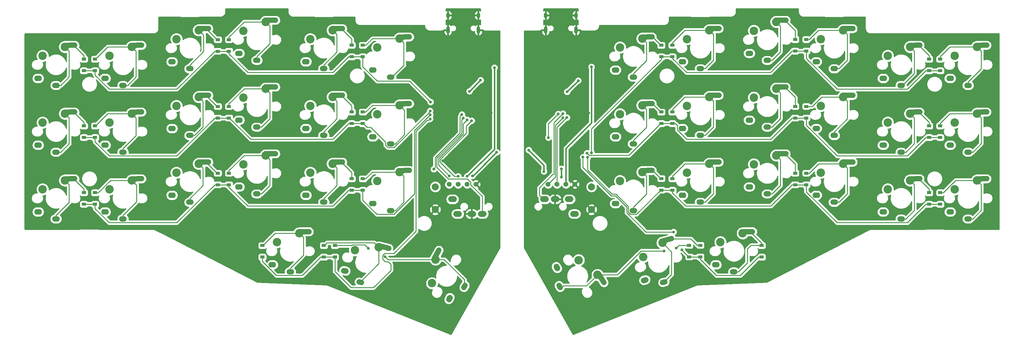
<source format=gbr>
G04 #@! TF.GenerationSoftware,KiCad,Pcbnew,(5.1.4)-1*
G04 #@! TF.CreationDate,2023-05-20T18:36:56-04:00*
G04 #@! TF.ProjectId,Corne Integrated Microchip,436f726e-6520-4496-9e74-656772617465,rev?*
G04 #@! TF.SameCoordinates,Original*
G04 #@! TF.FileFunction,Copper,L2,Bot*
G04 #@! TF.FilePolarity,Positive*
%FSLAX46Y46*%
G04 Gerber Fmt 4.6, Leading zero omitted, Abs format (unit mm)*
G04 Created by KiCad (PCBNEW (5.1.4)-1) date 2023-05-20 18:36:56*
%MOMM*%
%LPD*%
G04 APERTURE LIST*
%ADD10C,1.397000*%
%ADD11C,2.400000*%
%ADD12C,1.500000*%
%ADD13C,1.500000*%
%ADD14C,1.600000*%
%ADD15C,1.600000*%
%ADD16O,1.000000X1.600000*%
%ADD17O,1.000000X2.100000*%
%ADD18C,2.000000*%
%ADD19O,2.200000X1.500000*%
%ADD20O,2.200000X1.600000*%
%ADD21O,2.500000X1.700000*%
%ADD22R,1.200000X0.900000*%
%ADD23C,0.800000*%
%ADD24C,0.381000*%
%ADD25C,0.250000*%
%ADD26C,0.254000*%
G04 APERTURE END LIST*
D10*
X165131750Y-92075000D03*
X162591750Y-92075000D03*
X160051750Y-92075000D03*
X157511750Y-92075000D03*
X137001250Y-92075000D03*
X134461250Y-92075000D03*
X131921250Y-92075000D03*
X129381250Y-92075000D03*
D11*
X124482795Y-120298307D03*
D12*
X133697050Y-121218750D03*
D13*
X133522050Y-121521859D02*
X133872050Y-120915641D01*
D14*
X129414999Y-124635480D03*
D15*
X129264999Y-124895288D02*
X129564999Y-124375672D01*
D12*
X125739393Y-112121014D03*
D13*
X125025379Y-113383030D02*
X126453407Y-110858998D01*
D11*
X125458091Y-113529045D03*
D16*
X129030000Y-43875000D03*
X137670000Y-43875000D03*
D17*
X129030000Y-48055000D03*
X137670000Y-48055000D03*
D16*
X156811250Y-43875000D03*
X165451250Y-43875000D03*
D17*
X156811250Y-48055000D03*
X165451250Y-48055000D03*
D18*
X169862500Y-92793750D03*
X169862500Y-99293750D03*
X125412500Y-92793750D03*
X125412500Y-99293750D03*
D11*
X206533750Y-108585000D03*
D19*
X210343750Y-117025000D03*
D20*
X205243750Y-115025000D03*
D12*
X214243792Y-105584599D03*
D13*
X212793847Y-105597252D02*
X215693737Y-105571946D01*
D11*
X212883750Y-106045000D03*
X184574922Y-112832649D03*
D12*
X190439532Y-119998962D03*
D13*
X190101458Y-120089549D02*
X190777606Y-119908375D01*
D14*
X184995673Y-119387088D03*
D15*
X184705895Y-119464734D02*
X185285451Y-119309442D01*
D12*
X191245690Y-107938978D03*
D13*
X189848426Y-108326474D02*
X192642954Y-107551482D01*
D11*
X190051151Y-108735696D03*
X166188455Y-113699193D03*
D12*
X160784200Y-121218750D03*
D13*
X160609200Y-120915641D02*
X160959200Y-121521859D01*
D14*
X159966251Y-115802020D03*
D15*
X159816251Y-115542212D02*
X160116251Y-116061828D01*
D12*
X172641899Y-118876085D03*
D13*
X171905968Y-117626723D02*
X173377830Y-120125447D01*
D11*
X171563159Y-117928455D03*
X273208750Y-93503750D03*
D19*
X277018750Y-101943750D03*
D20*
X271918750Y-99943750D03*
D12*
X280918792Y-90503349D03*
D13*
X279468847Y-90516002D02*
X282368737Y-90490696D01*
D11*
X279558750Y-90963750D03*
X254158750Y-93503750D03*
D19*
X257968750Y-101943750D03*
D20*
X252868750Y-99943750D03*
D12*
X261868792Y-90503349D03*
D13*
X260418847Y-90516002D02*
X263318737Y-90490696D01*
D11*
X260508750Y-90963750D03*
X235108750Y-88741250D03*
D19*
X238918750Y-97181250D03*
D20*
X233818750Y-95181250D03*
D12*
X242818792Y-85740849D03*
D13*
X241368847Y-85753502D02*
X244268737Y-85728196D01*
D11*
X241458750Y-86201250D03*
X216058750Y-86360000D03*
D19*
X219868750Y-94800000D03*
D20*
X214768750Y-92800000D03*
D12*
X223768792Y-83359599D03*
D13*
X222318847Y-83372252D02*
X225218737Y-83346946D01*
D11*
X222408750Y-83820000D03*
X197008750Y-88741250D03*
D19*
X200818750Y-97181250D03*
D20*
X195718750Y-95181250D03*
D12*
X204718792Y-85740849D03*
D13*
X203268847Y-85753502D02*
X206168737Y-85728196D01*
D11*
X203358750Y-86201250D03*
X177958750Y-91122500D03*
D19*
X181768750Y-99562500D03*
D20*
X176668750Y-97562500D03*
D12*
X185668792Y-88122099D03*
D13*
X184218847Y-88134752D02*
X187118737Y-88109446D01*
D11*
X184308750Y-88582500D03*
X273208750Y-74453750D03*
D19*
X277018750Y-82893750D03*
D20*
X271918750Y-80893750D03*
D12*
X280918792Y-71453349D03*
D13*
X279468847Y-71466002D02*
X282368737Y-71440696D01*
D11*
X279558750Y-71913750D03*
X254158750Y-74453750D03*
D19*
X257968750Y-82893750D03*
D20*
X252868750Y-80893750D03*
D12*
X261868792Y-71453349D03*
D13*
X260418847Y-71466002D02*
X263318737Y-71440696D01*
D11*
X260508750Y-71913750D03*
X235108750Y-69691250D03*
D19*
X238918750Y-78131250D03*
D20*
X233818750Y-76131250D03*
D12*
X242818792Y-66690849D03*
D13*
X241368847Y-66703502D02*
X244268737Y-66678196D01*
D11*
X241458750Y-67151250D03*
X216058750Y-67310000D03*
D19*
X219868750Y-75750000D03*
D20*
X214768750Y-73750000D03*
D12*
X223768792Y-64309599D03*
D13*
X222318847Y-64322252D02*
X225218737Y-64296946D01*
D11*
X222408750Y-64770000D03*
X197008750Y-69691250D03*
D19*
X200818750Y-78131250D03*
D20*
X195718750Y-76131250D03*
D12*
X204718792Y-66690849D03*
D13*
X203268847Y-66703502D02*
X206168737Y-66678196D01*
D11*
X203358750Y-67151250D03*
X177958750Y-72072500D03*
D19*
X181768750Y-80512500D03*
D20*
X176668750Y-78512500D03*
D12*
X185668792Y-69072099D03*
D13*
X184218847Y-69084752D02*
X187118737Y-69059446D01*
D11*
X184308750Y-69532500D03*
X273208750Y-55403750D03*
D19*
X277018750Y-63843750D03*
D20*
X271918750Y-61843750D03*
D12*
X280918792Y-52403349D03*
D13*
X279468847Y-52416002D02*
X282368737Y-52390696D01*
D11*
X279558750Y-52863750D03*
X254158750Y-55403750D03*
D19*
X257968750Y-63843750D03*
D20*
X252868750Y-61843750D03*
D12*
X261868792Y-52403349D03*
D13*
X260418847Y-52416002D02*
X263318737Y-52390696D01*
D11*
X260508750Y-52863750D03*
X235108750Y-50641250D03*
D19*
X238918750Y-59081250D03*
D20*
X233818750Y-57081250D03*
D12*
X242818792Y-47640849D03*
D13*
X241368847Y-47653502D02*
X244268737Y-47628196D01*
D11*
X241458750Y-48101250D03*
X216058750Y-48260000D03*
D19*
X219868750Y-56700000D03*
D20*
X214768750Y-54700000D03*
D12*
X223768792Y-45259599D03*
D13*
X222318847Y-45272252D02*
X225218737Y-45246946D01*
D11*
X222408750Y-45720000D03*
X197008750Y-50641250D03*
D19*
X200818750Y-59081250D03*
D20*
X195718750Y-57081250D03*
D12*
X204718792Y-47640849D03*
D13*
X203268847Y-47653502D02*
X206168737Y-47628196D01*
D11*
X203358750Y-48101250D03*
X177958750Y-53022500D03*
D19*
X181768750Y-61462500D03*
D20*
X176668750Y-59462500D03*
D12*
X185668792Y-50022099D03*
D13*
X184218847Y-50034752D02*
X187118737Y-50009446D01*
D11*
X184308750Y-50482500D03*
X102545973Y-110860448D03*
D12*
X104041718Y-119998962D03*
D13*
X103703644Y-119908375D02*
X104379792Y-120089549D01*
D14*
X99633134Y-116747134D03*
D15*
X99343356Y-116669488D02*
X99922912Y-116824780D01*
D12*
X110769863Y-109957789D03*
D13*
X109366049Y-109594738D02*
X112173677Y-110320840D01*
D11*
X109337002Y-110050497D03*
X80327500Y-108585000D03*
D19*
X84137500Y-117025000D03*
D20*
X79037500Y-115025000D03*
D12*
X88037542Y-105584599D03*
D13*
X86587597Y-105597252D02*
X89487487Y-105571946D01*
D11*
X86677500Y-106045000D03*
X108902500Y-91122500D03*
D19*
X112712500Y-99562500D03*
D20*
X107612500Y-97562500D03*
D12*
X116612542Y-88122099D03*
D13*
X115162597Y-88134752D02*
X118062487Y-88109446D01*
D11*
X115252500Y-88582500D03*
X89852500Y-88741250D03*
D19*
X93662500Y-97181250D03*
D20*
X88562500Y-95181250D03*
D12*
X97562542Y-85740849D03*
D13*
X96112597Y-85753502D02*
X99012487Y-85728196D01*
D11*
X96202500Y-86201250D03*
X70802500Y-86360000D03*
D19*
X74612500Y-94800000D03*
D20*
X69512500Y-92800000D03*
D12*
X78512542Y-83359599D03*
D13*
X77062597Y-83372252D02*
X79962487Y-83346946D01*
D11*
X77152500Y-83820000D03*
X51752500Y-88741250D03*
D19*
X55562500Y-97181250D03*
D20*
X50462500Y-95181250D03*
D12*
X59462542Y-85740849D03*
D13*
X58012597Y-85753502D02*
X60912487Y-85728196D01*
D11*
X58102500Y-86201250D03*
X32702500Y-93503750D03*
D19*
X36512500Y-101943750D03*
D20*
X31412500Y-99943750D03*
D12*
X40412542Y-90503349D03*
D13*
X38962597Y-90516002D02*
X41862487Y-90490696D01*
D11*
X39052500Y-90963750D03*
X13652500Y-93503750D03*
D19*
X17462500Y-101943750D03*
D20*
X12362500Y-99943750D03*
D12*
X21362542Y-90503349D03*
D13*
X19912597Y-90516002D02*
X22812487Y-90490696D01*
D11*
X20002500Y-90963750D03*
X108902500Y-72072500D03*
D19*
X112712500Y-80512500D03*
D20*
X107612500Y-78512500D03*
D12*
X116612542Y-69072099D03*
D13*
X115162597Y-69084752D02*
X118062487Y-69059446D01*
D11*
X115252500Y-69532500D03*
X89852500Y-69691250D03*
D19*
X93662500Y-78131250D03*
D20*
X88562500Y-76131250D03*
D12*
X97562542Y-66690849D03*
D13*
X96112597Y-66703502D02*
X99012487Y-66678196D01*
D11*
X96202500Y-67151250D03*
X70802500Y-67310000D03*
D19*
X74612500Y-75750000D03*
D20*
X69512500Y-73750000D03*
D12*
X78512542Y-64309599D03*
D13*
X77062597Y-64322252D02*
X79962487Y-64296946D01*
D11*
X77152500Y-64770000D03*
X51752500Y-69691250D03*
D19*
X55562500Y-78131250D03*
D20*
X50462500Y-76131250D03*
D12*
X59462542Y-66690849D03*
D13*
X58012597Y-66703502D02*
X60912487Y-66678196D01*
D11*
X58102500Y-67151250D03*
X32702500Y-74453750D03*
D19*
X36512500Y-82893750D03*
D20*
X31412500Y-80893750D03*
D12*
X40412542Y-71453349D03*
D13*
X38962597Y-71466002D02*
X41862487Y-71440696D01*
D11*
X39052500Y-71913750D03*
X13652500Y-74453750D03*
D19*
X17462500Y-82893750D03*
D20*
X12362500Y-80893750D03*
D12*
X21362542Y-71453349D03*
D13*
X19912597Y-71466002D02*
X22812487Y-71440696D01*
D11*
X20002500Y-71913750D03*
X108902500Y-53022500D03*
D19*
X112712500Y-61462500D03*
D20*
X107612500Y-59462500D03*
D12*
X116612542Y-50022099D03*
D13*
X115162597Y-50034752D02*
X118062487Y-50009446D01*
D11*
X115252500Y-50482500D03*
X89852500Y-50641250D03*
D19*
X93662500Y-59081250D03*
D20*
X88562500Y-57081250D03*
D12*
X97562542Y-47640849D03*
D13*
X96112597Y-47653502D02*
X99012487Y-47628196D01*
D11*
X96202500Y-48101250D03*
X70802500Y-48260000D03*
D19*
X74612500Y-56700000D03*
D20*
X69512500Y-54700000D03*
D12*
X78512542Y-45259599D03*
D13*
X77062597Y-45272252D02*
X79962487Y-45246946D01*
D11*
X77152500Y-45720000D03*
X51752500Y-50641250D03*
D19*
X55562500Y-59081250D03*
D20*
X50462500Y-57081250D03*
D12*
X59462542Y-47640849D03*
D13*
X58012597Y-47653502D02*
X60912487Y-47628196D01*
D11*
X58102500Y-48101250D03*
X32702500Y-55403750D03*
D19*
X36512500Y-63843750D03*
D20*
X31412500Y-61843750D03*
D12*
X40412542Y-52403349D03*
D13*
X38962597Y-52416002D02*
X41862487Y-52390696D01*
D11*
X39052500Y-52863750D03*
X13652500Y-55403750D03*
D19*
X17462500Y-63843750D03*
D20*
X12362500Y-61843750D03*
D12*
X21362542Y-52403349D03*
D13*
X19912597Y-52416002D02*
X22812487Y-52390696D01*
D11*
X20002500Y-52863750D03*
D21*
X156493750Y-96325000D03*
X159493750Y-96325000D03*
X163493750Y-96325000D03*
X164993750Y-100525000D03*
X138781250Y-100525000D03*
X135781250Y-100525000D03*
X131781250Y-100525000D03*
X130281250Y-96325000D03*
D22*
X218281250Y-109537500D03*
X218281250Y-112837500D03*
X200818750Y-109475000D03*
X200818750Y-112775000D03*
X197643750Y-109475000D03*
X197643750Y-112775000D03*
X269081250Y-94456250D03*
X269081250Y-97756250D03*
X265906250Y-94456250D03*
X265906250Y-97756250D03*
X230981250Y-88900000D03*
X230981250Y-92200000D03*
X227806250Y-88900000D03*
X227806250Y-92200000D03*
X192881250Y-90487500D03*
X192881250Y-93787500D03*
X189706250Y-90425000D03*
X189706250Y-93725000D03*
X269081250Y-75406250D03*
X269081250Y-78706250D03*
X265906250Y-75406250D03*
X265906250Y-78706250D03*
X230981250Y-69850000D03*
X230981250Y-73150000D03*
X227806250Y-69850000D03*
X227806250Y-73150000D03*
X192881250Y-71437500D03*
X192881250Y-74737500D03*
X189706250Y-71437500D03*
X189706250Y-74737500D03*
X269081250Y-56356250D03*
X269081250Y-59656250D03*
X265906250Y-56356250D03*
X265906250Y-59656250D03*
X230981250Y-50737500D03*
X230981250Y-54037500D03*
X227806250Y-50737500D03*
X227806250Y-54037500D03*
X192881250Y-52387500D03*
X192881250Y-55687500D03*
X189706250Y-52387500D03*
X189706250Y-55687500D03*
X96837500Y-109537500D03*
X96837500Y-112837500D03*
X93662500Y-109537500D03*
X93662500Y-112837500D03*
X76200000Y-109537500D03*
X76200000Y-112837500D03*
X104775000Y-90487500D03*
X104775000Y-93787500D03*
X101600000Y-90487500D03*
X101600000Y-93787500D03*
X66675000Y-88900000D03*
X66675000Y-92200000D03*
X63500000Y-88900000D03*
X63500000Y-92200000D03*
X28575000Y-94456250D03*
X28575000Y-97756250D03*
X25400000Y-94456250D03*
X25400000Y-97756250D03*
X104775000Y-71437500D03*
X104775000Y-74737500D03*
X101600000Y-71437500D03*
X101600000Y-74737500D03*
X66675000Y-69850000D03*
X66675000Y-73150000D03*
X63500000Y-69850000D03*
X63500000Y-73150000D03*
X28575000Y-75406250D03*
X28575000Y-78706250D03*
X25400000Y-75406250D03*
X25400000Y-78706250D03*
X104775000Y-52387500D03*
X104775000Y-55687500D03*
X101600000Y-52387500D03*
X101600000Y-55687500D03*
X66675000Y-50800000D03*
X66675000Y-54100000D03*
X63500000Y-50800000D03*
X63500000Y-54100000D03*
X28575000Y-56356250D03*
X28575000Y-59656250D03*
X25400000Y-56356250D03*
X25400000Y-59656250D03*
D23*
X141319250Y-71628000D03*
X139235302Y-72263000D03*
X133064250Y-81915000D03*
X127476250Y-85344000D03*
X129159000Y-68707000D03*
X128397000Y-66802000D03*
X140716000Y-110490000D03*
X169068750Y-71755000D03*
X167016552Y-72263000D03*
X163925250Y-88900000D03*
X157321250Y-69342000D03*
X156686250Y-66929000D03*
X210343750Y-62706250D03*
X210343750Y-81756250D03*
X166465250Y-86360000D03*
X142875000Y-82931000D03*
X136017000Y-89662000D03*
X138303000Y-62357000D03*
X135128000Y-65532000D03*
X161258250Y-87630000D03*
X161258250Y-90043000D03*
X156305250Y-88392000D03*
X151987250Y-82296000D03*
X166084250Y-62484000D03*
X162909250Y-65659000D03*
X124047250Y-68580000D03*
X123920250Y-71120000D03*
X123920250Y-73406000D03*
X169830750Y-83058000D03*
X111125000Y-112712500D03*
X106362500Y-110331250D03*
X168565583Y-83189896D03*
X168778282Y-84400186D03*
X190500000Y-111125000D03*
X193960750Y-110236000D03*
X195611750Y-110744000D03*
X193198750Y-105664000D03*
X167428972Y-84316778D03*
X169830750Y-58547000D03*
X134461250Y-89789000D03*
X142240000Y-58801000D03*
X133350000Y-73152000D03*
X161702750Y-71882000D03*
X131921250Y-89789000D03*
X135763000Y-73914000D03*
X129381250Y-89662000D03*
X134493000Y-73660000D03*
X162845750Y-73025000D03*
X161757700Y-73087745D03*
X124968000Y-87757000D03*
X132969000Y-72136000D03*
X157575250Y-78740000D03*
X160369250Y-72009000D03*
X123946983Y-72289733D03*
D24*
X141319250Y-71628000D02*
X139870302Y-71628000D01*
X139870302Y-71628000D02*
X139235302Y-72263000D01*
X127476250Y-85344000D02*
X130905250Y-81915000D01*
X130905250Y-81915000D02*
X133064250Y-81915000D01*
X135781250Y-100525000D02*
X136181250Y-100525000D01*
X129159000Y-68707000D02*
X129159000Y-67564000D01*
X129159000Y-67564000D02*
X128397000Y-66802000D01*
X169068750Y-71755000D02*
X167524552Y-71755000D01*
X167524552Y-71755000D02*
X167016552Y-72263000D01*
X157321250Y-69342000D02*
X157321250Y-67564000D01*
X157321250Y-67564000D02*
X156686250Y-66929000D01*
X163925250Y-88900000D02*
X166465250Y-86360000D01*
X142875000Y-82931000D02*
X136144000Y-89662000D01*
X136144000Y-89662000D02*
X136017000Y-89662000D01*
X138303000Y-62357000D02*
X135128000Y-65532000D01*
X161258250Y-87630000D02*
X161258250Y-90043000D01*
X156305250Y-88392000D02*
X156305250Y-86614000D01*
X156305250Y-86614000D02*
X151987250Y-82296000D01*
X166084250Y-62484000D02*
X162909250Y-65659000D01*
D25*
X25400000Y-55331250D02*
X25400000Y-56356250D01*
X22462500Y-52393750D02*
X25400000Y-55331250D01*
X21202499Y-54063749D02*
X20002500Y-52863750D01*
X21202499Y-61453751D02*
X21202499Y-54063749D01*
X18812500Y-63843750D02*
X21202499Y-61453751D01*
X17462500Y-63843750D02*
X18812500Y-63843750D01*
X25400000Y-59656250D02*
X28575000Y-59656250D01*
X62650000Y-54100000D02*
X63500000Y-54100000D01*
X51831240Y-64918760D02*
X62650000Y-54100000D01*
X32596506Y-64918760D02*
X51831240Y-64918760D01*
X28575000Y-60897254D02*
X32596506Y-64918760D01*
X28575000Y-59656250D02*
X28575000Y-60897254D01*
X63500000Y-54100000D02*
X66675000Y-54100000D01*
X100750000Y-55687500D02*
X101600000Y-55687500D01*
X96281240Y-60156260D02*
X100750000Y-55687500D01*
X72031260Y-60156260D02*
X96281240Y-60156260D01*
X66675000Y-54800000D02*
X72031260Y-60156260D01*
X66675000Y-54100000D02*
X66675000Y-54800000D01*
X101600000Y-55687500D02*
X104775000Y-55687500D01*
X104775000Y-58516004D02*
X108869996Y-62611000D01*
X104775000Y-55687500D02*
X104775000Y-58516004D01*
X108869996Y-62611000D02*
X118078250Y-62611000D01*
X118078250Y-62611000D02*
X124047250Y-68580000D01*
X37355444Y-52863750D02*
X39052500Y-52863750D01*
X32217500Y-52863750D02*
X37355444Y-52863750D01*
X28725000Y-56356250D02*
X32217500Y-52863750D01*
X28575000Y-56356250D02*
X28725000Y-56356250D01*
X40252499Y-54063749D02*
X39052500Y-52863750D01*
X40252499Y-61453751D02*
X40252499Y-54063749D01*
X37862500Y-63843750D02*
X40252499Y-61453751D01*
X36512500Y-63843750D02*
X37862500Y-63843750D01*
X63350000Y-50800000D02*
X63500000Y-50800000D01*
X60562500Y-48012500D02*
X63350000Y-50800000D01*
X60562500Y-47631250D02*
X60562500Y-48012500D01*
X59302499Y-49301249D02*
X58102500Y-48101250D01*
X59467499Y-49466249D02*
X59302499Y-49301249D01*
X59467499Y-54176251D02*
X59467499Y-49466249D01*
X55562500Y-58081250D02*
X59467499Y-54176251D01*
X55562500Y-59081250D02*
X55562500Y-58081250D01*
X78352499Y-46919999D02*
X77152500Y-45720000D01*
X78352499Y-51960001D02*
X78352499Y-46919999D01*
X74612500Y-55700000D02*
X78352499Y-51960001D01*
X74612500Y-56700000D02*
X74612500Y-55700000D01*
X75455444Y-45720000D02*
X77152500Y-45720000D01*
X71055000Y-45720000D02*
X75455444Y-45720000D01*
X66675000Y-50100000D02*
X71055000Y-45720000D01*
X66675000Y-50800000D02*
X66675000Y-50100000D01*
X97402499Y-49301249D02*
X96202500Y-48101250D01*
X97402499Y-54341251D02*
X97402499Y-49301249D01*
X93662500Y-58081250D02*
X97402499Y-54341251D01*
X93662500Y-59081250D02*
X93662500Y-58081250D01*
X101600000Y-50568750D02*
X101600000Y-52387500D01*
X98662500Y-47631250D02*
X101600000Y-50568750D01*
X113555444Y-50482500D02*
X115252500Y-50482500D01*
X107530000Y-50482500D02*
X113555444Y-50482500D01*
X105625000Y-52387500D02*
X107530000Y-50482500D01*
X104775000Y-52387500D02*
X105625000Y-52387500D01*
X116452499Y-51682499D02*
X115252500Y-50482500D01*
X116452499Y-58072501D02*
X116452499Y-51682499D01*
X113062500Y-61462500D02*
X116452499Y-58072501D01*
X112712500Y-61462500D02*
X113062500Y-61462500D01*
X21202499Y-73113749D02*
X20002500Y-71913750D01*
X21202499Y-80503751D02*
X21202499Y-73113749D01*
X18812500Y-82893750D02*
X21202499Y-80503751D01*
X17462500Y-82893750D02*
X18812500Y-82893750D01*
X25400000Y-74381250D02*
X25400000Y-75406250D01*
X22462500Y-71443750D02*
X25400000Y-74381250D01*
X25400000Y-78706250D02*
X28575000Y-78706250D01*
X62650000Y-73150000D02*
X63500000Y-73150000D01*
X51831240Y-83968760D02*
X62650000Y-73150000D01*
X32596506Y-83968760D02*
X51831240Y-83968760D01*
X28575000Y-79947254D02*
X32596506Y-83968760D01*
X28575000Y-78706250D02*
X28575000Y-79947254D01*
X63500000Y-73150000D02*
X66675000Y-73150000D01*
X100750000Y-74737500D02*
X101600000Y-74737500D01*
X96281240Y-79206260D02*
X100750000Y-74737500D01*
X72881260Y-79206260D02*
X96281240Y-79206260D01*
X66825000Y-73150000D02*
X72881260Y-79206260D01*
X66675000Y-73150000D02*
X66825000Y-73150000D01*
X101600000Y-74737500D02*
X104775000Y-74737500D01*
X123920250Y-71291160D02*
X123920250Y-71120000D01*
X111917217Y-81587510D02*
X113623900Y-81587510D01*
X113623900Y-81587510D02*
X123920250Y-71291160D01*
X104775000Y-74737500D02*
X104925000Y-74737500D01*
X106025001Y-75837501D02*
X107057774Y-75837501D01*
X107057774Y-75837501D02*
X111287490Y-80067217D01*
X111287490Y-80067217D02*
X111287490Y-80957783D01*
X104925000Y-74737500D02*
X106025001Y-75837501D01*
X111287490Y-80957783D02*
X111917217Y-81587510D01*
X37355444Y-71913750D02*
X39052500Y-71913750D01*
X32217500Y-71913750D02*
X37355444Y-71913750D01*
X28725000Y-75406250D02*
X32217500Y-71913750D01*
X28575000Y-75406250D02*
X28725000Y-75406250D01*
X40252499Y-73113749D02*
X39052500Y-71913750D01*
X40252499Y-78153751D02*
X40252499Y-73113749D01*
X36512500Y-81893750D02*
X40252499Y-78153751D01*
X36512500Y-82893750D02*
X36512500Y-81893750D01*
X63350000Y-69850000D02*
X63500000Y-69850000D01*
X60562500Y-67062500D02*
X63350000Y-69850000D01*
X60562500Y-66681250D02*
X60562500Y-67062500D01*
X59302499Y-68351249D02*
X58102500Y-67151250D01*
X59302499Y-75741251D02*
X59302499Y-68351249D01*
X56912500Y-78131250D02*
X59302499Y-75741251D01*
X55562500Y-78131250D02*
X56912500Y-78131250D01*
X78352499Y-65969999D02*
X77152500Y-64770000D01*
X78352499Y-73360001D02*
X78352499Y-65969999D01*
X75962500Y-75750000D02*
X78352499Y-73360001D01*
X74612500Y-75750000D02*
X75962500Y-75750000D01*
X75455444Y-64770000D02*
X77152500Y-64770000D01*
X71055000Y-64770000D02*
X75455444Y-64770000D01*
X66675000Y-69150000D02*
X71055000Y-64770000D01*
X66675000Y-69850000D02*
X66675000Y-69150000D01*
X97402499Y-68351249D02*
X96202500Y-67151250D01*
X97402499Y-73391251D02*
X97402499Y-68351249D01*
X93662500Y-77131250D02*
X97402499Y-73391251D01*
X93662500Y-78131250D02*
X93662500Y-77131250D01*
X101600000Y-69618750D02*
X101600000Y-71437500D01*
X98662500Y-66681250D02*
X101600000Y-69618750D01*
X113555444Y-69532500D02*
X115252500Y-69532500D01*
X107530000Y-69532500D02*
X113555444Y-69532500D01*
X105625000Y-71437500D02*
X107530000Y-69532500D01*
X104775000Y-71437500D02*
X105625000Y-71437500D01*
X116452499Y-70732499D02*
X115252500Y-69532500D01*
X116617499Y-70897499D02*
X116452499Y-70732499D01*
X116617499Y-77957501D02*
X116617499Y-70897499D01*
X114062500Y-80512500D02*
X116617499Y-77957501D01*
X112712500Y-80512500D02*
X114062500Y-80512500D01*
X21202499Y-92163749D02*
X20002500Y-90963750D01*
X21202499Y-97203751D02*
X21202499Y-92163749D01*
X17462500Y-100943750D02*
X21202499Y-97203751D01*
X17462500Y-101943750D02*
X17462500Y-100943750D01*
X25400000Y-93431250D02*
X25400000Y-94456250D01*
X22462500Y-90493750D02*
X25400000Y-93431250D01*
X92812500Y-112837500D02*
X93662500Y-112837500D01*
X87549990Y-118100010D02*
X92812500Y-112837500D01*
X80221506Y-118100010D02*
X87549990Y-118100010D01*
X76200000Y-114078504D02*
X80221506Y-118100010D01*
X76200000Y-112837500D02*
X76200000Y-114078504D01*
X93662500Y-112837500D02*
X96837500Y-112837500D01*
X96837500Y-115754638D02*
X96837500Y-112837500D01*
X113633250Y-111760000D02*
X111004498Y-111760000D01*
X119925260Y-105467990D02*
X113633250Y-111760000D01*
X119925260Y-77019990D02*
X119925260Y-105467990D01*
X123139251Y-73805999D02*
X119925260Y-77019990D01*
X123920250Y-73406000D02*
X123520251Y-73805999D01*
X123520251Y-73805999D02*
X123139251Y-73805999D01*
X110399999Y-113429160D02*
X111143839Y-114173000D01*
X111004498Y-111760000D02*
X110399999Y-112364499D01*
X110399999Y-112364499D02*
X110399999Y-113429160D01*
X111143839Y-114173000D02*
X111982250Y-114173000D01*
X111982250Y-114173000D02*
X112744250Y-114935000D01*
X96837500Y-116935250D02*
X96837500Y-115754638D01*
X112744250Y-114935000D02*
X112744250Y-116586000D01*
X112744250Y-116586000D02*
X107791250Y-121539000D01*
X101441250Y-121539000D02*
X96837500Y-116935250D01*
X107791250Y-121539000D02*
X101441250Y-121539000D01*
X37355444Y-90963750D02*
X39052500Y-90963750D01*
X32985498Y-90963750D02*
X37355444Y-90963750D01*
X29492998Y-94456250D02*
X32985498Y-90963750D01*
X28575000Y-94456250D02*
X29492998Y-94456250D01*
X40252499Y-92163749D02*
X39052500Y-90963750D01*
X40417499Y-92328749D02*
X40252499Y-92163749D01*
X40417499Y-97038751D02*
X40417499Y-92328749D01*
X36512500Y-100943750D02*
X40417499Y-97038751D01*
X36512500Y-101943750D02*
X36512500Y-100943750D01*
X59302499Y-87401249D02*
X58102500Y-86201250D01*
X59302499Y-92441251D02*
X59302499Y-87401249D01*
X55562500Y-96181250D02*
X59302499Y-92441251D01*
X55562500Y-97181250D02*
X55562500Y-96181250D01*
X63350000Y-88900000D02*
X63500000Y-88900000D01*
X60562500Y-86112500D02*
X63350000Y-88900000D01*
X60562500Y-85731250D02*
X60562500Y-86112500D01*
X75455444Y-83820000D02*
X77152500Y-83820000D01*
X71055000Y-83820000D02*
X75455444Y-83820000D01*
X66675000Y-88200000D02*
X71055000Y-83820000D01*
X66675000Y-88900000D02*
X66675000Y-88200000D01*
X78352499Y-85019999D02*
X77152500Y-83820000D01*
X78352499Y-92410001D02*
X78352499Y-85019999D01*
X75962500Y-94800000D02*
X78352499Y-92410001D01*
X74612500Y-94800000D02*
X75962500Y-94800000D01*
X97402499Y-87401249D02*
X96202500Y-86201250D01*
X97402499Y-92441251D02*
X97402499Y-87401249D01*
X93662500Y-96181250D02*
X97402499Y-92441251D01*
X93662500Y-97181250D02*
X93662500Y-96181250D01*
X101600000Y-88668750D02*
X101600000Y-90487500D01*
X98662500Y-85731250D02*
X101600000Y-88668750D01*
X113555444Y-88582500D02*
X115252500Y-88582500D01*
X107530000Y-88582500D02*
X113555444Y-88582500D01*
X105625000Y-90487500D02*
X107530000Y-88582500D01*
X104775000Y-90487500D02*
X105625000Y-90487500D01*
X116452499Y-89782499D02*
X115252500Y-88582500D01*
X116452499Y-97172501D02*
X116452499Y-89782499D01*
X114062500Y-99562500D02*
X116452499Y-97172501D01*
X112712500Y-99562500D02*
X114062500Y-99562500D01*
X84980444Y-106045000D02*
X86677500Y-106045000D01*
X79842500Y-106045000D02*
X84980444Y-106045000D01*
X76350000Y-109537500D02*
X79842500Y-106045000D01*
X76200000Y-109537500D02*
X76350000Y-109537500D01*
X87877499Y-107244999D02*
X86677500Y-106045000D01*
X87877499Y-112285001D02*
X87877499Y-107244999D01*
X84137500Y-116025000D02*
X87877499Y-112285001D01*
X84137500Y-117025000D02*
X84137500Y-116025000D01*
X189706250Y-55687500D02*
X192881250Y-55687500D01*
X228656250Y-54037500D02*
X230981250Y-54037500D01*
X227806250Y-54037500D02*
X228656250Y-54037500D01*
X265906250Y-59656250D02*
X269081250Y-59656250D01*
X226956250Y-54037500D02*
X227806250Y-54037500D01*
X220837490Y-60156260D02*
X226956250Y-54037500D01*
X196902756Y-60156260D02*
X220837490Y-60156260D01*
X192881250Y-56134754D02*
X196902756Y-60156260D01*
X192881250Y-55687500D02*
X192881250Y-56134754D01*
X265056250Y-59656250D02*
X265906250Y-59656250D01*
X259793740Y-64918760D02*
X265056250Y-59656250D01*
X239765256Y-64918760D02*
X259793740Y-64918760D01*
X230981250Y-56134754D02*
X239765256Y-64918760D01*
X230981250Y-54037500D02*
X230981250Y-56134754D01*
X169830750Y-76263000D02*
X169830750Y-83058000D01*
X189706250Y-55687500D02*
X189706250Y-56387500D01*
X189706250Y-56387500D02*
X169830750Y-76263000D01*
X93812500Y-109537500D02*
X94606250Y-108743750D01*
X93662500Y-109537500D02*
X93812500Y-109537500D01*
X108030255Y-108743750D02*
X109337002Y-110050497D01*
X94606250Y-108743750D02*
X108030255Y-108743750D01*
X109337002Y-114703678D02*
X109337002Y-110050497D01*
X104041718Y-119998962D02*
X109337002Y-114703678D01*
X123761035Y-113529045D02*
X125458091Y-113529045D01*
X96837500Y-109537500D02*
X101611919Y-109537500D01*
X127155147Y-113529045D02*
X125458091Y-113529045D01*
X127954797Y-113529045D02*
X127155147Y-113529045D01*
X133697050Y-119271298D02*
X127954797Y-113529045D01*
X133697050Y-121218750D02*
X133697050Y-119271298D01*
X123761035Y-113529045D02*
X111941545Y-113529045D01*
X111941545Y-113529045D02*
X111125000Y-112712500D01*
X101813972Y-109335447D02*
X101611919Y-109537500D01*
X105366697Y-109335447D02*
X101813972Y-109335447D01*
X106362500Y-110331250D02*
X105366697Y-109335447D01*
X181768750Y-60462500D02*
X181768750Y-61462500D01*
X185508749Y-56722501D02*
X181768750Y-60462500D01*
X185508749Y-51682499D02*
X185508749Y-56722501D01*
X184308750Y-50482500D02*
X185508749Y-51682499D01*
X189556250Y-52387500D02*
X189706250Y-52387500D01*
X187181250Y-50012500D02*
X189556250Y-52387500D01*
X186768750Y-50012500D02*
X187181250Y-50012500D01*
X201661694Y-48101250D02*
X203358750Y-48101250D01*
X196467500Y-48101250D02*
X201661694Y-48101250D01*
X192881250Y-51687500D02*
X196467500Y-48101250D01*
X192881250Y-52387500D02*
X192881250Y-51687500D01*
X204558749Y-49301249D02*
X203358750Y-48101250D01*
X204558749Y-56691251D02*
X204558749Y-49301249D01*
X202168750Y-59081250D02*
X204558749Y-56691251D01*
X200818750Y-59081250D02*
X202168750Y-59081250D01*
X223608749Y-46919999D02*
X222408750Y-45720000D01*
X223608749Y-54310001D02*
X223608749Y-46919999D01*
X221218750Y-56700000D02*
X223608749Y-54310001D01*
X219868750Y-56700000D02*
X221218750Y-56700000D01*
X227806250Y-48187500D02*
X227806250Y-50737500D01*
X224868750Y-45250000D02*
X227806250Y-48187500D01*
X239761694Y-48101250D02*
X241458750Y-48101250D01*
X234467500Y-48101250D02*
X239761694Y-48101250D01*
X231831250Y-50737500D02*
X234467500Y-48101250D01*
X230981250Y-50737500D02*
X231831250Y-50737500D01*
X242658749Y-49301249D02*
X241458750Y-48101250D01*
X242658749Y-56691251D02*
X242658749Y-49301249D01*
X240268750Y-59081250D02*
X242658749Y-56691251D01*
X238918750Y-59081250D02*
X240268750Y-59081250D01*
X261708749Y-54063749D02*
X260508750Y-52863750D01*
X261708749Y-60453751D02*
X261708749Y-54063749D01*
X258318750Y-63843750D02*
X261708749Y-60453751D01*
X257968750Y-63843750D02*
X258318750Y-63843750D01*
X265906250Y-55331250D02*
X265906250Y-56356250D01*
X262968750Y-52393750D02*
X265906250Y-55331250D01*
X280758749Y-54063749D02*
X279558750Y-52863750D01*
X280758749Y-59103751D02*
X280758749Y-54063749D01*
X277018750Y-62843750D02*
X280758749Y-59103751D01*
X277018750Y-63843750D02*
X277018750Y-62843750D01*
X277861694Y-52863750D02*
X279558750Y-52863750D01*
X271873750Y-52863750D02*
X277861694Y-52863750D01*
X269081250Y-55656250D02*
X271873750Y-52863750D01*
X269081250Y-56356250D02*
X269081250Y-55656250D01*
X185508749Y-70732499D02*
X184308750Y-69532500D01*
X185508749Y-75772501D02*
X185508749Y-70732499D01*
X181768750Y-79512500D02*
X185508749Y-75772501D01*
X181768750Y-80512500D02*
X181768750Y-79512500D01*
X189556250Y-71437500D02*
X189706250Y-71437500D01*
X187181250Y-69062500D02*
X189556250Y-71437500D01*
X186768750Y-69062500D02*
X187181250Y-69062500D01*
X190556250Y-74737500D02*
X192881250Y-74737500D01*
X189706250Y-74737500D02*
X190556250Y-74737500D01*
X226956250Y-73150000D02*
X227806250Y-73150000D01*
X220899990Y-79206260D02*
X226956250Y-73150000D01*
X196902756Y-79206260D02*
X220899990Y-79206260D01*
X194293740Y-76597244D02*
X196902756Y-79206260D01*
X194293740Y-75299990D02*
X194293740Y-76597244D01*
X193731250Y-74737500D02*
X194293740Y-75299990D01*
X192881250Y-74737500D02*
X193731250Y-74737500D01*
X265056250Y-78706250D02*
X265906250Y-78706250D01*
X259793740Y-83968760D02*
X265056250Y-78706250D01*
X239765256Y-83968760D02*
X259793740Y-83968760D01*
X230981250Y-75184754D02*
X239765256Y-83968760D01*
X230981250Y-73150000D02*
X230981250Y-75184754D01*
X228656250Y-73150000D02*
X230981250Y-73150000D01*
X227806250Y-73150000D02*
X228656250Y-73150000D01*
X268231250Y-78706250D02*
X265906250Y-78706250D01*
X269081250Y-78706250D02*
X268231250Y-78706250D01*
X169158688Y-83783001D02*
X168565583Y-83189896D01*
X180510749Y-83783001D02*
X169158688Y-83783001D01*
X189706250Y-74737500D02*
X189556250Y-74737500D01*
X189556250Y-74737500D02*
X180510749Y-83783001D01*
X204558749Y-68351249D02*
X203358750Y-67151250D01*
X204558749Y-75741251D02*
X204558749Y-68351249D01*
X202168750Y-78131250D02*
X204558749Y-75741251D01*
X200818750Y-78131250D02*
X202168750Y-78131250D01*
X201661694Y-67151250D02*
X203358750Y-67151250D01*
X196467500Y-67151250D02*
X201661694Y-67151250D01*
X192881250Y-70737500D02*
X196467500Y-67151250D01*
X192881250Y-71437500D02*
X192881250Y-70737500D01*
X227806250Y-67237500D02*
X227806250Y-69850000D01*
X224868750Y-64300000D02*
X227806250Y-67237500D01*
X223608749Y-65969999D02*
X222408750Y-64770000D01*
X223608749Y-73360001D02*
X223608749Y-65969999D01*
X221218750Y-75750000D02*
X223608749Y-73360001D01*
X219868750Y-75750000D02*
X221218750Y-75750000D01*
X239761694Y-67151250D02*
X241458750Y-67151250D01*
X235391748Y-67151250D02*
X239761694Y-67151250D01*
X232692998Y-69850000D02*
X235391748Y-67151250D01*
X230981250Y-69850000D02*
X232692998Y-69850000D01*
X242658749Y-68351249D02*
X241458750Y-67151250D01*
X242658749Y-73391251D02*
X242658749Y-68351249D01*
X238918750Y-77131250D02*
X242658749Y-73391251D01*
X238918750Y-78131250D02*
X238918750Y-77131250D01*
X261708749Y-73113749D02*
X260508750Y-71913750D01*
X261708749Y-80503751D02*
X261708749Y-73113749D01*
X259318750Y-82893750D02*
X261708749Y-80503751D01*
X257968750Y-82893750D02*
X259318750Y-82893750D01*
X265906250Y-74381250D02*
X265906250Y-75406250D01*
X262968750Y-71443750D02*
X265906250Y-74381250D01*
X277861694Y-71913750D02*
X279558750Y-71913750D01*
X271873750Y-71913750D02*
X277861694Y-71913750D01*
X269081250Y-74706250D02*
X271873750Y-71913750D01*
X269081250Y-75406250D02*
X269081250Y-74706250D01*
X280758749Y-73113749D02*
X279558750Y-71913750D01*
X280758749Y-80503751D02*
X280758749Y-73113749D01*
X278368750Y-82893750D02*
X280758749Y-80503751D01*
X277018750Y-82893750D02*
X278368750Y-82893750D01*
X185508749Y-89782499D02*
X184308750Y-88582500D01*
X185508749Y-94822501D02*
X185508749Y-89782499D01*
X181768750Y-98562500D02*
X185508749Y-94822501D01*
X181768750Y-99562500D02*
X181768750Y-98562500D01*
X189556250Y-90425000D02*
X189706250Y-90425000D01*
X187243750Y-88112500D02*
X189556250Y-90425000D01*
X186768750Y-88112500D02*
X187243750Y-88112500D01*
X192818750Y-93725000D02*
X192881250Y-93787500D01*
X189706250Y-93725000D02*
X192818750Y-93725000D01*
X226956250Y-92200000D02*
X227806250Y-92200000D01*
X220899990Y-98256260D02*
X226956250Y-92200000D01*
X196650010Y-98256260D02*
X220899990Y-98256260D01*
X192881250Y-94487500D02*
X196650010Y-98256260D01*
X192881250Y-93787500D02*
X192881250Y-94487500D01*
X227806250Y-92200000D02*
X230981250Y-92200000D01*
X265056250Y-97756250D02*
X265906250Y-97756250D01*
X259793740Y-103018760D02*
X265056250Y-97756250D01*
X239765256Y-103018760D02*
X259793740Y-103018760D01*
X230981250Y-94234754D02*
X239765256Y-103018760D01*
X230981250Y-92200000D02*
X230981250Y-94234754D01*
X269081250Y-97756250D02*
X265906250Y-97756250D01*
X168778282Y-87985034D02*
X168778282Y-84400186D01*
X175680749Y-94887501D02*
X168778282Y-87985034D01*
X176856751Y-94887501D02*
X175680749Y-94887501D01*
X182643740Y-100637510D02*
X180973467Y-100637510D01*
X189706250Y-93725000D02*
X189556250Y-93725000D01*
X180973467Y-100637510D02*
X180343740Y-100007783D01*
X189556250Y-93725000D02*
X182643740Y-100637510D01*
X180343740Y-100007783D02*
X180343740Y-98374490D01*
X180343740Y-98374490D02*
X176856751Y-94887501D01*
X204558749Y-87401249D02*
X203358750Y-86201250D01*
X204558749Y-94791251D02*
X204558749Y-87401249D01*
X202168750Y-97181250D02*
X204558749Y-94791251D01*
X200818750Y-97181250D02*
X202168750Y-97181250D01*
X201661694Y-86201250D02*
X203358750Y-86201250D01*
X196467500Y-86201250D02*
X201661694Y-86201250D01*
X192881250Y-89787500D02*
X196467500Y-86201250D01*
X192881250Y-90487500D02*
X192881250Y-89787500D01*
X223608749Y-85019999D02*
X222408750Y-83820000D01*
X223608749Y-92410001D02*
X223608749Y-85019999D01*
X221218750Y-94800000D02*
X223608749Y-92410001D01*
X219868750Y-94800000D02*
X221218750Y-94800000D01*
X227806250Y-86287500D02*
X227806250Y-88900000D01*
X224868750Y-83350000D02*
X227806250Y-86287500D01*
X239761694Y-86201250D02*
X241458750Y-86201250D01*
X234530000Y-86201250D02*
X239761694Y-86201250D01*
X231831250Y-88900000D02*
X234530000Y-86201250D01*
X230981250Y-88900000D02*
X231831250Y-88900000D01*
X242658749Y-87401249D02*
X241458750Y-86201250D01*
X242658749Y-94791251D02*
X242658749Y-87401249D01*
X240268750Y-97181250D02*
X242658749Y-94791251D01*
X238918750Y-97181250D02*
X240268750Y-97181250D01*
X261708749Y-92163749D02*
X260508750Y-90963750D01*
X261708749Y-99553751D02*
X261708749Y-92163749D01*
X259318750Y-101943750D02*
X261708749Y-99553751D01*
X257968750Y-101943750D02*
X259318750Y-101943750D01*
X265906250Y-93431250D02*
X265906250Y-94456250D01*
X262968750Y-90493750D02*
X265906250Y-93431250D01*
X280758749Y-92163749D02*
X279558750Y-90963750D01*
X280758749Y-99553751D02*
X280758749Y-92163749D01*
X278368750Y-101943750D02*
X280758749Y-99553751D01*
X277018750Y-101943750D02*
X278368750Y-101943750D01*
X277861694Y-90963750D02*
X279558750Y-90963750D01*
X273491748Y-90963750D02*
X277861694Y-90963750D01*
X269999248Y-94456250D02*
X273491748Y-90963750D01*
X269081250Y-94456250D02*
X269999248Y-94456250D01*
X170363160Y-119128454D02*
X171563159Y-117928455D01*
X168447863Y-121043751D02*
X170363160Y-119128454D01*
X161917241Y-121043751D02*
X168447863Y-121043751D01*
X161742242Y-121218750D02*
X161917241Y-121043751D01*
X160784200Y-121218750D02*
X161742242Y-121218750D01*
X177222114Y-117928455D02*
X184025569Y-111125000D01*
X171563159Y-117928455D02*
X177222114Y-117928455D01*
X184025569Y-111125000D02*
X190500000Y-111125000D01*
X194721750Y-109475000D02*
X197643750Y-109475000D01*
X193960750Y-110236000D02*
X194721750Y-109475000D01*
X198493750Y-112775000D02*
X200818750Y-112775000D01*
X197643750Y-112775000D02*
X198493750Y-112775000D01*
X217431250Y-112837500D02*
X218281250Y-112837500D01*
X212168740Y-118100010D02*
X217431250Y-112837500D01*
X205443760Y-118100010D02*
X212168740Y-118100010D01*
X200818750Y-113475000D02*
X205443760Y-118100010D01*
X200818750Y-112775000D02*
X200818750Y-113475000D01*
X195611750Y-110893000D02*
X195611750Y-110744000D01*
X197643750Y-112775000D02*
X197493750Y-112775000D01*
X197493750Y-112775000D02*
X195611750Y-110893000D01*
X167428972Y-87272134D02*
X167428972Y-84316778D01*
X185363547Y-105664000D02*
X179893730Y-100194183D01*
X193198750Y-105664000D02*
X185363547Y-105664000D01*
X179893730Y-100194183D02*
X179893730Y-98560890D01*
X179893730Y-98560890D02*
X176670351Y-95337511D01*
X176670351Y-95337511D02*
X175494348Y-95337510D01*
X175494348Y-95337510D02*
X167428972Y-87272134D01*
X192644402Y-111328947D02*
X190051151Y-108735696D01*
X190439532Y-119998962D02*
X192644402Y-117794092D01*
X192644402Y-117794092D02*
X192644402Y-111328947D01*
X199968750Y-109475000D02*
X200818750Y-109475000D01*
X198138766Y-107645016D02*
X199968750Y-109475000D01*
X192305683Y-107645016D02*
X198138766Y-107645016D01*
X215343750Y-105900000D02*
X215343750Y-105575000D01*
X218281250Y-108837500D02*
X215343750Y-105900000D01*
X218281250Y-109537500D02*
X218281250Y-108837500D01*
X217431250Y-109537500D02*
X218281250Y-109537500D01*
X215272248Y-109537500D02*
X217431250Y-109537500D01*
X214248749Y-110560999D02*
X215272248Y-109537500D01*
X214248749Y-114470001D02*
X214248749Y-110560999D01*
X211693750Y-117025000D02*
X214248749Y-114470001D01*
X210343750Y-117025000D02*
X211693750Y-117025000D01*
D24*
X162591750Y-92075000D02*
X162591750Y-81847672D01*
X169859251Y-58575501D02*
X169830750Y-58547000D01*
X162591750Y-81847672D02*
X169859251Y-74580171D01*
X169859251Y-74580171D02*
X169859251Y-58575501D01*
X134461250Y-89789000D02*
X142208250Y-82042000D01*
X142208250Y-82042000D02*
X142208250Y-58832750D01*
X142208250Y-58832750D02*
X142240000Y-58801000D01*
D25*
X125851231Y-84623197D02*
X132642567Y-77831861D01*
X125851231Y-87204983D02*
X125851231Y-84623197D01*
X129160249Y-90514001D02*
X125851231Y-87204983D01*
X134538212Y-90514001D02*
X129160249Y-90514001D01*
X138781250Y-100525000D02*
X138781250Y-99425000D01*
X138781250Y-99425000D02*
X138779250Y-99423000D01*
X138779250Y-99423000D02*
X138779250Y-95490961D01*
X138779250Y-95490961D02*
X135484760Y-92196471D01*
X135484760Y-92196471D02*
X135484760Y-91460549D01*
X135484760Y-91460549D02*
X134538212Y-90514001D01*
X132906176Y-73595824D02*
X133350000Y-73152000D01*
X132642567Y-77831861D02*
X132906176Y-77568252D01*
X132906176Y-77568252D02*
X132906176Y-73595824D01*
X156093750Y-96325000D02*
X156493750Y-96325000D01*
X161702750Y-71882000D02*
X159151730Y-74433020D01*
X159151730Y-74433020D02*
X159151730Y-89281000D01*
X159151730Y-89281000D02*
X158790968Y-89281000D01*
X158790968Y-89281000D02*
X154993750Y-93078218D01*
X154993750Y-93078218D02*
X154993750Y-95225000D01*
X154993750Y-95225000D02*
X156093750Y-96325000D01*
X13652500Y-55403750D02*
X13652500Y-55721250D01*
X126751249Y-85692001D02*
X126751249Y-84995999D01*
X131921250Y-89789000D02*
X130848248Y-89789000D01*
X130848248Y-89789000D02*
X126751249Y-85692001D01*
X126751249Y-84995999D02*
X134207250Y-77539998D01*
X134207250Y-77539998D02*
X134207250Y-75469750D01*
X134207250Y-75469750D02*
X135763000Y-73914000D01*
X126301240Y-86581990D02*
X126301240Y-84809598D01*
X129381250Y-89662000D02*
X126301240Y-86581990D01*
X126301240Y-84809598D02*
X133375199Y-77735639D01*
X133375199Y-77735639D02*
X133375199Y-74777801D01*
X133375199Y-74777801D02*
X134493000Y-73660000D01*
X160051750Y-75819000D02*
X160051750Y-92075000D01*
X162845750Y-73025000D02*
X160051750Y-75819000D01*
X161757700Y-73087745D02*
X159601740Y-75243705D01*
X159601740Y-89985010D02*
X157511750Y-92075000D01*
X159601740Y-75243705D02*
X159601740Y-89985010D01*
X125401221Y-87323779D02*
X125401222Y-84436796D01*
X124968000Y-87757000D02*
X125401221Y-87323779D01*
X125401222Y-84436796D02*
X131462009Y-78376009D01*
X132456166Y-72648834D02*
X132969000Y-72136000D01*
X131462009Y-78376009D02*
X132456166Y-77381852D01*
X132456166Y-77381852D02*
X132456166Y-72648834D01*
X157575250Y-78740000D02*
X157575250Y-74803000D01*
X157575250Y-74803000D02*
X160369250Y-72009000D01*
X25400000Y-97756250D02*
X28575000Y-97756250D01*
X62650000Y-92200000D02*
X63500000Y-92200000D01*
X51831240Y-103018760D02*
X62650000Y-92200000D01*
X32596506Y-103018760D02*
X51831240Y-103018760D01*
X28575000Y-98997254D02*
X32596506Y-103018760D01*
X28575000Y-97756250D02*
X28575000Y-98997254D01*
X63500000Y-92200000D02*
X66675000Y-92200000D01*
X100750000Y-93787500D02*
X101600000Y-93787500D01*
X96281240Y-98256260D02*
X100750000Y-93787500D01*
X72031260Y-98256260D02*
X96281240Y-98256260D01*
X66675000Y-92900000D02*
X72031260Y-98256260D01*
X66675000Y-92200000D02*
X66675000Y-92900000D01*
X102450000Y-93787500D02*
X104775000Y-93787500D01*
X101600000Y-93787500D02*
X102450000Y-93787500D01*
X113623900Y-100637510D02*
X119475250Y-94786160D01*
X108796506Y-100637510D02*
X113623900Y-100637510D01*
X104775000Y-93787500D02*
X104775000Y-96616004D01*
X104775000Y-96616004D02*
X108796506Y-100637510D01*
X119475250Y-94786160D02*
X119475250Y-76761466D01*
X119475250Y-76761466D02*
X123946983Y-72289733D01*
D26*
G36*
X83369112Y-41940652D02*
G01*
X83393513Y-41948019D01*
X83416015Y-41959983D01*
X83435764Y-41976091D01*
X83452009Y-41995727D01*
X83464133Y-42018151D01*
X83471668Y-42042492D01*
X83477500Y-42097976D01*
X83477500Y-42894919D01*
X83480269Y-42923031D01*
X83480235Y-42927859D01*
X83481135Y-42937030D01*
X83497328Y-43091096D01*
X83509354Y-43149682D01*
X83520565Y-43208453D01*
X83523229Y-43217274D01*
X83569038Y-43365258D01*
X83592213Y-43420390D01*
X83614626Y-43475864D01*
X83618952Y-43484001D01*
X83692632Y-43620270D01*
X83726067Y-43669838D01*
X83758838Y-43719919D01*
X83764663Y-43727060D01*
X83863409Y-43846423D01*
X83905843Y-43888562D01*
X83947706Y-43931311D01*
X83954807Y-43937185D01*
X84074855Y-44035094D01*
X84124682Y-44068199D01*
X84174038Y-44101994D01*
X84182144Y-44106377D01*
X84318925Y-44179104D01*
X84374227Y-44201898D01*
X84429210Y-44225464D01*
X84438013Y-44228189D01*
X84586314Y-44272964D01*
X84645017Y-44284587D01*
X84703506Y-44297020D01*
X84712671Y-44297983D01*
X84866844Y-44313100D01*
X84866848Y-44313100D01*
X84898831Y-44316250D01*
X90862297Y-44316250D01*
X90915663Y-44351908D01*
X91058524Y-44411083D01*
X91210184Y-44441250D01*
X91364816Y-44441250D01*
X91516476Y-44411083D01*
X91584375Y-44382958D01*
X91652274Y-44411083D01*
X91803934Y-44441250D01*
X91958566Y-44441250D01*
X92110226Y-44411083D01*
X92178125Y-44382958D01*
X92246024Y-44411083D01*
X92397684Y-44441250D01*
X92552316Y-44441250D01*
X92703976Y-44411083D01*
X92771875Y-44382958D01*
X92839774Y-44411083D01*
X92991434Y-44441250D01*
X93146066Y-44441250D01*
X93297726Y-44411083D01*
X93365625Y-44382958D01*
X93433524Y-44411083D01*
X93585184Y-44441250D01*
X93739816Y-44441250D01*
X93891476Y-44411083D01*
X93959375Y-44382958D01*
X94027274Y-44411083D01*
X94178934Y-44441250D01*
X94333566Y-44441250D01*
X94485226Y-44411083D01*
X94553125Y-44382958D01*
X94621024Y-44411083D01*
X94772684Y-44441250D01*
X94927316Y-44441250D01*
X95078976Y-44411083D01*
X95146875Y-44382958D01*
X95214774Y-44411083D01*
X95366434Y-44441250D01*
X95521066Y-44441250D01*
X95672726Y-44411083D01*
X95740625Y-44382958D01*
X95808524Y-44411083D01*
X95960184Y-44441250D01*
X96114816Y-44441250D01*
X96266476Y-44411083D01*
X96409337Y-44351908D01*
X96462703Y-44316250D01*
X102361471Y-44316250D01*
X102419112Y-44321902D01*
X102443513Y-44329269D01*
X102466015Y-44341233D01*
X102485764Y-44357341D01*
X102502009Y-44376977D01*
X102514133Y-44399401D01*
X102521668Y-44423742D01*
X102527500Y-44479226D01*
X102527500Y-45276169D01*
X102530269Y-45304281D01*
X102530235Y-45309109D01*
X102531135Y-45318280D01*
X102547328Y-45472346D01*
X102559354Y-45530932D01*
X102570565Y-45589703D01*
X102573229Y-45598524D01*
X102619038Y-45746508D01*
X102642213Y-45801640D01*
X102664626Y-45857114D01*
X102668952Y-45865251D01*
X102742632Y-46001520D01*
X102776067Y-46051088D01*
X102808838Y-46101169D01*
X102814663Y-46108310D01*
X102913409Y-46227673D01*
X102955843Y-46269812D01*
X102997706Y-46312561D01*
X103004807Y-46318435D01*
X103124855Y-46416344D01*
X103174682Y-46449449D01*
X103224038Y-46483244D01*
X103232144Y-46487627D01*
X103368925Y-46560354D01*
X103424227Y-46583148D01*
X103479210Y-46606714D01*
X103488013Y-46609439D01*
X103636314Y-46654214D01*
X103695017Y-46665837D01*
X103753506Y-46678270D01*
X103762671Y-46679233D01*
X103916844Y-46694350D01*
X103916848Y-46694350D01*
X103948831Y-46697500D01*
X122205221Y-46697500D01*
X122262862Y-46703152D01*
X122287263Y-46710519D01*
X122309765Y-46722483D01*
X122329514Y-46738591D01*
X122345759Y-46758227D01*
X122357883Y-46780651D01*
X122365418Y-46804992D01*
X122374051Y-46887128D01*
X122373985Y-46896609D01*
X122374885Y-46905780D01*
X122391078Y-47059846D01*
X122403104Y-47118432D01*
X122414315Y-47177203D01*
X122416979Y-47186024D01*
X122462788Y-47334008D01*
X122485963Y-47389140D01*
X122508376Y-47444614D01*
X122512702Y-47452751D01*
X122586382Y-47589020D01*
X122619817Y-47638588D01*
X122652588Y-47688669D01*
X122658413Y-47695810D01*
X122757159Y-47815173D01*
X122799593Y-47857312D01*
X122841456Y-47900061D01*
X122848557Y-47905935D01*
X122968605Y-48003844D01*
X123018432Y-48036949D01*
X123067788Y-48070744D01*
X123075894Y-48075127D01*
X123212675Y-48147854D01*
X123267977Y-48170648D01*
X123322960Y-48194214D01*
X123331763Y-48196939D01*
X123480064Y-48241714D01*
X123538767Y-48253337D01*
X123597256Y-48265770D01*
X123606421Y-48266733D01*
X123760594Y-48281850D01*
X123760598Y-48281850D01*
X123792581Y-48285000D01*
X127032419Y-48285000D01*
X127060531Y-48282231D01*
X127065359Y-48282265D01*
X127074530Y-48281365D01*
X127228596Y-48265172D01*
X127287182Y-48253146D01*
X127345953Y-48241935D01*
X127354774Y-48239271D01*
X127502758Y-48193462D01*
X127530025Y-48182000D01*
X127895000Y-48182000D01*
X127895000Y-48732000D01*
X127941585Y-48950987D01*
X128029997Y-49156678D01*
X128156839Y-49341169D01*
X128317236Y-49497369D01*
X128505024Y-49619276D01*
X128728126Y-49699119D01*
X128903000Y-49572954D01*
X128903000Y-48182000D01*
X127895000Y-48182000D01*
X127530025Y-48182000D01*
X127557890Y-48170287D01*
X127613364Y-48147874D01*
X127621501Y-48143548D01*
X127757770Y-48069868D01*
X127807338Y-48036433D01*
X127857419Y-48003662D01*
X127864560Y-47997837D01*
X127948978Y-47928000D01*
X128903000Y-47928000D01*
X128903000Y-46537046D01*
X129157000Y-46537046D01*
X129157000Y-47928000D01*
X129177000Y-47928000D01*
X129177000Y-48182000D01*
X129157000Y-48182000D01*
X129157000Y-49572954D01*
X129331874Y-49699119D01*
X129554976Y-49619276D01*
X129742764Y-49497369D01*
X129903161Y-49341169D01*
X130030003Y-49156678D01*
X130118415Y-48950987D01*
X130165000Y-48732000D01*
X130165000Y-48441904D01*
X130179978Y-48448108D01*
X130365448Y-48485000D01*
X130554552Y-48485000D01*
X130740022Y-48448108D01*
X130914731Y-48375741D01*
X131071964Y-48270681D01*
X131205681Y-48136964D01*
X131310741Y-47979731D01*
X131383108Y-47805022D01*
X131420000Y-47619552D01*
X131420000Y-47430448D01*
X135280000Y-47430448D01*
X135280000Y-47619552D01*
X135316892Y-47805022D01*
X135389259Y-47979731D01*
X135494319Y-48136964D01*
X135628036Y-48270681D01*
X135785269Y-48375741D01*
X135959978Y-48448108D01*
X136145448Y-48485000D01*
X136334552Y-48485000D01*
X136520022Y-48448108D01*
X136535000Y-48441904D01*
X136535000Y-48732000D01*
X136581585Y-48950987D01*
X136669997Y-49156678D01*
X136796839Y-49341169D01*
X136957236Y-49497369D01*
X137145024Y-49619276D01*
X137368126Y-49699119D01*
X137543000Y-49572954D01*
X137543000Y-48182000D01*
X137797000Y-48182000D01*
X137797000Y-49572954D01*
X137971874Y-49699119D01*
X138194976Y-49619276D01*
X138382764Y-49497369D01*
X138543161Y-49341169D01*
X138670003Y-49156678D01*
X138758415Y-48950987D01*
X138805000Y-48732000D01*
X138805000Y-48182000D01*
X137797000Y-48182000D01*
X137543000Y-48182000D01*
X137523000Y-48182000D01*
X137523000Y-47928000D01*
X137543000Y-47928000D01*
X137543000Y-46537046D01*
X137368126Y-46410881D01*
X137145024Y-46490724D01*
X136957236Y-46612631D01*
X136812884Y-46753206D01*
X136694731Y-46674259D01*
X136520022Y-46601892D01*
X136334552Y-46565000D01*
X136145448Y-46565000D01*
X135959978Y-46601892D01*
X135785269Y-46674259D01*
X135628036Y-46779319D01*
X135494319Y-46913036D01*
X135389259Y-47070269D01*
X135316892Y-47244978D01*
X135280000Y-47430448D01*
X131420000Y-47430448D01*
X131383108Y-47244978D01*
X131310741Y-47070269D01*
X131205681Y-46913036D01*
X131071964Y-46779319D01*
X130914731Y-46674259D01*
X130740022Y-46601892D01*
X130554552Y-46565000D01*
X130365448Y-46565000D01*
X130179978Y-46601892D01*
X130005269Y-46674259D01*
X129887116Y-46753206D01*
X129742764Y-46612631D01*
X129554976Y-46490724D01*
X129331874Y-46410881D01*
X129157000Y-46537046D01*
X128903000Y-46537046D01*
X128728126Y-46410881D01*
X128505024Y-46490724D01*
X128453750Y-46524010D01*
X128453750Y-45155990D01*
X128505024Y-45189276D01*
X128728126Y-45269119D01*
X128903000Y-45142954D01*
X128903000Y-44002000D01*
X129157000Y-44002000D01*
X129157000Y-45142954D01*
X129331874Y-45269119D01*
X129554976Y-45189276D01*
X129742764Y-45067369D01*
X129903161Y-44911169D01*
X130030003Y-44726678D01*
X130118415Y-44520987D01*
X130165000Y-44302000D01*
X130165000Y-44002000D01*
X136535000Y-44002000D01*
X136535000Y-44302000D01*
X136581585Y-44520987D01*
X136669997Y-44726678D01*
X136796839Y-44911169D01*
X136957236Y-45067369D01*
X137145024Y-45189276D01*
X137368126Y-45269119D01*
X137543000Y-45142954D01*
X137543000Y-44002000D01*
X136535000Y-44002000D01*
X130165000Y-44002000D01*
X129157000Y-44002000D01*
X128903000Y-44002000D01*
X128883000Y-44002000D01*
X128883000Y-43748000D01*
X128903000Y-43748000D01*
X128903000Y-42607046D01*
X129157000Y-42607046D01*
X129157000Y-43748000D01*
X130165000Y-43748000D01*
X130165000Y-43448000D01*
X136535000Y-43448000D01*
X136535000Y-43748000D01*
X137543000Y-43748000D01*
X137543000Y-42607046D01*
X137368126Y-42480881D01*
X137145024Y-42560724D01*
X136957236Y-42682631D01*
X136796839Y-42838831D01*
X136669997Y-43023322D01*
X136581585Y-43229013D01*
X136535000Y-43448000D01*
X130165000Y-43448000D01*
X130118415Y-43229013D01*
X130030003Y-43023322D01*
X129903161Y-42838831D01*
X129742764Y-42682631D01*
X129554976Y-42560724D01*
X129331874Y-42480881D01*
X129157000Y-42607046D01*
X128903000Y-42607046D01*
X128728126Y-42480881D01*
X128505024Y-42560724D01*
X128453750Y-42594010D01*
X128453750Y-42101029D01*
X128459402Y-42043388D01*
X128466769Y-42018987D01*
X128478733Y-41996485D01*
X128494841Y-41976736D01*
X128514477Y-41960491D01*
X128536901Y-41948367D01*
X128561242Y-41940832D01*
X128616726Y-41935000D01*
X138080221Y-41935000D01*
X138137862Y-41940652D01*
X138162263Y-41948019D01*
X138184765Y-41959983D01*
X138204514Y-41976091D01*
X138220759Y-41995727D01*
X138232883Y-42018151D01*
X138240418Y-42042492D01*
X138246250Y-42097976D01*
X138246250Y-42594010D01*
X138194976Y-42560724D01*
X137971874Y-42480881D01*
X137797000Y-42607046D01*
X137797000Y-43748000D01*
X137817000Y-43748000D01*
X137817000Y-44002000D01*
X137797000Y-44002000D01*
X137797000Y-45142954D01*
X137971874Y-45269119D01*
X138194976Y-45189276D01*
X138246251Y-45155990D01*
X138246251Y-46524010D01*
X138194976Y-46490724D01*
X137971874Y-46410881D01*
X137797000Y-46537046D01*
X137797000Y-47928000D01*
X138750611Y-47928000D01*
X138843605Y-48003844D01*
X138893432Y-48036949D01*
X138942788Y-48070744D01*
X138950894Y-48075127D01*
X139087675Y-48147854D01*
X139142977Y-48170648D01*
X139197960Y-48194214D01*
X139206763Y-48196939D01*
X139355064Y-48241714D01*
X139413767Y-48253337D01*
X139472256Y-48265770D01*
X139481421Y-48266733D01*
X139635594Y-48281850D01*
X139635598Y-48281850D01*
X139667581Y-48285000D01*
X143636471Y-48285000D01*
X143694112Y-48290652D01*
X143718513Y-48298019D01*
X143741015Y-48309983D01*
X143760764Y-48326091D01*
X143777009Y-48345727D01*
X143789133Y-48368151D01*
X143796668Y-48392492D01*
X143802500Y-48447976D01*
X143802501Y-54736331D01*
X143802501Y-82465599D01*
X143792205Y-82440744D01*
X143678937Y-82271226D01*
X143534774Y-82127063D01*
X143365256Y-82013795D01*
X143176898Y-81935774D01*
X143033750Y-81907300D01*
X143033750Y-59470961D01*
X143043937Y-59460774D01*
X143157205Y-59291256D01*
X143235226Y-59102898D01*
X143275000Y-58902939D01*
X143275000Y-58699061D01*
X143235226Y-58499102D01*
X143157205Y-58310744D01*
X143043937Y-58141226D01*
X142899774Y-57997063D01*
X142730256Y-57883795D01*
X142541898Y-57805774D01*
X142341939Y-57766000D01*
X142138061Y-57766000D01*
X141938102Y-57805774D01*
X141749744Y-57883795D01*
X141580226Y-57997063D01*
X141436063Y-58141226D01*
X141322795Y-58310744D01*
X141244774Y-58499102D01*
X141205000Y-58699061D01*
X141205000Y-58902939D01*
X141244774Y-59102898D01*
X141322795Y-59291256D01*
X141382751Y-59380987D01*
X141382750Y-81700067D01*
X134321247Y-88761571D01*
X134159352Y-88793774D01*
X133970994Y-88871795D01*
X133801476Y-88985063D01*
X133657313Y-89129226D01*
X133544045Y-89298744D01*
X133466024Y-89487102D01*
X133426250Y-89687061D01*
X133426250Y-89754001D01*
X132956250Y-89754001D01*
X132956250Y-89687061D01*
X132916476Y-89487102D01*
X132838455Y-89298744D01*
X132725187Y-89129226D01*
X132581024Y-88985063D01*
X132411506Y-88871795D01*
X132223148Y-88793774D01*
X132023189Y-88754000D01*
X131819311Y-88754000D01*
X131619352Y-88793774D01*
X131430994Y-88871795D01*
X131261476Y-88985063D01*
X131217539Y-89029000D01*
X131163050Y-89029000D01*
X127511249Y-85377200D01*
X127511249Y-85310800D01*
X134718254Y-78103796D01*
X134747251Y-78079999D01*
X134842224Y-77964274D01*
X134912796Y-77832245D01*
X134956253Y-77688984D01*
X134967250Y-77577331D01*
X134967250Y-77577323D01*
X134970926Y-77539998D01*
X134967250Y-77502673D01*
X134967250Y-75784551D01*
X135802802Y-74949000D01*
X135864939Y-74949000D01*
X136064898Y-74909226D01*
X136253256Y-74831205D01*
X136422774Y-74717937D01*
X136566937Y-74573774D01*
X136680205Y-74404256D01*
X136758226Y-74215898D01*
X136798000Y-74015939D01*
X136798000Y-73812061D01*
X136758226Y-73612102D01*
X136680205Y-73423744D01*
X136566937Y-73254226D01*
X136422774Y-73110063D01*
X136253256Y-72996795D01*
X136064898Y-72918774D01*
X135864939Y-72879000D01*
X135661061Y-72879000D01*
X135461102Y-72918774D01*
X135287425Y-72990714D01*
X135152774Y-72856063D01*
X134983256Y-72742795D01*
X134794898Y-72664774D01*
X134594939Y-72625000D01*
X134391061Y-72625000D01*
X134260064Y-72651057D01*
X134153937Y-72492226D01*
X134009774Y-72348063D01*
X133985342Y-72331738D01*
X134004000Y-72237939D01*
X134004000Y-72034061D01*
X133964226Y-71834102D01*
X133886205Y-71645744D01*
X133772937Y-71476226D01*
X133628774Y-71332063D01*
X133459256Y-71218795D01*
X133270898Y-71140774D01*
X133070939Y-71101000D01*
X132867061Y-71101000D01*
X132667102Y-71140774D01*
X132478744Y-71218795D01*
X132309226Y-71332063D01*
X132165063Y-71476226D01*
X132051795Y-71645744D01*
X131973774Y-71834102D01*
X131934000Y-72034061D01*
X131934000Y-72094197D01*
X131916166Y-72108833D01*
X131892368Y-72137831D01*
X131892367Y-72137832D01*
X131821192Y-72224558D01*
X131750620Y-72356588D01*
X131707164Y-72499849D01*
X131692490Y-72648834D01*
X131696167Y-72686166D01*
X131696166Y-77067050D01*
X130951011Y-77812206D01*
X130951006Y-77812210D01*
X124890220Y-83872997D01*
X124861222Y-83896795D01*
X124837424Y-83925793D01*
X124837423Y-83925794D01*
X124766248Y-84012520D01*
X124695676Y-84144550D01*
X124669052Y-84232322D01*
X124654969Y-84278750D01*
X124652220Y-84287811D01*
X124637546Y-84436796D01*
X124641223Y-84474128D01*
X124641221Y-86772080D01*
X124477744Y-86839795D01*
X124308226Y-86953063D01*
X124164063Y-87097226D01*
X124050795Y-87266744D01*
X123972774Y-87455102D01*
X123933000Y-87655061D01*
X123933000Y-87858939D01*
X123972774Y-88058898D01*
X124050795Y-88247256D01*
X124164063Y-88416774D01*
X124308226Y-88560937D01*
X124477744Y-88674205D01*
X124666102Y-88752226D01*
X124866061Y-88792000D01*
X125069939Y-88792000D01*
X125269898Y-88752226D01*
X125458256Y-88674205D01*
X125627774Y-88560937D01*
X125771937Y-88416774D01*
X125858568Y-88287121D01*
X128578823Y-91007377D01*
X128531193Y-91039203D01*
X128345453Y-91224943D01*
X128199518Y-91443351D01*
X128098996Y-91686032D01*
X128047750Y-91943662D01*
X128047750Y-92206338D01*
X128098996Y-92463968D01*
X128199518Y-92706649D01*
X128345453Y-92925057D01*
X128531193Y-93110797D01*
X128749601Y-93256732D01*
X128992282Y-93357254D01*
X129249912Y-93408500D01*
X129512588Y-93408500D01*
X129770218Y-93357254D01*
X130012899Y-93256732D01*
X130231307Y-93110797D01*
X130417047Y-92925057D01*
X130562982Y-92706649D01*
X130651250Y-92493552D01*
X130739518Y-92706649D01*
X130885453Y-92925057D01*
X131071193Y-93110797D01*
X131289601Y-93256732D01*
X131532282Y-93357254D01*
X131789912Y-93408500D01*
X132052588Y-93408500D01*
X132310218Y-93357254D01*
X132552899Y-93256732D01*
X132771307Y-93110797D01*
X132957047Y-92925057D01*
X133102982Y-92706649D01*
X133191250Y-92493552D01*
X133279518Y-92706649D01*
X133425453Y-92925057D01*
X133611193Y-93110797D01*
X133829601Y-93256732D01*
X134072282Y-93357254D01*
X134329912Y-93408500D01*
X134592588Y-93408500D01*
X134850218Y-93357254D01*
X135092899Y-93256732D01*
X135311307Y-93110797D01*
X135317796Y-93104308D01*
X138019251Y-95805765D01*
X138019250Y-99082991D01*
X137810216Y-99146401D01*
X137552236Y-99284294D01*
X137326116Y-99469866D01*
X137280626Y-99525295D01*
X137111869Y-99360824D01*
X136866868Y-99201639D01*
X136595519Y-99093310D01*
X136308250Y-99040000D01*
X135908250Y-99040000D01*
X135908250Y-100398000D01*
X135928250Y-100398000D01*
X135928250Y-100652000D01*
X135908250Y-100652000D01*
X135908250Y-102010000D01*
X136308250Y-102010000D01*
X136595519Y-101956690D01*
X136866868Y-101848361D01*
X137111869Y-101689176D01*
X137280626Y-101524705D01*
X137326116Y-101580134D01*
X137552236Y-101765706D01*
X137810216Y-101903599D01*
X138090139Y-101988513D01*
X138308300Y-102010000D01*
X139254200Y-102010000D01*
X139472361Y-101988513D01*
X139752284Y-101903599D01*
X140010264Y-101765706D01*
X140236384Y-101580134D01*
X140421956Y-101354014D01*
X140559849Y-101096034D01*
X140644763Y-100816111D01*
X140673435Y-100525000D01*
X140644763Y-100233889D01*
X140559849Y-99953966D01*
X140421956Y-99695986D01*
X140379315Y-99644028D01*
X140459613Y-99660000D01*
X140702887Y-99660000D01*
X140941486Y-99612540D01*
X141166242Y-99519443D01*
X141368517Y-99384287D01*
X141540537Y-99212267D01*
X141675693Y-99009992D01*
X141768790Y-98785236D01*
X141816250Y-98546637D01*
X141816250Y-98303363D01*
X141768790Y-98064764D01*
X141675693Y-97840008D01*
X141540537Y-97637733D01*
X141368517Y-97465713D01*
X141166242Y-97330557D01*
X140941486Y-97237460D01*
X140702887Y-97190000D01*
X140459613Y-97190000D01*
X140221014Y-97237460D01*
X139996258Y-97330557D01*
X139793983Y-97465713D01*
X139621963Y-97637733D01*
X139539250Y-97761522D01*
X139539250Y-95528283D01*
X139542926Y-95490960D01*
X139539250Y-95453637D01*
X139539250Y-95453628D01*
X139528253Y-95341975D01*
X139484796Y-95198714D01*
X139414224Y-95066685D01*
X139375951Y-95020049D01*
X139343049Y-94979957D01*
X139343045Y-94979953D01*
X139319251Y-94950960D01*
X139290258Y-94927166D01*
X137623482Y-93260391D01*
X137682564Y-93228812D01*
X137741842Y-92995197D01*
X137001250Y-92254605D01*
X136987108Y-92268748D01*
X136807503Y-92089143D01*
X136821645Y-92075000D01*
X137180855Y-92075000D01*
X137921447Y-92815592D01*
X138155062Y-92756314D01*
X138265809Y-92518125D01*
X138327961Y-92262907D01*
X138339126Y-92000467D01*
X138298879Y-91740893D01*
X138208764Y-91494158D01*
X138155062Y-91393686D01*
X137921447Y-91334408D01*
X137180855Y-92075000D01*
X136821645Y-92075000D01*
X136807503Y-92060858D01*
X136987108Y-91881253D01*
X137001250Y-91895395D01*
X137741842Y-91154803D01*
X137682564Y-90921188D01*
X137444375Y-90810441D01*
X137189157Y-90748289D01*
X136926717Y-90737124D01*
X136667143Y-90777371D01*
X136420408Y-90867486D01*
X136319936Y-90921188D01*
X136260659Y-91154801D01*
X136143999Y-91038141D01*
X136128837Y-91053303D01*
X136119734Y-91036272D01*
X136048559Y-90949546D01*
X136024761Y-90920548D01*
X135995763Y-90896750D01*
X135766453Y-90667440D01*
X135915061Y-90697000D01*
X136118939Y-90697000D01*
X136318898Y-90657226D01*
X136507256Y-90579205D01*
X136676774Y-90465937D01*
X136820937Y-90321774D01*
X136934205Y-90152256D01*
X137012226Y-89963898D01*
X137012894Y-89960538D01*
X143015005Y-83958428D01*
X143176898Y-83926226D01*
X143365256Y-83848205D01*
X143534774Y-83734937D01*
X143678937Y-83590774D01*
X143792205Y-83421256D01*
X143802500Y-83396401D01*
X143802500Y-110158362D01*
X129883245Y-134903706D01*
X105097968Y-124989596D01*
X127826143Y-124989596D01*
X127872189Y-125268491D01*
X127971760Y-125533043D01*
X128121029Y-125773088D01*
X128314261Y-125979398D01*
X128544029Y-126144047D01*
X128801503Y-126260707D01*
X129076789Y-126324895D01*
X129359307Y-126334144D01*
X129638202Y-126288098D01*
X129902754Y-126188527D01*
X130142799Y-126039258D01*
X130349109Y-125846026D01*
X130472499Y-125673835D01*
X130842992Y-125032123D01*
X130930418Y-124839169D01*
X130994606Y-124563883D01*
X131003855Y-124281363D01*
X130957809Y-124002469D01*
X130858238Y-123737916D01*
X130708969Y-123497872D01*
X130515737Y-123291562D01*
X130285969Y-123126912D01*
X130028495Y-123010253D01*
X129753209Y-122946065D01*
X129470690Y-122936816D01*
X129191796Y-122982862D01*
X128927244Y-123082433D01*
X128687199Y-123231702D01*
X128480889Y-123424934D01*
X128357499Y-123597125D01*
X127987007Y-124238837D01*
X127899580Y-124431792D01*
X127835392Y-124707078D01*
X127826143Y-124989596D01*
X105097968Y-124989596D01*
X94747522Y-120849418D01*
X94734329Y-120841673D01*
X94687255Y-120825311D01*
X94671267Y-120818916D01*
X94656688Y-120814687D01*
X94611527Y-120798990D01*
X94594339Y-120796600D01*
X94577691Y-120791771D01*
X94530097Y-120787669D01*
X94515022Y-120785573D01*
X94497778Y-120784883D01*
X94448164Y-120780607D01*
X94432969Y-120782291D01*
X74784633Y-119996358D01*
X47158597Y-105788684D01*
X47155407Y-105786676D01*
X47129680Y-105773812D01*
X47104269Y-105760744D01*
X47100787Y-105759366D01*
X45546938Y-104982442D01*
X45497543Y-104956040D01*
X45457753Y-104943969D01*
X45418916Y-104929108D01*
X45395686Y-104925142D01*
X45373133Y-104918300D01*
X45331744Y-104914224D01*
X45290762Y-104907226D01*
X45234798Y-104908750D01*
X29787703Y-104908750D01*
X29734337Y-104873092D01*
X29591476Y-104813917D01*
X29439816Y-104783750D01*
X29285184Y-104783750D01*
X29133524Y-104813917D01*
X29065625Y-104842042D01*
X28997726Y-104813917D01*
X28846066Y-104783750D01*
X28691434Y-104783750D01*
X28539774Y-104813917D01*
X28471875Y-104842042D01*
X28403976Y-104813917D01*
X28252316Y-104783750D01*
X28097684Y-104783750D01*
X27946024Y-104813917D01*
X27878125Y-104842042D01*
X27810226Y-104813917D01*
X27658566Y-104783750D01*
X27503934Y-104783750D01*
X27352274Y-104813917D01*
X27284375Y-104842042D01*
X27216476Y-104813917D01*
X27064816Y-104783750D01*
X26910184Y-104783750D01*
X26758524Y-104813917D01*
X26690625Y-104842042D01*
X26622726Y-104813917D01*
X26471066Y-104783750D01*
X26316434Y-104783750D01*
X26164774Y-104813917D01*
X26096875Y-104842042D01*
X26028976Y-104813917D01*
X25877316Y-104783750D01*
X25722684Y-104783750D01*
X25571024Y-104813917D01*
X25503125Y-104842042D01*
X25435226Y-104813917D01*
X25283566Y-104783750D01*
X25128934Y-104783750D01*
X24977274Y-104813917D01*
X24909375Y-104842042D01*
X24841476Y-104813917D01*
X24689816Y-104783750D01*
X24535184Y-104783750D01*
X24383524Y-104813917D01*
X24240663Y-104873092D01*
X24187297Y-104908750D01*
X8763529Y-104908750D01*
X8705886Y-104903098D01*
X8681490Y-104895732D01*
X8658984Y-104883766D01*
X8639236Y-104867659D01*
X8622991Y-104848023D01*
X8610867Y-104825599D01*
X8603332Y-104801258D01*
X8597500Y-104745775D01*
X8597500Y-99943750D01*
X10620557Y-99943750D01*
X10648264Y-100225059D01*
X10730318Y-100495558D01*
X10863568Y-100744851D01*
X11042892Y-100963358D01*
X11261399Y-101142682D01*
X11510692Y-101275932D01*
X11781191Y-101357986D01*
X11992008Y-101378750D01*
X12732992Y-101378750D01*
X12943809Y-101357986D01*
X13214308Y-101275932D01*
X13463601Y-101142682D01*
X13682108Y-100963358D01*
X13861432Y-100744851D01*
X13994682Y-100495558D01*
X14076736Y-100225059D01*
X14104443Y-99943750D01*
X14076736Y-99662441D01*
X13994682Y-99391942D01*
X13861432Y-99142649D01*
X13682108Y-98924142D01*
X13463601Y-98744818D01*
X13214308Y-98611568D01*
X12943809Y-98529514D01*
X12732992Y-98508750D01*
X11992008Y-98508750D01*
X11781191Y-98529514D01*
X11510692Y-98611568D01*
X11261399Y-98744818D01*
X11042892Y-98924142D01*
X10863568Y-99142649D01*
X10730318Y-99391942D01*
X10648264Y-99662441D01*
X10620557Y-99943750D01*
X8597500Y-99943750D01*
X8597500Y-95892566D01*
X10427500Y-95892566D01*
X10427500Y-96194934D01*
X10486489Y-96491493D01*
X10602201Y-96770845D01*
X10770188Y-97022255D01*
X10983995Y-97236062D01*
X11235405Y-97404049D01*
X11514757Y-97519761D01*
X11811316Y-97578750D01*
X12113684Y-97578750D01*
X12365052Y-97528750D01*
X12528760Y-97528750D01*
X12815658Y-97471682D01*
X13085911Y-97359740D01*
X13329132Y-97197225D01*
X13535975Y-96990382D01*
X13698490Y-96747161D01*
X13810432Y-96476908D01*
X13867500Y-96190010D01*
X13867500Y-95897490D01*
X13810432Y-95610592D01*
X13698490Y-95340339D01*
X13697428Y-95338750D01*
X13833232Y-95338750D01*
X14187750Y-95268232D01*
X14497735Y-95139832D01*
X14496055Y-95143889D01*
X14377500Y-95739904D01*
X14377500Y-96347596D01*
X14496055Y-96943611D01*
X14728608Y-97505045D01*
X15066224Y-98010323D01*
X15495927Y-98440026D01*
X16001205Y-98777642D01*
X16562639Y-99010195D01*
X17158654Y-99128750D01*
X17766346Y-99128750D01*
X18311047Y-99020402D01*
X16951498Y-100379951D01*
X16922500Y-100403749D01*
X16898702Y-100432747D01*
X16898701Y-100432748D01*
X16827526Y-100519474D01*
X16787079Y-100595145D01*
X16579919Y-100657986D01*
X16339312Y-100786593D01*
X16128419Y-100959669D01*
X15955343Y-101170562D01*
X15826736Y-101411169D01*
X15747540Y-101672243D01*
X15720799Y-101943750D01*
X15747540Y-102215257D01*
X15826736Y-102476331D01*
X15955343Y-102716938D01*
X16128419Y-102927831D01*
X16339312Y-103100907D01*
X16579919Y-103229514D01*
X16840993Y-103308710D01*
X17044463Y-103328750D01*
X17880537Y-103328750D01*
X18084007Y-103308710D01*
X18345081Y-103229514D01*
X18585688Y-103100907D01*
X18796581Y-102927831D01*
X18969657Y-102716938D01*
X19098264Y-102476331D01*
X19177460Y-102215257D01*
X19204201Y-101943750D01*
X19177460Y-101672243D01*
X19098264Y-101411169D01*
X18969657Y-101170562D01*
X18796581Y-100959669D01*
X18645429Y-100835622D01*
X21713503Y-97767549D01*
X21742500Y-97743752D01*
X21837473Y-97628027D01*
X21908045Y-97495998D01*
X21937067Y-97400324D01*
X22109342Y-97471682D01*
X22396240Y-97528750D01*
X22559948Y-97528750D01*
X22811316Y-97578750D01*
X23113684Y-97578750D01*
X23410243Y-97519761D01*
X23689595Y-97404049D01*
X23941005Y-97236062D01*
X24154812Y-97022255D01*
X24322799Y-96770845D01*
X24438511Y-96491493D01*
X24497500Y-96194934D01*
X24497500Y-95892566D01*
X24438511Y-95596007D01*
X24330392Y-95334987D01*
X24348815Y-95357435D01*
X24445506Y-95436787D01*
X24555820Y-95495752D01*
X24675518Y-95532062D01*
X24800000Y-95544322D01*
X26000000Y-95544322D01*
X26124482Y-95532062D01*
X26244180Y-95495752D01*
X26354494Y-95436787D01*
X26451185Y-95357435D01*
X26530537Y-95260744D01*
X26589502Y-95150430D01*
X26625812Y-95030732D01*
X26638072Y-94906250D01*
X26638072Y-94006250D01*
X26625812Y-93881768D01*
X26589502Y-93762070D01*
X26530537Y-93651756D01*
X26451185Y-93555065D01*
X26354494Y-93475713D01*
X26244180Y-93416748D01*
X26159725Y-93391129D01*
X26149003Y-93282264D01*
X26105546Y-93139003D01*
X26034974Y-93006974D01*
X25940001Y-92891249D01*
X25911004Y-92867452D01*
X24086612Y-91043061D01*
X24102849Y-91012036D01*
X24179763Y-90750281D01*
X24204134Y-90478552D01*
X24181245Y-90265246D01*
X24730919Y-90265246D01*
X24730919Y-90709754D01*
X24817638Y-91145721D01*
X24987744Y-91556392D01*
X25234699Y-91925987D01*
X25549013Y-92240301D01*
X25918608Y-92487256D01*
X26329279Y-92657362D01*
X26765246Y-92744081D01*
X27209754Y-92744081D01*
X27645721Y-92657362D01*
X28056392Y-92487256D01*
X28425987Y-92240301D01*
X28740301Y-91925987D01*
X28987256Y-91556392D01*
X29157362Y-91145721D01*
X29244081Y-90709754D01*
X29244081Y-90265246D01*
X29157362Y-89829279D01*
X28987256Y-89418608D01*
X28740301Y-89049013D01*
X28425987Y-88734699D01*
X28056392Y-88487744D01*
X27645721Y-88317638D01*
X27209754Y-88230919D01*
X26765246Y-88230919D01*
X26329279Y-88317638D01*
X25918608Y-88487744D01*
X25549013Y-88734699D01*
X25234699Y-89049013D01*
X24987744Y-89418608D01*
X24817638Y-89829279D01*
X24730919Y-90265246D01*
X24181245Y-90265246D01*
X24175025Y-90207289D01*
X24093554Y-89946916D01*
X23962852Y-89707440D01*
X23787942Y-89498066D01*
X23575547Y-89326837D01*
X23333827Y-89200334D01*
X23072072Y-89123419D01*
X22868435Y-89105156D01*
X20164687Y-89128750D01*
X19821768Y-89128750D01*
X19777574Y-89137541D01*
X19629190Y-89153464D01*
X19509949Y-89190775D01*
X19467250Y-89199268D01*
X19419208Y-89219168D01*
X19368817Y-89234935D01*
X19330015Y-89256113D01*
X19133301Y-89337594D01*
X18832756Y-89538412D01*
X18577162Y-89794006D01*
X18376344Y-90094551D01*
X18238018Y-90428500D01*
X18167500Y-90783018D01*
X18167500Y-91144482D01*
X18238018Y-91499000D01*
X18376344Y-91832949D01*
X18577162Y-92133494D01*
X18832756Y-92389088D01*
X19133301Y-92589906D01*
X19467250Y-92728232D01*
X19821768Y-92798750D01*
X20183232Y-92798750D01*
X20442500Y-92747178D01*
X20442499Y-95212031D01*
X20428945Y-95143889D01*
X20196392Y-94582455D01*
X19858776Y-94077177D01*
X19429073Y-93647474D01*
X18923795Y-93309858D01*
X18362361Y-93077305D01*
X17766346Y-92958750D01*
X17158654Y-92958750D01*
X16562639Y-93077305D01*
X16001205Y-93309858D01*
X15495927Y-93647474D01*
X15487500Y-93655901D01*
X15487500Y-93323018D01*
X15416982Y-92968500D01*
X15278656Y-92634551D01*
X15077838Y-92334006D01*
X14822244Y-92078412D01*
X14521699Y-91877594D01*
X14187750Y-91739268D01*
X13833232Y-91668750D01*
X13471768Y-91668750D01*
X13117250Y-91739268D01*
X12783301Y-91877594D01*
X12482756Y-92078412D01*
X12227162Y-92334006D01*
X12026344Y-92634551D01*
X11888018Y-92968500D01*
X11817500Y-93323018D01*
X11817500Y-93684482D01*
X11888018Y-94039000D01*
X12026344Y-94372949D01*
X12117605Y-94509530D01*
X12113684Y-94508750D01*
X11811316Y-94508750D01*
X11514757Y-94567739D01*
X11235405Y-94683451D01*
X10983995Y-94851438D01*
X10770188Y-95065245D01*
X10602201Y-95316655D01*
X10486489Y-95596007D01*
X10427500Y-95892566D01*
X8597500Y-95892566D01*
X8597500Y-80893750D01*
X10620557Y-80893750D01*
X10648264Y-81175059D01*
X10730318Y-81445558D01*
X10863568Y-81694851D01*
X11042892Y-81913358D01*
X11261399Y-82092682D01*
X11510692Y-82225932D01*
X11781191Y-82307986D01*
X11992008Y-82328750D01*
X12732992Y-82328750D01*
X12943809Y-82307986D01*
X13214308Y-82225932D01*
X13463601Y-82092682D01*
X13682108Y-81913358D01*
X13861432Y-81694851D01*
X13994682Y-81445558D01*
X14076736Y-81175059D01*
X14104443Y-80893750D01*
X14076736Y-80612441D01*
X13994682Y-80341942D01*
X13861432Y-80092649D01*
X13682108Y-79874142D01*
X13463601Y-79694818D01*
X13214308Y-79561568D01*
X12943809Y-79479514D01*
X12732992Y-79458750D01*
X11992008Y-79458750D01*
X11781191Y-79479514D01*
X11510692Y-79561568D01*
X11261399Y-79694818D01*
X11042892Y-79874142D01*
X10863568Y-80092649D01*
X10730318Y-80341942D01*
X10648264Y-80612441D01*
X10620557Y-80893750D01*
X8597500Y-80893750D01*
X8597500Y-76842566D01*
X10427500Y-76842566D01*
X10427500Y-77144934D01*
X10486489Y-77441493D01*
X10602201Y-77720845D01*
X10770188Y-77972255D01*
X10983995Y-78186062D01*
X11235405Y-78354049D01*
X11514757Y-78469761D01*
X11811316Y-78528750D01*
X12113684Y-78528750D01*
X12365052Y-78478750D01*
X12528760Y-78478750D01*
X12815658Y-78421682D01*
X13085911Y-78309740D01*
X13329132Y-78147225D01*
X13535975Y-77940382D01*
X13698490Y-77697161D01*
X13810432Y-77426908D01*
X13867500Y-77140010D01*
X13867500Y-76847490D01*
X13810432Y-76560592D01*
X13698490Y-76290339D01*
X13697428Y-76288750D01*
X13833232Y-76288750D01*
X14187750Y-76218232D01*
X14497735Y-76089832D01*
X14496055Y-76093889D01*
X14377500Y-76689904D01*
X14377500Y-77297596D01*
X14496055Y-77893611D01*
X14728608Y-78455045D01*
X15066224Y-78960323D01*
X15495927Y-79390026D01*
X16001205Y-79727642D01*
X16562639Y-79960195D01*
X17158654Y-80078750D01*
X17766346Y-80078750D01*
X18362361Y-79960195D01*
X18923795Y-79727642D01*
X19429073Y-79390026D01*
X19858776Y-78960323D01*
X20196392Y-78455045D01*
X20428945Y-77893611D01*
X20442499Y-77825470D01*
X20442499Y-80188949D01*
X18755497Y-81875952D01*
X18585688Y-81736593D01*
X18345081Y-81607986D01*
X18084007Y-81528790D01*
X17880537Y-81508750D01*
X17044463Y-81508750D01*
X16840993Y-81528790D01*
X16579919Y-81607986D01*
X16339312Y-81736593D01*
X16128419Y-81909669D01*
X15955343Y-82120562D01*
X15826736Y-82361169D01*
X15747540Y-82622243D01*
X15720799Y-82893750D01*
X15747540Y-83165257D01*
X15826736Y-83426331D01*
X15955343Y-83666938D01*
X16128419Y-83877831D01*
X16339312Y-84050907D01*
X16579919Y-84179514D01*
X16840993Y-84258710D01*
X17044463Y-84278750D01*
X17880537Y-84278750D01*
X18084007Y-84258710D01*
X18345081Y-84179514D01*
X18585688Y-84050907D01*
X18796581Y-83877831D01*
X18969657Y-83666938D01*
X18986667Y-83635115D01*
X19104747Y-83599296D01*
X19236776Y-83528724D01*
X19352501Y-83433751D01*
X19376304Y-83404747D01*
X21713503Y-81067549D01*
X21742500Y-81043752D01*
X21813053Y-80957783D01*
X21837473Y-80928028D01*
X21908045Y-80795998D01*
X21933849Y-80710931D01*
X21951502Y-80652737D01*
X21962499Y-80541084D01*
X21962499Y-80541074D01*
X21966175Y-80503751D01*
X21962499Y-80466429D01*
X21962499Y-78360858D01*
X22109342Y-78421682D01*
X22396240Y-78478750D01*
X22559948Y-78478750D01*
X22811316Y-78528750D01*
X23113684Y-78528750D01*
X23410243Y-78469761D01*
X23689595Y-78354049D01*
X23835961Y-78256250D01*
X24161928Y-78256250D01*
X24161928Y-79156250D01*
X24174188Y-79280732D01*
X24210498Y-79400430D01*
X24269463Y-79510744D01*
X24348815Y-79607435D01*
X24445506Y-79686787D01*
X24555820Y-79745752D01*
X24675518Y-79782062D01*
X24800000Y-79794322D01*
X26000000Y-79794322D01*
X26124482Y-79782062D01*
X26244180Y-79745752D01*
X26354494Y-79686787D01*
X26451185Y-79607435D01*
X26530537Y-79510744D01*
X26554320Y-79466250D01*
X27420680Y-79466250D01*
X27444463Y-79510744D01*
X27523815Y-79607435D01*
X27620506Y-79686787D01*
X27730820Y-79745752D01*
X27815001Y-79771288D01*
X27815001Y-79909922D01*
X27811324Y-79947254D01*
X27815001Y-79984587D01*
X27825209Y-80088224D01*
X27825998Y-80096239D01*
X27869454Y-80239500D01*
X27940026Y-80371530D01*
X28011201Y-80458256D01*
X28035000Y-80487255D01*
X28063998Y-80511053D01*
X32032707Y-84479763D01*
X32056505Y-84508761D01*
X32172230Y-84603734D01*
X32304259Y-84674306D01*
X32447520Y-84717763D01*
X32559173Y-84728760D01*
X32559182Y-84728760D01*
X32596505Y-84732436D01*
X32633828Y-84728760D01*
X51793918Y-84728760D01*
X51831240Y-84732436D01*
X51868562Y-84728760D01*
X51868573Y-84728760D01*
X51980226Y-84717763D01*
X52123487Y-84674306D01*
X52255516Y-84603734D01*
X52371241Y-84508761D01*
X52395044Y-84479757D01*
X62678439Y-74196363D01*
X62775518Y-74225812D01*
X62900000Y-74238072D01*
X64100000Y-74238072D01*
X64224482Y-74225812D01*
X64344180Y-74189502D01*
X64454494Y-74130537D01*
X64551185Y-74051185D01*
X64630537Y-73954494D01*
X64654320Y-73910000D01*
X65520680Y-73910000D01*
X65544463Y-73954494D01*
X65623815Y-74051185D01*
X65720506Y-74130537D01*
X65830820Y-74189502D01*
X65950518Y-74225812D01*
X66075000Y-74238072D01*
X66838271Y-74238072D01*
X72317461Y-79717263D01*
X72341259Y-79746261D01*
X72370257Y-79770059D01*
X72456983Y-79841234D01*
X72589013Y-79911806D01*
X72732274Y-79955263D01*
X72843927Y-79966260D01*
X72843936Y-79966260D01*
X72881259Y-79969936D01*
X72918582Y-79966260D01*
X96243918Y-79966260D01*
X96281240Y-79969936D01*
X96318562Y-79966260D01*
X96318573Y-79966260D01*
X96430226Y-79955263D01*
X96573487Y-79911806D01*
X96705516Y-79841234D01*
X96821241Y-79746261D01*
X96845044Y-79717257D01*
X100778439Y-75783863D01*
X100875518Y-75813312D01*
X101000000Y-75825572D01*
X102200000Y-75825572D01*
X102324482Y-75813312D01*
X102444180Y-75777002D01*
X102554494Y-75718037D01*
X102651185Y-75638685D01*
X102730537Y-75541994D01*
X102754320Y-75497500D01*
X103620680Y-75497500D01*
X103644463Y-75541994D01*
X103723815Y-75638685D01*
X103820506Y-75718037D01*
X103930820Y-75777002D01*
X104050518Y-75813312D01*
X104175000Y-75825572D01*
X104938270Y-75825572D01*
X105461201Y-76348503D01*
X105485000Y-76377502D01*
X105600725Y-76472475D01*
X105732754Y-76543047D01*
X105876015Y-76586504D01*
X105987668Y-76597501D01*
X105987677Y-76597501D01*
X106025000Y-76601177D01*
X106062323Y-76597501D01*
X106742973Y-76597501D01*
X107224679Y-77079207D01*
X107031191Y-77098264D01*
X106760692Y-77180318D01*
X106511399Y-77313568D01*
X106292892Y-77492892D01*
X106113568Y-77711399D01*
X105980318Y-77960692D01*
X105898264Y-78231191D01*
X105870557Y-78512500D01*
X105898264Y-78793809D01*
X105980318Y-79064308D01*
X106113568Y-79313601D01*
X106292892Y-79532108D01*
X106511399Y-79711432D01*
X106760692Y-79844682D01*
X107031191Y-79926736D01*
X107242008Y-79947500D01*
X107982992Y-79947500D01*
X108193809Y-79926736D01*
X108464308Y-79844682D01*
X108713601Y-79711432D01*
X108932108Y-79532108D01*
X109111432Y-79313601D01*
X109232524Y-79087053D01*
X110527490Y-80382019D01*
X110527490Y-80920461D01*
X110523814Y-80957783D01*
X110527490Y-80995105D01*
X110527490Y-80995116D01*
X110538488Y-81106768D01*
X110581944Y-81250029D01*
X110652516Y-81382059D01*
X110723691Y-81468785D01*
X110747490Y-81497784D01*
X110776487Y-81521581D01*
X111353422Y-82098518D01*
X111377216Y-82127511D01*
X111406209Y-82151305D01*
X111406213Y-82151309D01*
X111458043Y-82193844D01*
X111492941Y-82222484D01*
X111624970Y-82293056D01*
X111768231Y-82336513D01*
X111879884Y-82347510D01*
X111879893Y-82347510D01*
X111917216Y-82351186D01*
X111954539Y-82347510D01*
X113586578Y-82347510D01*
X113623900Y-82351186D01*
X113661222Y-82347510D01*
X113661233Y-82347510D01*
X113772886Y-82336513D01*
X113916147Y-82293056D01*
X114048176Y-82222484D01*
X114163901Y-82127511D01*
X114187704Y-82098507D01*
X118715251Y-77570960D01*
X118715250Y-86887864D01*
X118583827Y-86819084D01*
X118322072Y-86742169D01*
X118118435Y-86723906D01*
X115414687Y-86747500D01*
X115071768Y-86747500D01*
X115027574Y-86756291D01*
X114879190Y-86772214D01*
X114759949Y-86809525D01*
X114717250Y-86818018D01*
X114669208Y-86837918D01*
X114618817Y-86853685D01*
X114580015Y-86874863D01*
X114383301Y-86956344D01*
X114082756Y-87157162D01*
X113827162Y-87412756D01*
X113626344Y-87713301D01*
X113581112Y-87822500D01*
X107567323Y-87822500D01*
X107530000Y-87818824D01*
X107492677Y-87822500D01*
X107492667Y-87822500D01*
X107381014Y-87833497D01*
X107237753Y-87876954D01*
X107105724Y-87947526D01*
X106989999Y-88042499D01*
X106966201Y-88071497D01*
X105596562Y-89441137D01*
X105499482Y-89411688D01*
X105375000Y-89399428D01*
X104175000Y-89399428D01*
X104050518Y-89411688D01*
X103930820Y-89447998D01*
X103820506Y-89506963D01*
X103723815Y-89586315D01*
X103644463Y-89683006D01*
X103585498Y-89793320D01*
X103549188Y-89913018D01*
X103536928Y-90037500D01*
X103536928Y-90937500D01*
X103549188Y-91061982D01*
X103585498Y-91181680D01*
X103644463Y-91291994D01*
X103723815Y-91388685D01*
X103820506Y-91468037D01*
X103930820Y-91527002D01*
X104050518Y-91563312D01*
X104175000Y-91575572D01*
X105375000Y-91575572D01*
X105499482Y-91563312D01*
X105619180Y-91527002D01*
X105729494Y-91468037D01*
X105826185Y-91388685D01*
X105905537Y-91291994D01*
X105964502Y-91181680D01*
X105969532Y-91165099D01*
X106049276Y-91122474D01*
X106165001Y-91027501D01*
X106188804Y-90998497D01*
X107844802Y-89342500D01*
X108445264Y-89342500D01*
X108367250Y-89358018D01*
X108033301Y-89496344D01*
X107732756Y-89697162D01*
X107477162Y-89952756D01*
X107276344Y-90253301D01*
X107138018Y-90587250D01*
X107067500Y-90941768D01*
X107067500Y-91303232D01*
X107138018Y-91657750D01*
X107276344Y-91991699D01*
X107367605Y-92128280D01*
X107363684Y-92127500D01*
X107061316Y-92127500D01*
X106764757Y-92186489D01*
X106485405Y-92302201D01*
X106233995Y-92470188D01*
X106020188Y-92683995D01*
X105858606Y-92925820D01*
X105826185Y-92886315D01*
X105729494Y-92806963D01*
X105619180Y-92747998D01*
X105499482Y-92711688D01*
X105375000Y-92699428D01*
X104175000Y-92699428D01*
X104050518Y-92711688D01*
X103930820Y-92747998D01*
X103820506Y-92806963D01*
X103723815Y-92886315D01*
X103644463Y-92983006D01*
X103620680Y-93027500D01*
X102754320Y-93027500D01*
X102730537Y-92983006D01*
X102651185Y-92886315D01*
X102554494Y-92806963D01*
X102444180Y-92747998D01*
X102324482Y-92711688D01*
X102200000Y-92699428D01*
X101000000Y-92699428D01*
X100875518Y-92711688D01*
X100755820Y-92747998D01*
X100645506Y-92806963D01*
X100548815Y-92886315D01*
X100469463Y-92983006D01*
X100410498Y-93093320D01*
X100405468Y-93109901D01*
X100325723Y-93152526D01*
X100261872Y-93204928D01*
X100209999Y-93247499D01*
X100186201Y-93276497D01*
X95966439Y-97496260D01*
X95364263Y-97496260D01*
X95377460Y-97452757D01*
X95404201Y-97181250D01*
X95377460Y-96909743D01*
X95298264Y-96648669D01*
X95169657Y-96408062D01*
X94996581Y-96197169D01*
X94845429Y-96073122D01*
X97913503Y-93005049D01*
X97942500Y-92981252D01*
X98037473Y-92865527D01*
X98108045Y-92733498D01*
X98137067Y-92637824D01*
X98309342Y-92709182D01*
X98596240Y-92766250D01*
X98759948Y-92766250D01*
X99011316Y-92816250D01*
X99313684Y-92816250D01*
X99610243Y-92757261D01*
X99889595Y-92641549D01*
X100141005Y-92473562D01*
X100354812Y-92259755D01*
X100522799Y-92008345D01*
X100638511Y-91728993D01*
X100686102Y-91489736D01*
X100755820Y-91527002D01*
X100875518Y-91563312D01*
X101000000Y-91575572D01*
X102200000Y-91575572D01*
X102324482Y-91563312D01*
X102444180Y-91527002D01*
X102554494Y-91468037D01*
X102651185Y-91388685D01*
X102730537Y-91291994D01*
X102789502Y-91181680D01*
X102825812Y-91061982D01*
X102838072Y-90937500D01*
X102838072Y-90037500D01*
X102825812Y-89913018D01*
X102789502Y-89793320D01*
X102730537Y-89683006D01*
X102651185Y-89586315D01*
X102554494Y-89506963D01*
X102444180Y-89447998D01*
X102360000Y-89422462D01*
X102360000Y-88706072D01*
X102363676Y-88668749D01*
X102360000Y-88631426D01*
X102360000Y-88631417D01*
X102349003Y-88519764D01*
X102305546Y-88376503D01*
X102234974Y-88244474D01*
X102140001Y-88128749D01*
X102111004Y-88104952D01*
X100286612Y-86280561D01*
X100302849Y-86249536D01*
X100379763Y-85987781D01*
X100404134Y-85716052D01*
X100375025Y-85444789D01*
X100293554Y-85184416D01*
X100162852Y-84944940D01*
X99987942Y-84735566D01*
X99775547Y-84564337D01*
X99533827Y-84437834D01*
X99272072Y-84360919D01*
X99068435Y-84342656D01*
X96364687Y-84366250D01*
X96021768Y-84366250D01*
X95977574Y-84375041D01*
X95829190Y-84390964D01*
X95709949Y-84428275D01*
X95667250Y-84436768D01*
X95619208Y-84456668D01*
X95568817Y-84472435D01*
X95530015Y-84493613D01*
X95333301Y-84575094D01*
X95032756Y-84775912D01*
X94777162Y-85031506D01*
X94576344Y-85332051D01*
X94438018Y-85666000D01*
X94367500Y-86020518D01*
X94367500Y-86381982D01*
X94438018Y-86736500D01*
X94576344Y-87070449D01*
X94777162Y-87370994D01*
X95032756Y-87626588D01*
X95333301Y-87827406D01*
X95667250Y-87965732D01*
X96021768Y-88036250D01*
X96383232Y-88036250D01*
X96642500Y-87984678D01*
X96642499Y-90449531D01*
X96628945Y-90381389D01*
X96396392Y-89819955D01*
X96058776Y-89314677D01*
X95629073Y-88884974D01*
X95123795Y-88547358D01*
X94562361Y-88314805D01*
X93966346Y-88196250D01*
X93358654Y-88196250D01*
X92762639Y-88314805D01*
X92201205Y-88547358D01*
X91695927Y-88884974D01*
X91687500Y-88893401D01*
X91687500Y-88560518D01*
X91616982Y-88206000D01*
X91478656Y-87872051D01*
X91277838Y-87571506D01*
X91022244Y-87315912D01*
X90721699Y-87115094D01*
X90387750Y-86976768D01*
X90033232Y-86906250D01*
X89671768Y-86906250D01*
X89317250Y-86976768D01*
X88983301Y-87115094D01*
X88682756Y-87315912D01*
X88427162Y-87571506D01*
X88226344Y-87872051D01*
X88088018Y-88206000D01*
X88017500Y-88560518D01*
X88017500Y-88921982D01*
X88088018Y-89276500D01*
X88226344Y-89610449D01*
X88317605Y-89747030D01*
X88313684Y-89746250D01*
X88011316Y-89746250D01*
X87714757Y-89805239D01*
X87435405Y-89920951D01*
X87183995Y-90088938D01*
X86970188Y-90302745D01*
X86802201Y-90554155D01*
X86686489Y-90833507D01*
X86627500Y-91130066D01*
X86627500Y-91432434D01*
X86686489Y-91728993D01*
X86802201Y-92008345D01*
X86970188Y-92259755D01*
X87183995Y-92473562D01*
X87435405Y-92641549D01*
X87714757Y-92757261D01*
X88011316Y-92816250D01*
X88313684Y-92816250D01*
X88565052Y-92766250D01*
X88728760Y-92766250D01*
X89015658Y-92709182D01*
X89285911Y-92597240D01*
X89529132Y-92434725D01*
X89735975Y-92227882D01*
X89898490Y-91984661D01*
X90010432Y-91714408D01*
X90067500Y-91427510D01*
X90067500Y-91134990D01*
X90010432Y-90848092D01*
X89898490Y-90577839D01*
X89897428Y-90576250D01*
X90033232Y-90576250D01*
X90387750Y-90505732D01*
X90697735Y-90377332D01*
X90696055Y-90381389D01*
X90577500Y-90977404D01*
X90577500Y-91585096D01*
X90696055Y-92181111D01*
X90928608Y-92742545D01*
X91266224Y-93247823D01*
X91695927Y-93677526D01*
X92201205Y-94015142D01*
X92762639Y-94247695D01*
X93358654Y-94366250D01*
X93966346Y-94366250D01*
X94511047Y-94257902D01*
X93151498Y-95617451D01*
X93122500Y-95641249D01*
X93098702Y-95670247D01*
X93098701Y-95670248D01*
X93027526Y-95756974D01*
X92987079Y-95832645D01*
X92779919Y-95895486D01*
X92539312Y-96024093D01*
X92328419Y-96197169D01*
X92155343Y-96408062D01*
X92026736Y-96648669D01*
X91947540Y-96909743D01*
X91920799Y-97181250D01*
X91947540Y-97452757D01*
X91960737Y-97496260D01*
X72346062Y-97496260D01*
X69078551Y-94228750D01*
X69142008Y-94235000D01*
X69882992Y-94235000D01*
X70093809Y-94214236D01*
X70364308Y-94132182D01*
X70613601Y-93998932D01*
X70832108Y-93819608D01*
X71011432Y-93601101D01*
X71144682Y-93351808D01*
X71226736Y-93081309D01*
X71254443Y-92800000D01*
X71226736Y-92518691D01*
X71144682Y-92248192D01*
X71011432Y-91998899D01*
X70832108Y-91780392D01*
X70613601Y-91601068D01*
X70364308Y-91467818D01*
X70093809Y-91385764D01*
X69882992Y-91365000D01*
X69142008Y-91365000D01*
X68931191Y-91385764D01*
X68660692Y-91467818D01*
X68411399Y-91601068D01*
X68192892Y-91780392D01*
X68013568Y-91998899D01*
X67913072Y-92186914D01*
X67913072Y-91750000D01*
X67900812Y-91625518D01*
X67864502Y-91505820D01*
X67805537Y-91395506D01*
X67726185Y-91298815D01*
X67629494Y-91219463D01*
X67519180Y-91160498D01*
X67399482Y-91124188D01*
X67275000Y-91111928D01*
X66075000Y-91111928D01*
X65950518Y-91124188D01*
X65830820Y-91160498D01*
X65720506Y-91219463D01*
X65623815Y-91298815D01*
X65544463Y-91395506D01*
X65520680Y-91440000D01*
X64654320Y-91440000D01*
X64630537Y-91395506D01*
X64551185Y-91298815D01*
X64454494Y-91219463D01*
X64344180Y-91160498D01*
X64224482Y-91124188D01*
X64100000Y-91111928D01*
X62900000Y-91111928D01*
X62775518Y-91124188D01*
X62655820Y-91160498D01*
X62597500Y-91191671D01*
X62597500Y-91130066D01*
X62538511Y-90833507D01*
X62422799Y-90554155D01*
X62254812Y-90302745D01*
X62041005Y-90088938D01*
X61789595Y-89920951D01*
X61510243Y-89805239D01*
X61213684Y-89746250D01*
X60911316Y-89746250D01*
X60659948Y-89796250D01*
X60496240Y-89796250D01*
X60209342Y-89853318D01*
X60062499Y-89914142D01*
X60062499Y-87438572D01*
X60066175Y-87401249D01*
X60062499Y-87363926D01*
X60062499Y-87363916D01*
X60051502Y-87252263D01*
X60011717Y-87121109D01*
X60492115Y-87116916D01*
X62261928Y-88886730D01*
X62261928Y-89350000D01*
X62274188Y-89474482D01*
X62310498Y-89594180D01*
X62369463Y-89704494D01*
X62448815Y-89801185D01*
X62545506Y-89880537D01*
X62655820Y-89939502D01*
X62775518Y-89975812D01*
X62900000Y-89988072D01*
X64100000Y-89988072D01*
X64224482Y-89975812D01*
X64344180Y-89939502D01*
X64454494Y-89880537D01*
X64551185Y-89801185D01*
X64630537Y-89704494D01*
X64689502Y-89594180D01*
X64725812Y-89474482D01*
X64738072Y-89350000D01*
X64738072Y-88450000D01*
X65436928Y-88450000D01*
X65436928Y-89350000D01*
X65449188Y-89474482D01*
X65485498Y-89594180D01*
X65544463Y-89704494D01*
X65623815Y-89801185D01*
X65720506Y-89880537D01*
X65830820Y-89939502D01*
X65950518Y-89975812D01*
X66075000Y-89988072D01*
X67275000Y-89988072D01*
X67399482Y-89975812D01*
X67519180Y-89939502D01*
X67629494Y-89880537D01*
X67726185Y-89801185D01*
X67804644Y-89705582D01*
X67920188Y-89878505D01*
X68133995Y-90092312D01*
X68385405Y-90260299D01*
X68664757Y-90376011D01*
X68961316Y-90435000D01*
X69263684Y-90435000D01*
X69515052Y-90385000D01*
X69678760Y-90385000D01*
X69965658Y-90327932D01*
X70235911Y-90215990D01*
X70479132Y-90053475D01*
X70685975Y-89846632D01*
X70848490Y-89603411D01*
X70960432Y-89333158D01*
X71017500Y-89046260D01*
X71017500Y-88753740D01*
X70960432Y-88466842D01*
X70848490Y-88196589D01*
X70847428Y-88195000D01*
X70983232Y-88195000D01*
X71337750Y-88124482D01*
X71647735Y-87996082D01*
X71646055Y-88000139D01*
X71527500Y-88596154D01*
X71527500Y-89203846D01*
X71646055Y-89799861D01*
X71878608Y-90361295D01*
X72216224Y-90866573D01*
X72645927Y-91296276D01*
X73151205Y-91633892D01*
X73712639Y-91866445D01*
X74308654Y-91985000D01*
X74916346Y-91985000D01*
X75512361Y-91866445D01*
X76073795Y-91633892D01*
X76579073Y-91296276D01*
X77008776Y-90866573D01*
X77346392Y-90361295D01*
X77578945Y-89799861D01*
X77592499Y-89731719D01*
X77592499Y-92095199D01*
X75905497Y-93782202D01*
X75735688Y-93642843D01*
X75495081Y-93514236D01*
X75234007Y-93435040D01*
X75030537Y-93415000D01*
X74194463Y-93415000D01*
X73990993Y-93435040D01*
X73729919Y-93514236D01*
X73489312Y-93642843D01*
X73278419Y-93815919D01*
X73105343Y-94026812D01*
X72976736Y-94267419D01*
X72897540Y-94528493D01*
X72870799Y-94800000D01*
X72897540Y-95071507D01*
X72976736Y-95332581D01*
X73105343Y-95573188D01*
X73278419Y-95784081D01*
X73489312Y-95957157D01*
X73729919Y-96085764D01*
X73990993Y-96164960D01*
X74194463Y-96185000D01*
X75030537Y-96185000D01*
X75234007Y-96164960D01*
X75495081Y-96085764D01*
X75735688Y-95957157D01*
X75946581Y-95784081D01*
X76119657Y-95573188D01*
X76136667Y-95541365D01*
X76254747Y-95505546D01*
X76386776Y-95434974D01*
X76502501Y-95340001D01*
X76526304Y-95310997D01*
X76656051Y-95181250D01*
X86820557Y-95181250D01*
X86848264Y-95462559D01*
X86930318Y-95733058D01*
X87063568Y-95982351D01*
X87242892Y-96200858D01*
X87461399Y-96380182D01*
X87710692Y-96513432D01*
X87981191Y-96595486D01*
X88192008Y-96616250D01*
X88932992Y-96616250D01*
X89143809Y-96595486D01*
X89414308Y-96513432D01*
X89663601Y-96380182D01*
X89882108Y-96200858D01*
X90061432Y-95982351D01*
X90194682Y-95733058D01*
X90276736Y-95462559D01*
X90304443Y-95181250D01*
X90276736Y-94899941D01*
X90194682Y-94629442D01*
X90061432Y-94380149D01*
X89882108Y-94161642D01*
X89663601Y-93982318D01*
X89414308Y-93849068D01*
X89143809Y-93767014D01*
X88932992Y-93746250D01*
X88192008Y-93746250D01*
X87981191Y-93767014D01*
X87710692Y-93849068D01*
X87461399Y-93982318D01*
X87242892Y-94161642D01*
X87063568Y-94380149D01*
X86930318Y-94629442D01*
X86848264Y-94899941D01*
X86820557Y-95181250D01*
X76656051Y-95181250D01*
X78863503Y-92973799D01*
X78892500Y-92950002D01*
X78938312Y-92894180D01*
X78987473Y-92834278D01*
X79058045Y-92702248D01*
X79068563Y-92667573D01*
X79101502Y-92558987D01*
X79112499Y-92447334D01*
X79112499Y-92447324D01*
X79116175Y-92410001D01*
X79112499Y-92372679D01*
X79112499Y-90267108D01*
X79259342Y-90327932D01*
X79546240Y-90385000D01*
X79709948Y-90385000D01*
X79961316Y-90435000D01*
X80263684Y-90435000D01*
X80560243Y-90376011D01*
X80839595Y-90260299D01*
X81091005Y-90092312D01*
X81304812Y-89878505D01*
X81472799Y-89627095D01*
X81588511Y-89347743D01*
X81647500Y-89051184D01*
X81647500Y-88748816D01*
X81588511Y-88452257D01*
X81472799Y-88172905D01*
X81304812Y-87921495D01*
X81091005Y-87707688D01*
X80839595Y-87539701D01*
X80560243Y-87423989D01*
X80263684Y-87365000D01*
X79961316Y-87365000D01*
X79709948Y-87415000D01*
X79546240Y-87415000D01*
X79259342Y-87472068D01*
X79112499Y-87532892D01*
X79112499Y-85057322D01*
X79116175Y-85019999D01*
X79112499Y-84982676D01*
X79112499Y-84982666D01*
X79101502Y-84871013D01*
X79061717Y-84739859D01*
X80042606Y-84731299D01*
X80245894Y-84709484D01*
X80506267Y-84628013D01*
X80745742Y-84497311D01*
X80955117Y-84322402D01*
X81126346Y-84110006D01*
X81252849Y-83868286D01*
X81329763Y-83606531D01*
X81354134Y-83334802D01*
X81325025Y-83063539D01*
X81243554Y-82803166D01*
X81112852Y-82563690D01*
X80937942Y-82354316D01*
X80725547Y-82183087D01*
X80483827Y-82056584D01*
X80222072Y-81979669D01*
X80018435Y-81961406D01*
X77314687Y-81985000D01*
X76971768Y-81985000D01*
X76927574Y-81993791D01*
X76779190Y-82009714D01*
X76659949Y-82047025D01*
X76617250Y-82055518D01*
X76569208Y-82075418D01*
X76518817Y-82091185D01*
X76480015Y-82112363D01*
X76283301Y-82193844D01*
X75982756Y-82394662D01*
X75727162Y-82650256D01*
X75526344Y-82950801D01*
X75481112Y-83060000D01*
X71092322Y-83060000D01*
X71054999Y-83056324D01*
X71017676Y-83060000D01*
X71017667Y-83060000D01*
X70906014Y-83070997D01*
X70762753Y-83114454D01*
X70630724Y-83185026D01*
X70630722Y-83185027D01*
X70630723Y-83185027D01*
X70543996Y-83256201D01*
X70543992Y-83256205D01*
X70514999Y-83279999D01*
X70491205Y-83308992D01*
X66163998Y-87636201D01*
X66135000Y-87659999D01*
X66111202Y-87688997D01*
X66111201Y-87688998D01*
X66040026Y-87775724D01*
X66017656Y-87817576D01*
X65950518Y-87824188D01*
X65830820Y-87860498D01*
X65720506Y-87919463D01*
X65623815Y-87998815D01*
X65544463Y-88095506D01*
X65485498Y-88205820D01*
X65449188Y-88325518D01*
X65436928Y-88450000D01*
X64738072Y-88450000D01*
X64725812Y-88325518D01*
X64689502Y-88205820D01*
X64630537Y-88095506D01*
X64551185Y-87998815D01*
X64454494Y-87919463D01*
X64344180Y-87860498D01*
X64224482Y-87824188D01*
X64100000Y-87811928D01*
X63336730Y-87811928D01*
X62049436Y-86524635D01*
X62076346Y-86491256D01*
X62202849Y-86249536D01*
X62279763Y-85987781D01*
X62304134Y-85716052D01*
X62275025Y-85444789D01*
X62193554Y-85184416D01*
X62062852Y-84944940D01*
X61887942Y-84735566D01*
X61675547Y-84564337D01*
X61433827Y-84437834D01*
X61172072Y-84360919D01*
X60968435Y-84342656D01*
X58264687Y-84366250D01*
X57921768Y-84366250D01*
X57877574Y-84375041D01*
X57729190Y-84390964D01*
X57609949Y-84428275D01*
X57567250Y-84436768D01*
X57519208Y-84456668D01*
X57468817Y-84472435D01*
X57430015Y-84493613D01*
X57233301Y-84575094D01*
X56932756Y-84775912D01*
X56677162Y-85031506D01*
X56476344Y-85332051D01*
X56338018Y-85666000D01*
X56267500Y-86020518D01*
X56267500Y-86381982D01*
X56338018Y-86736500D01*
X56476344Y-87070449D01*
X56677162Y-87370994D01*
X56932756Y-87626588D01*
X57233301Y-87827406D01*
X57567250Y-87965732D01*
X57921768Y-88036250D01*
X58283232Y-88036250D01*
X58542500Y-87984678D01*
X58542499Y-90449531D01*
X58528945Y-90381389D01*
X58296392Y-89819955D01*
X57958776Y-89314677D01*
X57529073Y-88884974D01*
X57023795Y-88547358D01*
X56462361Y-88314805D01*
X55866346Y-88196250D01*
X55258654Y-88196250D01*
X54662639Y-88314805D01*
X54101205Y-88547358D01*
X53595927Y-88884974D01*
X53587500Y-88893401D01*
X53587500Y-88560518D01*
X53516982Y-88206000D01*
X53378656Y-87872051D01*
X53177838Y-87571506D01*
X52922244Y-87315912D01*
X52621699Y-87115094D01*
X52287750Y-86976768D01*
X51933232Y-86906250D01*
X51571768Y-86906250D01*
X51217250Y-86976768D01*
X50883301Y-87115094D01*
X50582756Y-87315912D01*
X50327162Y-87571506D01*
X50126344Y-87872051D01*
X49988018Y-88206000D01*
X49917500Y-88560518D01*
X49917500Y-88921982D01*
X49988018Y-89276500D01*
X50126344Y-89610449D01*
X50217605Y-89747030D01*
X50213684Y-89746250D01*
X49911316Y-89746250D01*
X49614757Y-89805239D01*
X49335405Y-89920951D01*
X49083995Y-90088938D01*
X48870188Y-90302745D01*
X48702201Y-90554155D01*
X48586489Y-90833507D01*
X48527500Y-91130066D01*
X48527500Y-91432434D01*
X48586489Y-91728993D01*
X48702201Y-92008345D01*
X48870188Y-92259755D01*
X49083995Y-92473562D01*
X49335405Y-92641549D01*
X49614757Y-92757261D01*
X49911316Y-92816250D01*
X50213684Y-92816250D01*
X50465052Y-92766250D01*
X50628760Y-92766250D01*
X50915658Y-92709182D01*
X51185911Y-92597240D01*
X51429132Y-92434725D01*
X51635975Y-92227882D01*
X51798490Y-91984661D01*
X51910432Y-91714408D01*
X51967500Y-91427510D01*
X51967500Y-91134990D01*
X51910432Y-90848092D01*
X51798490Y-90577839D01*
X51797428Y-90576250D01*
X51933232Y-90576250D01*
X52287750Y-90505732D01*
X52597735Y-90377332D01*
X52596055Y-90381389D01*
X52477500Y-90977404D01*
X52477500Y-91585096D01*
X52596055Y-92181111D01*
X52828608Y-92742545D01*
X53166224Y-93247823D01*
X53595927Y-93677526D01*
X54101205Y-94015142D01*
X54662639Y-94247695D01*
X55258654Y-94366250D01*
X55866346Y-94366250D01*
X56411047Y-94257902D01*
X55051498Y-95617451D01*
X55022500Y-95641249D01*
X54998702Y-95670247D01*
X54998701Y-95670248D01*
X54927526Y-95756974D01*
X54887079Y-95832645D01*
X54679919Y-95895486D01*
X54439312Y-96024093D01*
X54228419Y-96197169D01*
X54055343Y-96408062D01*
X53926736Y-96648669D01*
X53847540Y-96909743D01*
X53820799Y-97181250D01*
X53847540Y-97452757D01*
X53926736Y-97713831D01*
X54055343Y-97954438D01*
X54228419Y-98165331D01*
X54439312Y-98338407D01*
X54679919Y-98467014D01*
X54940993Y-98546210D01*
X55144463Y-98566250D01*
X55208949Y-98566250D01*
X51516439Y-102258760D01*
X38214263Y-102258760D01*
X38227460Y-102215257D01*
X38254201Y-101943750D01*
X38227460Y-101672243D01*
X38148264Y-101411169D01*
X38019657Y-101170562D01*
X37846581Y-100959669D01*
X37695429Y-100835622D01*
X40928503Y-97602549D01*
X40957500Y-97578752D01*
X41052473Y-97463027D01*
X41068057Y-97433871D01*
X41159342Y-97471682D01*
X41446240Y-97528750D01*
X41609948Y-97528750D01*
X41861316Y-97578750D01*
X42163684Y-97578750D01*
X42460243Y-97519761D01*
X42739595Y-97404049D01*
X42991005Y-97236062D01*
X43204812Y-97022255D01*
X43372799Y-96770845D01*
X43488511Y-96491493D01*
X43547500Y-96194934D01*
X43547500Y-95892566D01*
X43488511Y-95596007D01*
X43372799Y-95316655D01*
X43282325Y-95181250D01*
X48720557Y-95181250D01*
X48748264Y-95462559D01*
X48830318Y-95733058D01*
X48963568Y-95982351D01*
X49142892Y-96200858D01*
X49361399Y-96380182D01*
X49610692Y-96513432D01*
X49881191Y-96595486D01*
X50092008Y-96616250D01*
X50832992Y-96616250D01*
X51043809Y-96595486D01*
X51314308Y-96513432D01*
X51563601Y-96380182D01*
X51782108Y-96200858D01*
X51961432Y-95982351D01*
X52094682Y-95733058D01*
X52176736Y-95462559D01*
X52204443Y-95181250D01*
X52176736Y-94899941D01*
X52094682Y-94629442D01*
X51961432Y-94380149D01*
X51782108Y-94161642D01*
X51563601Y-93982318D01*
X51314308Y-93849068D01*
X51043809Y-93767014D01*
X50832992Y-93746250D01*
X50092008Y-93746250D01*
X49881191Y-93767014D01*
X49610692Y-93849068D01*
X49361399Y-93982318D01*
X49142892Y-94161642D01*
X48963568Y-94380149D01*
X48830318Y-94629442D01*
X48748264Y-94899941D01*
X48720557Y-95181250D01*
X43282325Y-95181250D01*
X43204812Y-95065245D01*
X42991005Y-94851438D01*
X42739595Y-94683451D01*
X42460243Y-94567739D01*
X42163684Y-94508750D01*
X41861316Y-94508750D01*
X41609948Y-94558750D01*
X41446240Y-94558750D01*
X41177499Y-94612206D01*
X41177499Y-92366071D01*
X41181175Y-92328748D01*
X41177499Y-92291425D01*
X41177499Y-92291416D01*
X41166502Y-92179763D01*
X41123045Y-92036502D01*
X41052473Y-91904473D01*
X41034826Y-91882971D01*
X41942606Y-91875049D01*
X42145894Y-91853234D01*
X42406267Y-91771763D01*
X42645742Y-91641061D01*
X42855117Y-91466152D01*
X43026346Y-91253756D01*
X43152849Y-91012036D01*
X43229763Y-90750281D01*
X43254134Y-90478552D01*
X43225025Y-90207289D01*
X43143554Y-89946916D01*
X43012852Y-89707440D01*
X42837942Y-89498066D01*
X42625547Y-89326837D01*
X42383827Y-89200334D01*
X42122072Y-89123419D01*
X41918435Y-89105156D01*
X39214687Y-89128750D01*
X38871768Y-89128750D01*
X38827574Y-89137541D01*
X38679190Y-89153464D01*
X38559949Y-89190775D01*
X38517250Y-89199268D01*
X38469208Y-89219168D01*
X38418817Y-89234935D01*
X38380015Y-89256113D01*
X38183301Y-89337594D01*
X37882756Y-89538412D01*
X37627162Y-89794006D01*
X37426344Y-90094551D01*
X37381112Y-90203750D01*
X33022821Y-90203750D01*
X32985498Y-90200074D01*
X32948175Y-90203750D01*
X32948165Y-90203750D01*
X32836512Y-90214747D01*
X32693251Y-90258204D01*
X32561222Y-90328776D01*
X32445497Y-90423749D01*
X32421699Y-90452747D01*
X29444282Y-93430165D01*
X29419180Y-93416748D01*
X29299482Y-93380438D01*
X29175000Y-93368178D01*
X27975000Y-93368178D01*
X27850518Y-93380438D01*
X27730820Y-93416748D01*
X27620506Y-93475713D01*
X27523815Y-93555065D01*
X27444463Y-93651756D01*
X27385498Y-93762070D01*
X27349188Y-93881768D01*
X27336928Y-94006250D01*
X27336928Y-94906250D01*
X27349188Y-95030732D01*
X27385498Y-95150430D01*
X27444463Y-95260744D01*
X27523815Y-95357435D01*
X27620506Y-95436787D01*
X27730820Y-95495752D01*
X27850518Y-95532062D01*
X27975000Y-95544322D01*
X29175000Y-95544322D01*
X29299482Y-95532062D01*
X29419180Y-95495752D01*
X29529494Y-95436787D01*
X29626185Y-95357435D01*
X29644608Y-95334987D01*
X29536489Y-95596007D01*
X29477500Y-95892566D01*
X29477500Y-96194934D01*
X29536489Y-96491493D01*
X29652201Y-96770845D01*
X29820188Y-97022255D01*
X30033995Y-97236062D01*
X30285405Y-97404049D01*
X30564757Y-97519761D01*
X30861316Y-97578750D01*
X31163684Y-97578750D01*
X31415052Y-97528750D01*
X31578760Y-97528750D01*
X31865658Y-97471682D01*
X32135911Y-97359740D01*
X32379132Y-97197225D01*
X32585975Y-96990382D01*
X32748490Y-96747161D01*
X32860432Y-96476908D01*
X32917500Y-96190010D01*
X32917500Y-95897490D01*
X32860432Y-95610592D01*
X32748490Y-95340339D01*
X32747428Y-95338750D01*
X32883232Y-95338750D01*
X33237750Y-95268232D01*
X33547735Y-95139832D01*
X33546055Y-95143889D01*
X33427500Y-95739904D01*
X33427500Y-96347596D01*
X33546055Y-96943611D01*
X33778608Y-97505045D01*
X34116224Y-98010323D01*
X34545927Y-98440026D01*
X35051205Y-98777642D01*
X35612639Y-99010195D01*
X36208654Y-99128750D01*
X36816346Y-99128750D01*
X37361047Y-99020402D01*
X36001498Y-100379951D01*
X35972500Y-100403749D01*
X35948702Y-100432747D01*
X35948701Y-100432748D01*
X35877526Y-100519474D01*
X35837079Y-100595145D01*
X35629919Y-100657986D01*
X35389312Y-100786593D01*
X35178419Y-100959669D01*
X35005343Y-101170562D01*
X34876736Y-101411169D01*
X34797540Y-101672243D01*
X34770799Y-101943750D01*
X34797540Y-102215257D01*
X34810737Y-102258760D01*
X32911308Y-102258760D01*
X32006641Y-101354093D01*
X32264308Y-101275932D01*
X32513601Y-101142682D01*
X32732108Y-100963358D01*
X32911432Y-100744851D01*
X33044682Y-100495558D01*
X33126736Y-100225059D01*
X33154443Y-99943750D01*
X33126736Y-99662441D01*
X33044682Y-99391942D01*
X32911432Y-99142649D01*
X32732108Y-98924142D01*
X32513601Y-98744818D01*
X32264308Y-98611568D01*
X31993809Y-98529514D01*
X31782992Y-98508750D01*
X31042008Y-98508750D01*
X30831191Y-98529514D01*
X30560692Y-98611568D01*
X30311399Y-98744818D01*
X30092892Y-98924142D01*
X29913568Y-99142649D01*
X29872336Y-99219789D01*
X29438156Y-98785609D01*
X29529494Y-98736787D01*
X29626185Y-98657435D01*
X29705537Y-98560744D01*
X29764502Y-98450430D01*
X29800812Y-98330732D01*
X29813072Y-98206250D01*
X29813072Y-97306250D01*
X29800812Y-97181768D01*
X29764502Y-97062070D01*
X29705537Y-96951756D01*
X29626185Y-96855065D01*
X29529494Y-96775713D01*
X29419180Y-96716748D01*
X29299482Y-96680438D01*
X29175000Y-96668178D01*
X27975000Y-96668178D01*
X27850518Y-96680438D01*
X27730820Y-96716748D01*
X27620506Y-96775713D01*
X27523815Y-96855065D01*
X27444463Y-96951756D01*
X27420680Y-96996250D01*
X26554320Y-96996250D01*
X26530537Y-96951756D01*
X26451185Y-96855065D01*
X26354494Y-96775713D01*
X26244180Y-96716748D01*
X26124482Y-96680438D01*
X26000000Y-96668178D01*
X24800000Y-96668178D01*
X24675518Y-96680438D01*
X24555820Y-96716748D01*
X24445506Y-96775713D01*
X24348815Y-96855065D01*
X24269463Y-96951756D01*
X24210498Y-97062070D01*
X24174188Y-97181768D01*
X24161928Y-97306250D01*
X24161928Y-98206250D01*
X24174188Y-98330732D01*
X24210498Y-98450430D01*
X24269463Y-98560744D01*
X24348815Y-98657435D01*
X24445506Y-98736787D01*
X24555820Y-98795752D01*
X24675518Y-98832062D01*
X24800000Y-98844322D01*
X26000000Y-98844322D01*
X26124482Y-98832062D01*
X26244180Y-98795752D01*
X26354494Y-98736787D01*
X26451185Y-98657435D01*
X26530537Y-98560744D01*
X26554320Y-98516250D01*
X27420680Y-98516250D01*
X27444463Y-98560744D01*
X27523815Y-98657435D01*
X27620506Y-98736787D01*
X27730820Y-98795752D01*
X27815001Y-98821288D01*
X27815001Y-98959922D01*
X27811324Y-98997254D01*
X27815001Y-99034587D01*
X27825209Y-99138224D01*
X27825998Y-99146239D01*
X27869454Y-99289500D01*
X27940026Y-99421530D01*
X28011201Y-99508256D01*
X28035000Y-99537255D01*
X28063998Y-99561053D01*
X32032707Y-103529763D01*
X32056505Y-103558761D01*
X32172230Y-103653734D01*
X32304259Y-103724306D01*
X32447520Y-103767763D01*
X32559173Y-103778760D01*
X32559182Y-103778760D01*
X32596505Y-103782436D01*
X32633828Y-103778760D01*
X51793918Y-103778760D01*
X51831240Y-103782436D01*
X51868562Y-103778760D01*
X51868573Y-103778760D01*
X51980226Y-103767763D01*
X52123487Y-103724306D01*
X52255516Y-103653734D01*
X52371241Y-103558761D01*
X52395044Y-103529757D01*
X62678439Y-93246363D01*
X62775518Y-93275812D01*
X62900000Y-93288072D01*
X64100000Y-93288072D01*
X64224482Y-93275812D01*
X64344180Y-93239502D01*
X64454494Y-93180537D01*
X64551185Y-93101185D01*
X64630537Y-93004494D01*
X64654320Y-92960000D01*
X65520680Y-92960000D01*
X65544463Y-93004494D01*
X65623815Y-93101185D01*
X65720506Y-93180537D01*
X65830820Y-93239502D01*
X65950518Y-93275812D01*
X66017656Y-93282424D01*
X66040026Y-93324276D01*
X66103576Y-93401711D01*
X66135000Y-93440001D01*
X66163998Y-93463799D01*
X71467461Y-98767263D01*
X71491259Y-98796261D01*
X71520257Y-98820059D01*
X71606984Y-98891234D01*
X71739013Y-98961806D01*
X71882274Y-99005263D01*
X72031260Y-99019937D01*
X72068593Y-99016260D01*
X96243918Y-99016260D01*
X96281240Y-99019936D01*
X96318562Y-99016260D01*
X96318573Y-99016260D01*
X96430226Y-99005263D01*
X96573487Y-98961806D01*
X96705516Y-98891234D01*
X96821241Y-98796261D01*
X96845044Y-98767257D01*
X100778439Y-94833863D01*
X100875518Y-94863312D01*
X101000000Y-94875572D01*
X102200000Y-94875572D01*
X102324482Y-94863312D01*
X102444180Y-94827002D01*
X102554494Y-94768037D01*
X102651185Y-94688685D01*
X102730537Y-94591994D01*
X102754320Y-94547500D01*
X103620680Y-94547500D01*
X103644463Y-94591994D01*
X103723815Y-94688685D01*
X103820506Y-94768037D01*
X103930820Y-94827002D01*
X104015000Y-94852538D01*
X104015001Y-96578672D01*
X104011324Y-96616004D01*
X104025998Y-96764989D01*
X104069454Y-96908250D01*
X104140026Y-97040280D01*
X104211201Y-97127006D01*
X104235000Y-97156005D01*
X104263998Y-97179803D01*
X108232707Y-101148513D01*
X108256505Y-101177511D01*
X108372230Y-101272484D01*
X108504259Y-101343056D01*
X108647520Y-101386513D01*
X108759173Y-101397510D01*
X108759182Y-101397510D01*
X108796505Y-101401186D01*
X108833828Y-101397510D01*
X113586578Y-101397510D01*
X113623900Y-101401186D01*
X113661222Y-101397510D01*
X113661233Y-101397510D01*
X113772886Y-101386513D01*
X113916147Y-101343056D01*
X114048176Y-101272484D01*
X114163901Y-101177511D01*
X114187704Y-101148507D01*
X119165261Y-96170951D01*
X119165261Y-105153187D01*
X113446954Y-110871495D01*
X113521049Y-110669294D01*
X113563139Y-110399739D01*
X113551834Y-110127152D01*
X113487566Y-109862008D01*
X113372807Y-109614498D01*
X113211966Y-109394133D01*
X113011223Y-109209379D01*
X112778294Y-109067338D01*
X112586323Y-108996991D01*
X109930543Y-108310160D01*
X109872252Y-108286015D01*
X109720343Y-108255798D01*
X109646955Y-108236819D01*
X109544494Y-108220820D01*
X109517734Y-108215497D01*
X109510405Y-108215497D01*
X109444948Y-108205276D01*
X109198499Y-108215497D01*
X109156270Y-108215497D01*
X108801752Y-108286015D01*
X108692553Y-108331247D01*
X108594059Y-108232753D01*
X108570256Y-108203749D01*
X108454531Y-108108776D01*
X108322502Y-108038204D01*
X108179241Y-107994747D01*
X108067588Y-107983750D01*
X108067577Y-107983750D01*
X108030255Y-107980074D01*
X107992933Y-107983750D01*
X94643572Y-107983750D01*
X94606249Y-107980074D01*
X94568927Y-107983750D01*
X94568917Y-107983750D01*
X94457264Y-107994747D01*
X94314662Y-108038004D01*
X94314003Y-108038204D01*
X94181973Y-108108776D01*
X94101166Y-108175093D01*
X94066249Y-108203749D01*
X94042451Y-108232748D01*
X93825770Y-108449428D01*
X93062500Y-108449428D01*
X92938018Y-108461688D01*
X92818320Y-108497998D01*
X92708006Y-108556963D01*
X92611315Y-108636315D01*
X92531963Y-108733006D01*
X92472998Y-108843320D01*
X92436688Y-108963018D01*
X92424428Y-109087500D01*
X92424428Y-109987500D01*
X92436688Y-110111982D01*
X92472998Y-110231680D01*
X92531963Y-110341994D01*
X92611315Y-110438685D01*
X92708006Y-110518037D01*
X92818320Y-110577002D01*
X92938018Y-110613312D01*
X93062500Y-110625572D01*
X94262500Y-110625572D01*
X94386982Y-110613312D01*
X94506680Y-110577002D01*
X94616994Y-110518037D01*
X94713685Y-110438685D01*
X94793037Y-110341994D01*
X94852002Y-110231680D01*
X94888312Y-110111982D01*
X94900572Y-109987500D01*
X94900572Y-109524230D01*
X94921052Y-109503750D01*
X95599428Y-109503750D01*
X95599428Y-109987500D01*
X95611688Y-110111982D01*
X95647998Y-110231680D01*
X95706963Y-110341994D01*
X95786315Y-110438685D01*
X95883006Y-110518037D01*
X95993320Y-110577002D01*
X96113018Y-110613312D01*
X96237500Y-110625572D01*
X97437500Y-110625572D01*
X97561982Y-110613312D01*
X97681680Y-110577002D01*
X97791994Y-110518037D01*
X97888685Y-110438685D01*
X97968037Y-110341994D01*
X97991820Y-110297500D01*
X100792964Y-110297500D01*
X100781491Y-110325198D01*
X100710973Y-110679716D01*
X100710973Y-111041180D01*
X100781491Y-111395698D01*
X100799953Y-111440270D01*
X100703901Y-111400484D01*
X100407342Y-111341495D01*
X100104974Y-111341495D01*
X99808415Y-111400484D01*
X99529063Y-111516196D01*
X99277653Y-111684183D01*
X99063846Y-111897990D01*
X98895859Y-112149400D01*
X98780147Y-112428752D01*
X98721158Y-112725311D01*
X98721158Y-113027679D01*
X98780147Y-113324238D01*
X98895859Y-113603590D01*
X99063846Y-113855000D01*
X99277653Y-114068807D01*
X99529063Y-114236794D01*
X99808415Y-114352506D01*
X100104974Y-114411495D01*
X100224739Y-114411495D01*
X100228689Y-114413131D01*
X100515587Y-114470199D01*
X100808107Y-114470199D01*
X101095005Y-114413131D01*
X101365258Y-114301189D01*
X101608479Y-114138674D01*
X101815322Y-113931831D01*
X101977837Y-113688610D01*
X102089779Y-113418357D01*
X102146847Y-113131459D01*
X102146847Y-112838939D01*
X102108132Y-112644306D01*
X102365241Y-112695448D01*
X102726705Y-112695448D01*
X102961829Y-112648679D01*
X102834858Y-112838705D01*
X102602305Y-113400139D01*
X102483750Y-113996154D01*
X102483750Y-114603846D01*
X102602305Y-115199861D01*
X102834858Y-115761295D01*
X103172474Y-116266573D01*
X103602177Y-116696276D01*
X104107455Y-117033892D01*
X104668889Y-117266445D01*
X105264904Y-117385000D01*
X105580878Y-117385000D01*
X104324896Y-118640982D01*
X103996390Y-118552959D01*
X103794667Y-118519654D01*
X103521992Y-118528581D01*
X103256298Y-118590531D01*
X103007795Y-118703127D01*
X102786033Y-118862038D01*
X102599535Y-119061160D01*
X102455466Y-119292841D01*
X102359365Y-119548175D01*
X102314923Y-119817352D01*
X102323850Y-120090027D01*
X102385800Y-120355721D01*
X102498396Y-120604224D01*
X102623638Y-120779000D01*
X101756052Y-120779000D01*
X99054857Y-118077806D01*
X99619596Y-118229128D01*
X99828603Y-118263635D01*
X100111122Y-118254387D01*
X100386409Y-118190199D01*
X100643883Y-118073540D01*
X100873650Y-117908891D01*
X101066882Y-117702580D01*
X101216150Y-117462535D01*
X101315722Y-117197983D01*
X101361767Y-116919088D01*
X101352519Y-116636570D01*
X101288332Y-116361284D01*
X101171672Y-116103810D01*
X101007023Y-115874042D01*
X100800712Y-115680811D01*
X100560668Y-115531542D01*
X100362408Y-115456922D01*
X99646672Y-115265140D01*
X99437664Y-115230633D01*
X99155146Y-115239881D01*
X98879860Y-115304069D01*
X98622386Y-115420728D01*
X98392618Y-115585377D01*
X98199387Y-115791688D01*
X98050118Y-116031733D01*
X97950547Y-116296285D01*
X97904501Y-116575180D01*
X97913749Y-116857698D01*
X97937770Y-116960719D01*
X97597500Y-116620449D01*
X97597500Y-113902538D01*
X97681680Y-113877002D01*
X97791994Y-113818037D01*
X97888685Y-113738685D01*
X97968037Y-113641994D01*
X98027002Y-113531680D01*
X98063312Y-113411982D01*
X98075572Y-113287500D01*
X98075572Y-112387500D01*
X98063312Y-112263018D01*
X98027002Y-112143320D01*
X97968037Y-112033006D01*
X97888685Y-111936315D01*
X97791994Y-111856963D01*
X97681680Y-111797998D01*
X97561982Y-111761688D01*
X97437500Y-111749428D01*
X96237500Y-111749428D01*
X96113018Y-111761688D01*
X95993320Y-111797998D01*
X95883006Y-111856963D01*
X95786315Y-111936315D01*
X95706963Y-112033006D01*
X95683180Y-112077500D01*
X94816820Y-112077500D01*
X94793037Y-112033006D01*
X94713685Y-111936315D01*
X94616994Y-111856963D01*
X94506680Y-111797998D01*
X94386982Y-111761688D01*
X94262500Y-111749428D01*
X93062500Y-111749428D01*
X92938018Y-111761688D01*
X92818320Y-111797998D01*
X92708006Y-111856963D01*
X92611315Y-111936315D01*
X92531963Y-112033006D01*
X92472998Y-112143320D01*
X92467968Y-112159901D01*
X92388223Y-112202526D01*
X92314514Y-112263018D01*
X92272499Y-112297499D01*
X92248701Y-112326497D01*
X87235189Y-117340010D01*
X85839263Y-117340010D01*
X85852460Y-117296507D01*
X85879201Y-117025000D01*
X85852460Y-116753493D01*
X85773264Y-116492419D01*
X85644657Y-116251812D01*
X85471581Y-116040919D01*
X85320429Y-115916872D01*
X88388503Y-112848799D01*
X88417500Y-112825002D01*
X88512473Y-112709277D01*
X88583045Y-112577248D01*
X88612067Y-112481574D01*
X88784342Y-112552932D01*
X89071240Y-112610000D01*
X89234948Y-112610000D01*
X89486316Y-112660000D01*
X89788684Y-112660000D01*
X90085243Y-112601011D01*
X90364595Y-112485299D01*
X90616005Y-112317312D01*
X90829812Y-112103505D01*
X90997799Y-111852095D01*
X91113511Y-111572743D01*
X91172500Y-111276184D01*
X91172500Y-110973816D01*
X91113511Y-110677257D01*
X90997799Y-110397905D01*
X90829812Y-110146495D01*
X90616005Y-109932688D01*
X90364595Y-109764701D01*
X90085243Y-109648989D01*
X89788684Y-109590000D01*
X89486316Y-109590000D01*
X89234948Y-109640000D01*
X89071240Y-109640000D01*
X88784342Y-109697068D01*
X88637499Y-109757892D01*
X88637499Y-107282322D01*
X88641175Y-107244999D01*
X88637499Y-107207676D01*
X88637499Y-107207666D01*
X88626502Y-107096013D01*
X88586717Y-106964859D01*
X89567606Y-106956299D01*
X89770894Y-106934484D01*
X90031267Y-106853013D01*
X90270742Y-106722311D01*
X90480117Y-106547402D01*
X90651346Y-106335006D01*
X90777849Y-106093286D01*
X90854763Y-105831531D01*
X90879134Y-105559802D01*
X90850025Y-105288539D01*
X90768554Y-105028166D01*
X90637852Y-104788690D01*
X90462942Y-104579316D01*
X90250547Y-104408087D01*
X90008827Y-104281584D01*
X89747072Y-104204669D01*
X89543435Y-104186406D01*
X86839687Y-104210000D01*
X86496768Y-104210000D01*
X86452574Y-104218791D01*
X86304190Y-104234714D01*
X86184949Y-104272025D01*
X86142250Y-104280518D01*
X86094208Y-104300418D01*
X86043817Y-104316185D01*
X86005015Y-104337363D01*
X85808301Y-104418844D01*
X85507756Y-104619662D01*
X85252162Y-104875256D01*
X85051344Y-105175801D01*
X85006112Y-105285000D01*
X79879823Y-105285000D01*
X79842500Y-105281324D01*
X79805177Y-105285000D01*
X79805167Y-105285000D01*
X79693514Y-105295997D01*
X79550253Y-105339454D01*
X79418224Y-105410026D01*
X79302499Y-105504999D01*
X79278701Y-105533997D01*
X76363271Y-108449428D01*
X75600000Y-108449428D01*
X75475518Y-108461688D01*
X75355820Y-108497998D01*
X75245506Y-108556963D01*
X75148815Y-108636315D01*
X75069463Y-108733006D01*
X75010498Y-108843320D01*
X74974188Y-108963018D01*
X74961928Y-109087500D01*
X74961928Y-109987500D01*
X74974188Y-110111982D01*
X75010498Y-110231680D01*
X75069463Y-110341994D01*
X75148815Y-110438685D01*
X75245506Y-110518037D01*
X75355820Y-110577002D01*
X75475518Y-110613312D01*
X75600000Y-110625572D01*
X76800000Y-110625572D01*
X76924482Y-110613312D01*
X77044180Y-110577002D01*
X77154494Y-110518037D01*
X77251185Y-110438685D01*
X77269608Y-110416237D01*
X77161489Y-110677257D01*
X77102500Y-110973816D01*
X77102500Y-111276184D01*
X77161489Y-111572743D01*
X77277201Y-111852095D01*
X77445188Y-112103505D01*
X77658995Y-112317312D01*
X77910405Y-112485299D01*
X78189757Y-112601011D01*
X78486316Y-112660000D01*
X78788684Y-112660000D01*
X79040052Y-112610000D01*
X79203760Y-112610000D01*
X79490658Y-112552932D01*
X79760911Y-112440990D01*
X80004132Y-112278475D01*
X80210975Y-112071632D01*
X80373490Y-111828411D01*
X80485432Y-111558158D01*
X80542500Y-111271260D01*
X80542500Y-110978740D01*
X80485432Y-110691842D01*
X80373490Y-110421589D01*
X80372428Y-110420000D01*
X80508232Y-110420000D01*
X80862750Y-110349482D01*
X81172735Y-110221082D01*
X81171055Y-110225139D01*
X81052500Y-110821154D01*
X81052500Y-111428846D01*
X81171055Y-112024861D01*
X81403608Y-112586295D01*
X81741224Y-113091573D01*
X82170927Y-113521276D01*
X82676205Y-113858892D01*
X83237639Y-114091445D01*
X83833654Y-114210000D01*
X84441346Y-114210000D01*
X84986047Y-114101652D01*
X83626498Y-115461201D01*
X83597500Y-115484999D01*
X83573702Y-115513997D01*
X83573701Y-115513998D01*
X83502526Y-115600724D01*
X83462079Y-115676395D01*
X83254919Y-115739236D01*
X83014312Y-115867843D01*
X82803419Y-116040919D01*
X82630343Y-116251812D01*
X82501736Y-116492419D01*
X82422540Y-116753493D01*
X82395799Y-117025000D01*
X82422540Y-117296507D01*
X82435737Y-117340010D01*
X80536308Y-117340010D01*
X79631641Y-116435343D01*
X79889308Y-116357182D01*
X80138601Y-116223932D01*
X80357108Y-116044608D01*
X80536432Y-115826101D01*
X80669682Y-115576808D01*
X80751736Y-115306309D01*
X80779443Y-115025000D01*
X80751736Y-114743691D01*
X80669682Y-114473192D01*
X80536432Y-114223899D01*
X80357108Y-114005392D01*
X80138601Y-113826068D01*
X79889308Y-113692818D01*
X79618809Y-113610764D01*
X79407992Y-113590000D01*
X78667008Y-113590000D01*
X78456191Y-113610764D01*
X78185692Y-113692818D01*
X77936399Y-113826068D01*
X77717892Y-114005392D01*
X77538568Y-114223899D01*
X77497336Y-114301039D01*
X77063156Y-113866859D01*
X77154494Y-113818037D01*
X77251185Y-113738685D01*
X77330537Y-113641994D01*
X77389502Y-113531680D01*
X77425812Y-113411982D01*
X77438072Y-113287500D01*
X77438072Y-112387500D01*
X77425812Y-112263018D01*
X77389502Y-112143320D01*
X77330537Y-112033006D01*
X77251185Y-111936315D01*
X77154494Y-111856963D01*
X77044180Y-111797998D01*
X76924482Y-111761688D01*
X76800000Y-111749428D01*
X75600000Y-111749428D01*
X75475518Y-111761688D01*
X75355820Y-111797998D01*
X75245506Y-111856963D01*
X75148815Y-111936315D01*
X75069463Y-112033006D01*
X75010498Y-112143320D01*
X74974188Y-112263018D01*
X74961928Y-112387500D01*
X74961928Y-113287500D01*
X74974188Y-113411982D01*
X75010498Y-113531680D01*
X75069463Y-113641994D01*
X75148815Y-113738685D01*
X75245506Y-113818037D01*
X75355820Y-113877002D01*
X75440001Y-113902538D01*
X75440001Y-114041172D01*
X75436324Y-114078504D01*
X75440001Y-114115837D01*
X75450998Y-114227490D01*
X75454746Y-114239846D01*
X75494454Y-114370750D01*
X75565026Y-114502780D01*
X75636201Y-114589506D01*
X75660000Y-114618505D01*
X75688998Y-114642303D01*
X79657707Y-118611013D01*
X79681505Y-118640011D01*
X79797230Y-118734984D01*
X79929259Y-118805556D01*
X80072520Y-118849013D01*
X80184173Y-118860010D01*
X80184182Y-118860010D01*
X80221505Y-118863686D01*
X80258828Y-118860010D01*
X87512668Y-118860010D01*
X87549990Y-118863686D01*
X87587312Y-118860010D01*
X87587323Y-118860010D01*
X87698976Y-118849013D01*
X87842237Y-118805556D01*
X87974266Y-118734984D01*
X88089991Y-118640011D01*
X88113794Y-118611007D01*
X92840939Y-113883863D01*
X92938018Y-113913312D01*
X93062500Y-113925572D01*
X94262500Y-113925572D01*
X94386982Y-113913312D01*
X94506680Y-113877002D01*
X94616994Y-113818037D01*
X94713685Y-113738685D01*
X94793037Y-113641994D01*
X94816820Y-113597500D01*
X95683180Y-113597500D01*
X95706963Y-113641994D01*
X95786315Y-113738685D01*
X95883006Y-113818037D01*
X95993320Y-113877002D01*
X96077501Y-113902538D01*
X96077500Y-115791970D01*
X96077501Y-115791980D01*
X96077500Y-116897927D01*
X96073824Y-116935250D01*
X96077500Y-116972572D01*
X96077500Y-116972582D01*
X96088497Y-117084235D01*
X96123467Y-117199516D01*
X96131954Y-117227496D01*
X96202526Y-117359526D01*
X96227912Y-117390458D01*
X96297499Y-117475251D01*
X96326503Y-117499054D01*
X100877451Y-122050003D01*
X100901249Y-122079001D01*
X101016974Y-122173974D01*
X101149003Y-122244546D01*
X101292264Y-122288003D01*
X101403917Y-122299000D01*
X101403925Y-122299000D01*
X101441250Y-122302676D01*
X101478575Y-122299000D01*
X107753928Y-122299000D01*
X107791250Y-122302676D01*
X107828572Y-122299000D01*
X107828583Y-122299000D01*
X107940236Y-122288003D01*
X108083497Y-122244546D01*
X108215526Y-122173974D01*
X108331251Y-122079001D01*
X108355054Y-122049997D01*
X113255253Y-117149799D01*
X113284251Y-117126001D01*
X113379224Y-117010276D01*
X113449796Y-116878247D01*
X113493253Y-116734986D01*
X113504250Y-116623333D01*
X113504250Y-116623325D01*
X113507926Y-116586000D01*
X113504250Y-116548675D01*
X113504250Y-114972325D01*
X113507926Y-114935000D01*
X113504250Y-114897675D01*
X113504250Y-114897667D01*
X113493253Y-114786014D01*
X113449796Y-114642753D01*
X113379224Y-114510724D01*
X113284251Y-114394999D01*
X113255254Y-114371202D01*
X113173097Y-114289045D01*
X123786703Y-114289045D01*
X123831935Y-114398244D01*
X124032753Y-114698789D01*
X124288347Y-114954383D01*
X124588892Y-115155201D01*
X124922841Y-115293527D01*
X125277359Y-115364045D01*
X125638823Y-115364045D01*
X125993341Y-115293527D01*
X126327290Y-115155201D01*
X126627835Y-114954383D01*
X126883429Y-114698789D01*
X127084247Y-114398244D01*
X127129479Y-114289045D01*
X127639996Y-114289045D01*
X128534701Y-115183750D01*
X128283654Y-115183750D01*
X127687639Y-115302305D01*
X127126205Y-115534858D01*
X126620927Y-115872474D01*
X126191224Y-116302177D01*
X125853608Y-116807455D01*
X125621055Y-117368889D01*
X125502500Y-117964904D01*
X125502500Y-118572596D01*
X125548408Y-118803391D01*
X125351994Y-118672151D01*
X125018045Y-118533825D01*
X124663527Y-118463307D01*
X124302063Y-118463307D01*
X123947545Y-118533825D01*
X123613596Y-118672151D01*
X123313051Y-118872969D01*
X123057457Y-119128563D01*
X122856639Y-119429108D01*
X122718313Y-119763057D01*
X122647795Y-120117575D01*
X122647795Y-120479039D01*
X122718313Y-120833557D01*
X122856639Y-121167506D01*
X123057457Y-121468051D01*
X123313051Y-121723645D01*
X123613596Y-121924463D01*
X123947545Y-122062789D01*
X124302063Y-122133307D01*
X124591786Y-122133307D01*
X124477201Y-122304795D01*
X124361489Y-122584147D01*
X124302500Y-122880706D01*
X124302500Y-123183074D01*
X124361489Y-123479633D01*
X124477201Y-123758985D01*
X124645188Y-124010395D01*
X124858995Y-124224202D01*
X125110405Y-124392189D01*
X125389757Y-124507901D01*
X125686316Y-124566890D01*
X125988684Y-124566890D01*
X126285243Y-124507901D01*
X126564595Y-124392189D01*
X126816005Y-124224202D01*
X127029812Y-124010395D01*
X127197799Y-123758985D01*
X127313511Y-123479633D01*
X127322932Y-123432269D01*
X127363490Y-123371570D01*
X127475432Y-123101317D01*
X127532500Y-122814419D01*
X127532500Y-122521899D01*
X127475432Y-122235001D01*
X127363490Y-121964748D01*
X127200975Y-121721527D01*
X126994132Y-121514684D01*
X126750911Y-121352169D01*
X126480658Y-121240227D01*
X126193760Y-121183159D01*
X126098492Y-121183159D01*
X126108951Y-121167506D01*
X126247277Y-120833557D01*
X126317795Y-120479039D01*
X126317795Y-120361894D01*
X126620927Y-120665026D01*
X127126205Y-121002642D01*
X127687639Y-121235195D01*
X128283654Y-121353750D01*
X128891346Y-121353750D01*
X129487361Y-121235195D01*
X130048795Y-121002642D01*
X130554073Y-120665026D01*
X130983776Y-120235323D01*
X131321392Y-119730045D01*
X131553945Y-119168611D01*
X131672500Y-118572596D01*
X131672500Y-118321550D01*
X132937051Y-119586101D01*
X132937051Y-119893751D01*
X132825714Y-119998030D01*
X132706624Y-120164220D01*
X132288587Y-120888281D01*
X132204207Y-121074512D01*
X132142256Y-121340206D01*
X132133329Y-121612881D01*
X132177771Y-121882057D01*
X132273872Y-122137392D01*
X132417940Y-122369072D01*
X132604439Y-122568195D01*
X132826200Y-122727107D01*
X133074703Y-122839702D01*
X133340397Y-122901653D01*
X133613072Y-122910580D01*
X133882248Y-122866138D01*
X134137583Y-122770037D01*
X134369263Y-122625969D01*
X134568386Y-122439470D01*
X134687476Y-122273280D01*
X135105513Y-121549219D01*
X135189893Y-121362989D01*
X135251844Y-121097295D01*
X135260771Y-120824619D01*
X135216329Y-120555443D01*
X135120228Y-120300108D01*
X134976160Y-120068428D01*
X134789661Y-119869305D01*
X134567900Y-119710393D01*
X134457050Y-119660168D01*
X134457050Y-119308620D01*
X134460726Y-119271297D01*
X134457050Y-119233974D01*
X134457050Y-119233965D01*
X134446053Y-119122312D01*
X134402596Y-118979051D01*
X134332024Y-118847021D01*
X134260849Y-118760295D01*
X134237051Y-118731297D01*
X134208053Y-118707499D01*
X130823522Y-115322969D01*
X130981240Y-115354341D01*
X131273760Y-115354341D01*
X131560658Y-115297273D01*
X131830911Y-115185331D01*
X132074132Y-115022816D01*
X132280975Y-114815973D01*
X132443490Y-114572752D01*
X132445127Y-114568800D01*
X132529812Y-114484115D01*
X132697799Y-114232705D01*
X132813511Y-113953353D01*
X132872500Y-113656794D01*
X132872500Y-113354426D01*
X132813511Y-113057867D01*
X132697799Y-112778515D01*
X132529812Y-112527105D01*
X132316005Y-112313298D01*
X132064595Y-112145311D01*
X131785243Y-112029599D01*
X131488684Y-111970610D01*
X131186316Y-111970610D01*
X130889757Y-112029599D01*
X130610405Y-112145311D01*
X130358995Y-112313298D01*
X130145188Y-112527105D01*
X129977201Y-112778515D01*
X129861489Y-113057867D01*
X129852068Y-113105231D01*
X129811510Y-113165930D01*
X129699568Y-113436183D01*
X129642500Y-113723081D01*
X129642500Y-114015601D01*
X129673872Y-114173319D01*
X128518601Y-113018048D01*
X128494798Y-112989044D01*
X128379073Y-112894071D01*
X128247044Y-112823499D01*
X128103783Y-112780042D01*
X127992130Y-112769045D01*
X127992119Y-112769045D01*
X127954797Y-112765369D01*
X127917475Y-112769045D01*
X127129479Y-112769045D01*
X127084247Y-112659846D01*
X127052619Y-112612512D01*
X127692352Y-111481789D01*
X127775104Y-111294829D01*
X127834734Y-111028604D01*
X127841281Y-110755861D01*
X127794491Y-110487083D01*
X127696166Y-110232596D01*
X127550082Y-110002182D01*
X127361852Y-109804694D01*
X127138713Y-109647724D01*
X126889237Y-109537301D01*
X126623012Y-109477671D01*
X126350269Y-109471125D01*
X126081490Y-109517914D01*
X125827004Y-109616239D01*
X125596590Y-109762323D01*
X125399102Y-109950553D01*
X125281467Y-110117776D01*
X123905659Y-112549510D01*
X123831935Y-112659846D01*
X123801054Y-112734399D01*
X123786434Y-112760240D01*
X123782537Y-112769045D01*
X112256347Y-112769045D01*
X112160000Y-112672698D01*
X112160000Y-112610561D01*
X112141986Y-112520000D01*
X113595928Y-112520000D01*
X113633250Y-112523676D01*
X113670572Y-112520000D01*
X113670583Y-112520000D01*
X113782236Y-112509003D01*
X113925497Y-112465546D01*
X114057526Y-112394974D01*
X114173251Y-112300001D01*
X114197054Y-112270997D01*
X120436263Y-106031789D01*
X120465261Y-106007991D01*
X120498745Y-105967191D01*
X120560234Y-105892267D01*
X120630806Y-105760237D01*
X120636951Y-105739978D01*
X120674263Y-105616976D01*
X120685260Y-105505323D01*
X120685260Y-105505313D01*
X120688936Y-105467990D01*
X120685260Y-105430667D01*
X120685260Y-104826548D01*
X120799013Y-104940301D01*
X121168608Y-105187256D01*
X121579279Y-105357362D01*
X122015246Y-105444081D01*
X122459754Y-105444081D01*
X122895721Y-105357362D01*
X123306392Y-105187256D01*
X123675987Y-104940301D01*
X123990301Y-104625987D01*
X124237256Y-104256392D01*
X124407362Y-103845721D01*
X124494081Y-103409754D01*
X124494081Y-102965246D01*
X124407362Y-102529279D01*
X124237256Y-102118608D01*
X123990301Y-101749013D01*
X123675987Y-101434699D01*
X123306392Y-101187744D01*
X122895721Y-101017638D01*
X122459754Y-100930919D01*
X122015246Y-100930919D01*
X121579279Y-101017638D01*
X121168608Y-101187744D01*
X120799013Y-101434699D01*
X120685260Y-101548452D01*
X120685260Y-100429163D01*
X124456692Y-100429163D01*
X124552456Y-100693564D01*
X124842071Y-100834454D01*
X125153608Y-100916134D01*
X125475095Y-100935468D01*
X125794175Y-100891711D01*
X126098588Y-100786545D01*
X126272544Y-100693564D01*
X126333596Y-100525000D01*
X129889065Y-100525000D01*
X129917737Y-100816111D01*
X130002651Y-101096034D01*
X130140544Y-101354014D01*
X130326116Y-101580134D01*
X130552236Y-101765706D01*
X130810216Y-101903599D01*
X131090139Y-101988513D01*
X131308300Y-102010000D01*
X132254200Y-102010000D01*
X132472361Y-101988513D01*
X132752284Y-101903599D01*
X133010264Y-101765706D01*
X133236384Y-101580134D01*
X133421956Y-101354014D01*
X133559849Y-101096034D01*
X133624809Y-100881890D01*
X133939774Y-100881890D01*
X133960687Y-100975953D01*
X134075959Y-101244426D01*
X134241393Y-101485252D01*
X134450631Y-101689176D01*
X134695632Y-101848361D01*
X134966981Y-101956690D01*
X135254250Y-102010000D01*
X135654250Y-102010000D01*
X135654250Y-100652000D01*
X134061095Y-100652000D01*
X133939774Y-100881890D01*
X133624809Y-100881890D01*
X133644763Y-100816111D01*
X133673435Y-100525000D01*
X133644763Y-100233889D01*
X133624810Y-100168110D01*
X133939774Y-100168110D01*
X134061095Y-100398000D01*
X135654250Y-100398000D01*
X135654250Y-99040000D01*
X135254250Y-99040000D01*
X134966981Y-99093310D01*
X134695632Y-99201639D01*
X134450631Y-99360824D01*
X134241393Y-99564748D01*
X134075959Y-99805574D01*
X133960687Y-100074047D01*
X133939774Y-100168110D01*
X133624810Y-100168110D01*
X133559849Y-99953966D01*
X133421956Y-99695986D01*
X133379315Y-99644028D01*
X133459613Y-99660000D01*
X133702887Y-99660000D01*
X133941486Y-99612540D01*
X134166242Y-99519443D01*
X134368517Y-99384287D01*
X134540537Y-99212267D01*
X134675693Y-99009992D01*
X134768790Y-98785236D01*
X134816250Y-98546637D01*
X134816250Y-98303363D01*
X134768790Y-98064764D01*
X134675693Y-97840008D01*
X134540537Y-97637733D01*
X134368517Y-97465713D01*
X134166242Y-97330557D01*
X133941486Y-97237460D01*
X133702887Y-97190000D01*
X133459613Y-97190000D01*
X133221014Y-97237460D01*
X132996258Y-97330557D01*
X132793983Y-97465713D01*
X132621963Y-97637733D01*
X132486807Y-97840008D01*
X132393710Y-98064764D01*
X132346250Y-98303363D01*
X132346250Y-98546637D01*
X132393710Y-98785236D01*
X132486807Y-99009992D01*
X132533634Y-99080074D01*
X132472361Y-99061487D01*
X132254200Y-99040000D01*
X131308300Y-99040000D01*
X131090139Y-99061487D01*
X130810216Y-99146401D01*
X130552236Y-99284294D01*
X130326116Y-99469866D01*
X130140544Y-99695986D01*
X130002651Y-99953966D01*
X129917737Y-100233889D01*
X129889065Y-100525000D01*
X126333596Y-100525000D01*
X126368308Y-100429163D01*
X125412500Y-99473355D01*
X124456692Y-100429163D01*
X120685260Y-100429163D01*
X120685260Y-99356345D01*
X123770782Y-99356345D01*
X123814539Y-99675425D01*
X123919705Y-99979838D01*
X124012686Y-100153794D01*
X124277087Y-100249558D01*
X125232895Y-99293750D01*
X125592105Y-99293750D01*
X126547913Y-100249558D01*
X126812314Y-100153794D01*
X126953204Y-99864179D01*
X127034884Y-99552642D01*
X127054218Y-99231155D01*
X127010461Y-98912075D01*
X126905295Y-98607662D01*
X126812314Y-98433706D01*
X126547913Y-98337942D01*
X125592105Y-99293750D01*
X125232895Y-99293750D01*
X124277087Y-98337942D01*
X124012686Y-98433706D01*
X123871796Y-98723321D01*
X123790116Y-99034858D01*
X123770782Y-99356345D01*
X120685260Y-99356345D01*
X120685260Y-98158337D01*
X124456692Y-98158337D01*
X125412500Y-99114145D01*
X126368308Y-98158337D01*
X126272544Y-97893936D01*
X125982929Y-97753046D01*
X125671392Y-97671366D01*
X125349905Y-97652032D01*
X125030825Y-97695789D01*
X124726412Y-97800955D01*
X124552456Y-97893936D01*
X124456692Y-98158337D01*
X120685260Y-98158337D01*
X120685260Y-96325000D01*
X128389065Y-96325000D01*
X128417737Y-96616111D01*
X128502651Y-96896034D01*
X128640544Y-97154014D01*
X128826116Y-97380134D01*
X129052236Y-97565706D01*
X129310216Y-97703599D01*
X129590139Y-97788513D01*
X129808300Y-97810000D01*
X130754200Y-97810000D01*
X130972361Y-97788513D01*
X131252284Y-97703599D01*
X131510264Y-97565706D01*
X131736384Y-97380134D01*
X131921956Y-97154014D01*
X132059849Y-96896034D01*
X132144763Y-96616111D01*
X132173435Y-96325000D01*
X132144763Y-96033889D01*
X132059849Y-95753966D01*
X131921956Y-95495986D01*
X131736384Y-95269866D01*
X131510264Y-95084294D01*
X131252284Y-94946401D01*
X130972361Y-94861487D01*
X130754200Y-94840000D01*
X129808300Y-94840000D01*
X129590139Y-94861487D01*
X129310216Y-94946401D01*
X129052236Y-95084294D01*
X128826116Y-95269866D01*
X128640544Y-95495986D01*
X128502651Y-95753966D01*
X128417737Y-96033889D01*
X128389065Y-96325000D01*
X120685260Y-96325000D01*
X120685260Y-92632717D01*
X123777500Y-92632717D01*
X123777500Y-92954783D01*
X123840332Y-93270662D01*
X123963582Y-93568213D01*
X124142513Y-93836002D01*
X124370248Y-94063737D01*
X124638037Y-94242668D01*
X124935588Y-94365918D01*
X125251467Y-94428750D01*
X125573533Y-94428750D01*
X125889412Y-94365918D01*
X126186963Y-94242668D01*
X126454752Y-94063737D01*
X126682487Y-93836002D01*
X126861418Y-93568213D01*
X126984668Y-93270662D01*
X127047500Y-92954783D01*
X127047500Y-92632717D01*
X126984668Y-92316838D01*
X126861418Y-92019287D01*
X126682487Y-91751498D01*
X126454752Y-91523763D01*
X126186963Y-91344832D01*
X125889412Y-91221582D01*
X125573533Y-91158750D01*
X125251467Y-91158750D01*
X124935588Y-91221582D01*
X124638037Y-91344832D01*
X124370248Y-91523763D01*
X124142513Y-91751498D01*
X123963582Y-92019287D01*
X123840332Y-92316838D01*
X123777500Y-92632717D01*
X120685260Y-92632717D01*
X120685260Y-77334791D01*
X123454053Y-74565999D01*
X123482929Y-74565999D01*
X123520251Y-74569675D01*
X123557573Y-74565999D01*
X123557584Y-74565999D01*
X123669237Y-74555002D01*
X123812498Y-74511545D01*
X123944476Y-74441000D01*
X124022189Y-74441000D01*
X124222148Y-74401226D01*
X124410506Y-74323205D01*
X124580024Y-74209937D01*
X124724187Y-74065774D01*
X124837455Y-73896256D01*
X124915476Y-73707898D01*
X124955250Y-73507939D01*
X124955250Y-73304061D01*
X124915476Y-73104102D01*
X124837455Y-72915744D01*
X124805467Y-72867871D01*
X124864188Y-72779989D01*
X124942209Y-72591631D01*
X124981983Y-72391672D01*
X124981983Y-72187794D01*
X124942209Y-71987835D01*
X124864188Y-71799477D01*
X124787605Y-71684862D01*
X124837455Y-71610256D01*
X124915476Y-71421898D01*
X124955250Y-71221939D01*
X124955250Y-71018061D01*
X124915476Y-70818102D01*
X124837455Y-70629744D01*
X124724187Y-70460226D01*
X124580024Y-70316063D01*
X124410506Y-70202795D01*
X124222148Y-70124774D01*
X124022189Y-70085000D01*
X123818311Y-70085000D01*
X123618352Y-70124774D01*
X123429994Y-70202795D01*
X123260476Y-70316063D01*
X123116313Y-70460226D01*
X123003045Y-70629744D01*
X122925024Y-70818102D01*
X122885250Y-71018061D01*
X122885250Y-71221939D01*
X122890131Y-71246477D01*
X119735520Y-74401088D01*
X119688511Y-74164757D01*
X119572799Y-73885405D01*
X119404812Y-73633995D01*
X119191005Y-73420188D01*
X118939595Y-73252201D01*
X118660243Y-73136489D01*
X118363684Y-73077500D01*
X118061316Y-73077500D01*
X117809948Y-73127500D01*
X117646240Y-73127500D01*
X117377499Y-73180956D01*
X117377499Y-70934821D01*
X117381175Y-70897498D01*
X117377499Y-70860175D01*
X117377499Y-70860166D01*
X117366502Y-70748513D01*
X117323045Y-70605252D01*
X117252473Y-70473223D01*
X117234826Y-70451721D01*
X118142606Y-70443799D01*
X118345894Y-70421984D01*
X118606267Y-70340513D01*
X118845742Y-70209811D01*
X119055117Y-70034902D01*
X119226346Y-69822506D01*
X119352849Y-69580786D01*
X119429763Y-69319031D01*
X119454134Y-69047302D01*
X119425025Y-68776039D01*
X119343554Y-68515666D01*
X119212852Y-68276190D01*
X119037942Y-68066816D01*
X118825547Y-67895587D01*
X118583827Y-67769084D01*
X118322072Y-67692169D01*
X118118435Y-67673906D01*
X115414687Y-67697500D01*
X115071768Y-67697500D01*
X115027574Y-67706291D01*
X114879190Y-67722214D01*
X114759949Y-67759525D01*
X114717250Y-67768018D01*
X114669208Y-67787918D01*
X114618817Y-67803685D01*
X114580015Y-67824863D01*
X114383301Y-67906344D01*
X114082756Y-68107162D01*
X113827162Y-68362756D01*
X113626344Y-68663301D01*
X113581112Y-68772500D01*
X107567323Y-68772500D01*
X107530000Y-68768824D01*
X107492677Y-68772500D01*
X107492667Y-68772500D01*
X107381014Y-68783497D01*
X107237753Y-68826954D01*
X107105724Y-68897526D01*
X106989999Y-68992499D01*
X106966201Y-69021497D01*
X105596562Y-70391137D01*
X105499482Y-70361688D01*
X105375000Y-70349428D01*
X104175000Y-70349428D01*
X104050518Y-70361688D01*
X103930820Y-70397998D01*
X103820506Y-70456963D01*
X103723815Y-70536315D01*
X103644463Y-70633006D01*
X103585498Y-70743320D01*
X103549188Y-70863018D01*
X103536928Y-70987500D01*
X103536928Y-71887500D01*
X103549188Y-72011982D01*
X103585498Y-72131680D01*
X103644463Y-72241994D01*
X103723815Y-72338685D01*
X103820506Y-72418037D01*
X103930820Y-72477002D01*
X104050518Y-72513312D01*
X104175000Y-72525572D01*
X105375000Y-72525572D01*
X105499482Y-72513312D01*
X105619180Y-72477002D01*
X105729494Y-72418037D01*
X105826185Y-72338685D01*
X105905537Y-72241994D01*
X105964502Y-72131680D01*
X105969532Y-72115099D01*
X106049276Y-72072474D01*
X106165001Y-71977501D01*
X106188804Y-71948497D01*
X107844802Y-70292500D01*
X108445264Y-70292500D01*
X108367250Y-70308018D01*
X108033301Y-70446344D01*
X107732756Y-70647162D01*
X107477162Y-70902756D01*
X107276344Y-71203301D01*
X107138018Y-71537250D01*
X107067500Y-71891768D01*
X107067500Y-72253232D01*
X107138018Y-72607750D01*
X107276344Y-72941699D01*
X107367605Y-73078280D01*
X107363684Y-73077500D01*
X107061316Y-73077500D01*
X106764757Y-73136489D01*
X106485405Y-73252201D01*
X106233995Y-73420188D01*
X106020188Y-73633995D01*
X105858606Y-73875820D01*
X105826185Y-73836315D01*
X105729494Y-73756963D01*
X105619180Y-73697998D01*
X105499482Y-73661688D01*
X105375000Y-73649428D01*
X104175000Y-73649428D01*
X104050518Y-73661688D01*
X103930820Y-73697998D01*
X103820506Y-73756963D01*
X103723815Y-73836315D01*
X103644463Y-73933006D01*
X103620680Y-73977500D01*
X102754320Y-73977500D01*
X102730537Y-73933006D01*
X102651185Y-73836315D01*
X102554494Y-73756963D01*
X102444180Y-73697998D01*
X102324482Y-73661688D01*
X102200000Y-73649428D01*
X101000000Y-73649428D01*
X100875518Y-73661688D01*
X100755820Y-73697998D01*
X100645506Y-73756963D01*
X100548815Y-73836315D01*
X100469463Y-73933006D01*
X100410498Y-74043320D01*
X100405468Y-74059901D01*
X100325723Y-74102526D01*
X100261872Y-74154928D01*
X100209999Y-74197499D01*
X100186201Y-74226497D01*
X95966439Y-78446260D01*
X95364263Y-78446260D01*
X95377460Y-78402757D01*
X95404201Y-78131250D01*
X95377460Y-77859743D01*
X95298264Y-77598669D01*
X95169657Y-77358062D01*
X94996581Y-77147169D01*
X94845429Y-77023122D01*
X97913503Y-73955049D01*
X97942500Y-73931252D01*
X98037473Y-73815527D01*
X98108045Y-73683498D01*
X98137067Y-73587824D01*
X98309342Y-73659182D01*
X98596240Y-73716250D01*
X98759948Y-73716250D01*
X99011316Y-73766250D01*
X99313684Y-73766250D01*
X99610243Y-73707261D01*
X99889595Y-73591549D01*
X100141005Y-73423562D01*
X100354812Y-73209755D01*
X100522799Y-72958345D01*
X100638511Y-72678993D01*
X100686102Y-72439736D01*
X100755820Y-72477002D01*
X100875518Y-72513312D01*
X101000000Y-72525572D01*
X102200000Y-72525572D01*
X102324482Y-72513312D01*
X102444180Y-72477002D01*
X102554494Y-72418037D01*
X102651185Y-72338685D01*
X102730537Y-72241994D01*
X102789502Y-72131680D01*
X102825812Y-72011982D01*
X102838072Y-71887500D01*
X102838072Y-70987500D01*
X102825812Y-70863018D01*
X102789502Y-70743320D01*
X102730537Y-70633006D01*
X102651185Y-70536315D01*
X102554494Y-70456963D01*
X102444180Y-70397998D01*
X102360000Y-70372462D01*
X102360000Y-69656072D01*
X102363676Y-69618749D01*
X102360000Y-69581426D01*
X102360000Y-69581417D01*
X102349003Y-69469764D01*
X102305546Y-69326503D01*
X102234974Y-69194474D01*
X102140001Y-69078749D01*
X102111004Y-69054952D01*
X100286612Y-67230561D01*
X100302849Y-67199536D01*
X100379763Y-66937781D01*
X100404134Y-66666052D01*
X100375025Y-66394789D01*
X100293554Y-66134416D01*
X100162852Y-65894940D01*
X99987942Y-65685566D01*
X99775547Y-65514337D01*
X99533827Y-65387834D01*
X99272072Y-65310919D01*
X99068435Y-65292656D01*
X96364687Y-65316250D01*
X96021768Y-65316250D01*
X95977574Y-65325041D01*
X95829190Y-65340964D01*
X95709949Y-65378275D01*
X95667250Y-65386768D01*
X95619208Y-65406668D01*
X95568817Y-65422435D01*
X95530015Y-65443613D01*
X95333301Y-65525094D01*
X95032756Y-65725912D01*
X94777162Y-65981506D01*
X94576344Y-66282051D01*
X94438018Y-66616000D01*
X94367500Y-66970518D01*
X94367500Y-67331982D01*
X94438018Y-67686500D01*
X94576344Y-68020449D01*
X94777162Y-68320994D01*
X95032756Y-68576588D01*
X95333301Y-68777406D01*
X95667250Y-68915732D01*
X96021768Y-68986250D01*
X96383232Y-68986250D01*
X96642500Y-68934678D01*
X96642499Y-71399531D01*
X96628945Y-71331389D01*
X96396392Y-70769955D01*
X96058776Y-70264677D01*
X95629073Y-69834974D01*
X95123795Y-69497358D01*
X94562361Y-69264805D01*
X93966346Y-69146250D01*
X93358654Y-69146250D01*
X92762639Y-69264805D01*
X92201205Y-69497358D01*
X91695927Y-69834974D01*
X91687500Y-69843401D01*
X91687500Y-69510518D01*
X91616982Y-69156000D01*
X91478656Y-68822051D01*
X91277838Y-68521506D01*
X91022244Y-68265912D01*
X90721699Y-68065094D01*
X90387750Y-67926768D01*
X90033232Y-67856250D01*
X89671768Y-67856250D01*
X89317250Y-67926768D01*
X88983301Y-68065094D01*
X88682756Y-68265912D01*
X88427162Y-68521506D01*
X88226344Y-68822051D01*
X88088018Y-69156000D01*
X88017500Y-69510518D01*
X88017500Y-69871982D01*
X88088018Y-70226500D01*
X88226344Y-70560449D01*
X88317605Y-70697030D01*
X88313684Y-70696250D01*
X88011316Y-70696250D01*
X87714757Y-70755239D01*
X87435405Y-70870951D01*
X87183995Y-71038938D01*
X86970188Y-71252745D01*
X86802201Y-71504155D01*
X86686489Y-71783507D01*
X86627500Y-72080066D01*
X86627500Y-72382434D01*
X86686489Y-72678993D01*
X86802201Y-72958345D01*
X86970188Y-73209755D01*
X87183995Y-73423562D01*
X87435405Y-73591549D01*
X87714757Y-73707261D01*
X88011316Y-73766250D01*
X88313684Y-73766250D01*
X88565052Y-73716250D01*
X88728760Y-73716250D01*
X89015658Y-73659182D01*
X89285911Y-73547240D01*
X89529132Y-73384725D01*
X89735975Y-73177882D01*
X89898490Y-72934661D01*
X90010432Y-72664408D01*
X90067500Y-72377510D01*
X90067500Y-72084990D01*
X90010432Y-71798092D01*
X89898490Y-71527839D01*
X89897428Y-71526250D01*
X90033232Y-71526250D01*
X90387750Y-71455732D01*
X90697735Y-71327332D01*
X90696055Y-71331389D01*
X90577500Y-71927404D01*
X90577500Y-72535096D01*
X90696055Y-73131111D01*
X90928608Y-73692545D01*
X91266224Y-74197823D01*
X91695927Y-74627526D01*
X92201205Y-74965142D01*
X92762639Y-75197695D01*
X93358654Y-75316250D01*
X93966346Y-75316250D01*
X94511047Y-75207902D01*
X93151498Y-76567451D01*
X93122500Y-76591249D01*
X93098702Y-76620247D01*
X93098701Y-76620248D01*
X93027526Y-76706974D01*
X92987079Y-76782645D01*
X92779919Y-76845486D01*
X92539312Y-76974093D01*
X92328419Y-77147169D01*
X92155343Y-77358062D01*
X92026736Y-77598669D01*
X91947540Y-77859743D01*
X91920799Y-78131250D01*
X91947540Y-78402757D01*
X91960737Y-78446260D01*
X73196062Y-78446260D01*
X69930156Y-75180355D01*
X70093809Y-75164236D01*
X70364308Y-75082182D01*
X70613601Y-74948932D01*
X70832108Y-74769608D01*
X71011432Y-74551101D01*
X71144682Y-74301808D01*
X71226736Y-74031309D01*
X71254443Y-73750000D01*
X71226736Y-73468691D01*
X71144682Y-73198192D01*
X71011432Y-72948899D01*
X70832108Y-72730392D01*
X70613601Y-72551068D01*
X70364308Y-72417818D01*
X70093809Y-72335764D01*
X69882992Y-72315000D01*
X69142008Y-72315000D01*
X68931191Y-72335764D01*
X68660692Y-72417818D01*
X68411399Y-72551068D01*
X68192892Y-72730392D01*
X68013568Y-72948899D01*
X67913072Y-73136914D01*
X67913072Y-72700000D01*
X67900812Y-72575518D01*
X67864502Y-72455820D01*
X67805537Y-72345506D01*
X67726185Y-72248815D01*
X67629494Y-72169463D01*
X67519180Y-72110498D01*
X67399482Y-72074188D01*
X67275000Y-72061928D01*
X66075000Y-72061928D01*
X65950518Y-72074188D01*
X65830820Y-72110498D01*
X65720506Y-72169463D01*
X65623815Y-72248815D01*
X65544463Y-72345506D01*
X65520680Y-72390000D01*
X64654320Y-72390000D01*
X64630537Y-72345506D01*
X64551185Y-72248815D01*
X64454494Y-72169463D01*
X64344180Y-72110498D01*
X64224482Y-72074188D01*
X64100000Y-72061928D01*
X62900000Y-72061928D01*
X62775518Y-72074188D01*
X62655820Y-72110498D01*
X62597500Y-72141671D01*
X62597500Y-72080066D01*
X62538511Y-71783507D01*
X62422799Y-71504155D01*
X62254812Y-71252745D01*
X62041005Y-71038938D01*
X61789595Y-70870951D01*
X61510243Y-70755239D01*
X61213684Y-70696250D01*
X60911316Y-70696250D01*
X60659948Y-70746250D01*
X60496240Y-70746250D01*
X60209342Y-70803318D01*
X60062499Y-70864142D01*
X60062499Y-68388572D01*
X60066175Y-68351249D01*
X60062499Y-68313926D01*
X60062499Y-68313916D01*
X60051502Y-68202263D01*
X60011717Y-68071109D01*
X60492115Y-68066916D01*
X62261928Y-69836730D01*
X62261928Y-70300000D01*
X62274188Y-70424482D01*
X62310498Y-70544180D01*
X62369463Y-70654494D01*
X62448815Y-70751185D01*
X62545506Y-70830537D01*
X62655820Y-70889502D01*
X62775518Y-70925812D01*
X62900000Y-70938072D01*
X64100000Y-70938072D01*
X64224482Y-70925812D01*
X64344180Y-70889502D01*
X64454494Y-70830537D01*
X64551185Y-70751185D01*
X64630537Y-70654494D01*
X64689502Y-70544180D01*
X64725812Y-70424482D01*
X64738072Y-70300000D01*
X64738072Y-69400000D01*
X65436928Y-69400000D01*
X65436928Y-70300000D01*
X65449188Y-70424482D01*
X65485498Y-70544180D01*
X65544463Y-70654494D01*
X65623815Y-70751185D01*
X65720506Y-70830537D01*
X65830820Y-70889502D01*
X65950518Y-70925812D01*
X66075000Y-70938072D01*
X67275000Y-70938072D01*
X67399482Y-70925812D01*
X67519180Y-70889502D01*
X67629494Y-70830537D01*
X67726185Y-70751185D01*
X67804644Y-70655582D01*
X67920188Y-70828505D01*
X68133995Y-71042312D01*
X68385405Y-71210299D01*
X68664757Y-71326011D01*
X68961316Y-71385000D01*
X69263684Y-71385000D01*
X69515052Y-71335000D01*
X69678760Y-71335000D01*
X69965658Y-71277932D01*
X70235911Y-71165990D01*
X70479132Y-71003475D01*
X70685975Y-70796632D01*
X70848490Y-70553411D01*
X70960432Y-70283158D01*
X71017500Y-69996260D01*
X71017500Y-69703740D01*
X70960432Y-69416842D01*
X70848490Y-69146589D01*
X70847428Y-69145000D01*
X70983232Y-69145000D01*
X71337750Y-69074482D01*
X71647735Y-68946082D01*
X71646055Y-68950139D01*
X71527500Y-69546154D01*
X71527500Y-70153846D01*
X71646055Y-70749861D01*
X71878608Y-71311295D01*
X72216224Y-71816573D01*
X72645927Y-72246276D01*
X73151205Y-72583892D01*
X73712639Y-72816445D01*
X74308654Y-72935000D01*
X74916346Y-72935000D01*
X75512361Y-72816445D01*
X76073795Y-72583892D01*
X76579073Y-72246276D01*
X77008776Y-71816573D01*
X77346392Y-71311295D01*
X77578945Y-70749861D01*
X77592499Y-70681719D01*
X77592499Y-73045199D01*
X75905497Y-74732202D01*
X75735688Y-74592843D01*
X75495081Y-74464236D01*
X75234007Y-74385040D01*
X75030537Y-74365000D01*
X74194463Y-74365000D01*
X73990993Y-74385040D01*
X73729919Y-74464236D01*
X73489312Y-74592843D01*
X73278419Y-74765919D01*
X73105343Y-74976812D01*
X72976736Y-75217419D01*
X72897540Y-75478493D01*
X72870799Y-75750000D01*
X72897540Y-76021507D01*
X72976736Y-76282581D01*
X73105343Y-76523188D01*
X73278419Y-76734081D01*
X73489312Y-76907157D01*
X73729919Y-77035764D01*
X73990993Y-77114960D01*
X74194463Y-77135000D01*
X75030537Y-77135000D01*
X75234007Y-77114960D01*
X75495081Y-77035764D01*
X75735688Y-76907157D01*
X75946581Y-76734081D01*
X76119657Y-76523188D01*
X76136667Y-76491365D01*
X76254747Y-76455546D01*
X76386776Y-76384974D01*
X76502501Y-76290001D01*
X76526304Y-76260997D01*
X76656051Y-76131250D01*
X86820557Y-76131250D01*
X86848264Y-76412559D01*
X86930318Y-76683058D01*
X87063568Y-76932351D01*
X87242892Y-77150858D01*
X87461399Y-77330182D01*
X87710692Y-77463432D01*
X87981191Y-77545486D01*
X88192008Y-77566250D01*
X88932992Y-77566250D01*
X89143809Y-77545486D01*
X89414308Y-77463432D01*
X89663601Y-77330182D01*
X89882108Y-77150858D01*
X90061432Y-76932351D01*
X90194682Y-76683058D01*
X90276736Y-76412559D01*
X90304443Y-76131250D01*
X90276736Y-75849941D01*
X90194682Y-75579442D01*
X90061432Y-75330149D01*
X89882108Y-75111642D01*
X89663601Y-74932318D01*
X89414308Y-74799068D01*
X89143809Y-74717014D01*
X88932992Y-74696250D01*
X88192008Y-74696250D01*
X87981191Y-74717014D01*
X87710692Y-74799068D01*
X87461399Y-74932318D01*
X87242892Y-75111642D01*
X87063568Y-75330149D01*
X86930318Y-75579442D01*
X86848264Y-75849941D01*
X86820557Y-76131250D01*
X76656051Y-76131250D01*
X78863503Y-73923799D01*
X78892500Y-73900002D01*
X78938312Y-73844180D01*
X78987473Y-73784278D01*
X79058045Y-73652248D01*
X79073894Y-73600000D01*
X79101502Y-73508987D01*
X79112499Y-73397334D01*
X79112499Y-73397324D01*
X79116175Y-73360001D01*
X79112499Y-73322679D01*
X79112499Y-71217108D01*
X79259342Y-71277932D01*
X79546240Y-71335000D01*
X79709948Y-71335000D01*
X79961316Y-71385000D01*
X80263684Y-71385000D01*
X80560243Y-71326011D01*
X80839595Y-71210299D01*
X81091005Y-71042312D01*
X81304812Y-70828505D01*
X81472799Y-70577095D01*
X81588511Y-70297743D01*
X81647500Y-70001184D01*
X81647500Y-69698816D01*
X81588511Y-69402257D01*
X81472799Y-69122905D01*
X81304812Y-68871495D01*
X81091005Y-68657688D01*
X80839595Y-68489701D01*
X80560243Y-68373989D01*
X80263684Y-68315000D01*
X79961316Y-68315000D01*
X79709948Y-68365000D01*
X79546240Y-68365000D01*
X79259342Y-68422068D01*
X79112499Y-68482892D01*
X79112499Y-66007322D01*
X79116175Y-65969999D01*
X79112499Y-65932676D01*
X79112499Y-65932666D01*
X79101502Y-65821013D01*
X79061717Y-65689859D01*
X80042606Y-65681299D01*
X80245894Y-65659484D01*
X80506267Y-65578013D01*
X80745742Y-65447311D01*
X80955117Y-65272402D01*
X81126346Y-65060006D01*
X81252849Y-64818286D01*
X81329763Y-64556531D01*
X81354134Y-64284802D01*
X81325025Y-64013539D01*
X81243554Y-63753166D01*
X81112852Y-63513690D01*
X80937942Y-63304316D01*
X80725547Y-63133087D01*
X80483827Y-63006584D01*
X80222072Y-62929669D01*
X80018435Y-62911406D01*
X77314687Y-62935000D01*
X76971768Y-62935000D01*
X76927574Y-62943791D01*
X76779190Y-62959714D01*
X76659949Y-62997025D01*
X76617250Y-63005518D01*
X76569208Y-63025418D01*
X76518817Y-63041185D01*
X76480015Y-63062363D01*
X76283301Y-63143844D01*
X75982756Y-63344662D01*
X75727162Y-63600256D01*
X75526344Y-63900801D01*
X75481112Y-64010000D01*
X71092322Y-64010000D01*
X71054999Y-64006324D01*
X71017676Y-64010000D01*
X71017667Y-64010000D01*
X70906014Y-64020997D01*
X70762753Y-64064454D01*
X70630724Y-64135026D01*
X70630722Y-64135027D01*
X70630723Y-64135027D01*
X70543996Y-64206201D01*
X70543992Y-64206205D01*
X70514999Y-64229999D01*
X70491205Y-64258992D01*
X66163998Y-68586201D01*
X66135000Y-68609999D01*
X66111202Y-68638997D01*
X66111201Y-68638998D01*
X66040026Y-68725724D01*
X66017656Y-68767576D01*
X65950518Y-68774188D01*
X65830820Y-68810498D01*
X65720506Y-68869463D01*
X65623815Y-68948815D01*
X65544463Y-69045506D01*
X65485498Y-69155820D01*
X65449188Y-69275518D01*
X65436928Y-69400000D01*
X64738072Y-69400000D01*
X64725812Y-69275518D01*
X64689502Y-69155820D01*
X64630537Y-69045506D01*
X64551185Y-68948815D01*
X64454494Y-68869463D01*
X64344180Y-68810498D01*
X64224482Y-68774188D01*
X64100000Y-68761928D01*
X63336730Y-68761928D01*
X62049436Y-67474635D01*
X62076346Y-67441256D01*
X62202849Y-67199536D01*
X62279763Y-66937781D01*
X62304134Y-66666052D01*
X62275025Y-66394789D01*
X62193554Y-66134416D01*
X62062852Y-65894940D01*
X61887942Y-65685566D01*
X61675547Y-65514337D01*
X61433827Y-65387834D01*
X61172072Y-65310919D01*
X60968435Y-65292656D01*
X58264687Y-65316250D01*
X57921768Y-65316250D01*
X57877574Y-65325041D01*
X57729190Y-65340964D01*
X57609949Y-65378275D01*
X57567250Y-65386768D01*
X57519208Y-65406668D01*
X57468817Y-65422435D01*
X57430015Y-65443613D01*
X57233301Y-65525094D01*
X56932756Y-65725912D01*
X56677162Y-65981506D01*
X56476344Y-66282051D01*
X56338018Y-66616000D01*
X56267500Y-66970518D01*
X56267500Y-67331982D01*
X56338018Y-67686500D01*
X56476344Y-68020449D01*
X56677162Y-68320994D01*
X56932756Y-68576588D01*
X57233301Y-68777406D01*
X57567250Y-68915732D01*
X57921768Y-68986250D01*
X58283232Y-68986250D01*
X58542500Y-68934678D01*
X58542500Y-71399531D01*
X58528945Y-71331389D01*
X58296392Y-70769955D01*
X57958776Y-70264677D01*
X57529073Y-69834974D01*
X57023795Y-69497358D01*
X56462361Y-69264805D01*
X55866346Y-69146250D01*
X55258654Y-69146250D01*
X54662639Y-69264805D01*
X54101205Y-69497358D01*
X53595927Y-69834974D01*
X53587500Y-69843401D01*
X53587500Y-69510518D01*
X53516982Y-69156000D01*
X53378656Y-68822051D01*
X53177838Y-68521506D01*
X52922244Y-68265912D01*
X52621699Y-68065094D01*
X52287750Y-67926768D01*
X51933232Y-67856250D01*
X51571768Y-67856250D01*
X51217250Y-67926768D01*
X50883301Y-68065094D01*
X50582756Y-68265912D01*
X50327162Y-68521506D01*
X50126344Y-68822051D01*
X49988018Y-69156000D01*
X49917500Y-69510518D01*
X49917500Y-69871982D01*
X49988018Y-70226500D01*
X50126344Y-70560449D01*
X50217605Y-70697030D01*
X50213684Y-70696250D01*
X49911316Y-70696250D01*
X49614757Y-70755239D01*
X49335405Y-70870951D01*
X49083995Y-71038938D01*
X48870188Y-71252745D01*
X48702201Y-71504155D01*
X48586489Y-71783507D01*
X48527500Y-72080066D01*
X48527500Y-72382434D01*
X48586489Y-72678993D01*
X48702201Y-72958345D01*
X48870188Y-73209755D01*
X49083995Y-73423562D01*
X49335405Y-73591549D01*
X49614757Y-73707261D01*
X49911316Y-73766250D01*
X50213684Y-73766250D01*
X50465052Y-73716250D01*
X50628760Y-73716250D01*
X50915658Y-73659182D01*
X51185911Y-73547240D01*
X51429132Y-73384725D01*
X51635975Y-73177882D01*
X51798490Y-72934661D01*
X51910432Y-72664408D01*
X51967500Y-72377510D01*
X51967500Y-72084990D01*
X51910432Y-71798092D01*
X51798490Y-71527839D01*
X51797428Y-71526250D01*
X51933232Y-71526250D01*
X52287750Y-71455732D01*
X52597735Y-71327332D01*
X52596055Y-71331389D01*
X52477500Y-71927404D01*
X52477500Y-72535096D01*
X52596055Y-73131111D01*
X52828608Y-73692545D01*
X53166224Y-74197823D01*
X53595927Y-74627526D01*
X54101205Y-74965142D01*
X54662639Y-75197695D01*
X55258654Y-75316250D01*
X55866346Y-75316250D01*
X56462361Y-75197695D01*
X57023795Y-74965142D01*
X57529073Y-74627526D01*
X57958776Y-74197823D01*
X58296392Y-73692545D01*
X58528945Y-73131111D01*
X58542499Y-73062970D01*
X58542499Y-75426449D01*
X56855497Y-77113452D01*
X56685688Y-76974093D01*
X56445081Y-76845486D01*
X56184007Y-76766290D01*
X55980537Y-76746250D01*
X55144463Y-76746250D01*
X54940993Y-76766290D01*
X54679919Y-76845486D01*
X54439312Y-76974093D01*
X54228419Y-77147169D01*
X54055343Y-77358062D01*
X53926736Y-77598669D01*
X53847540Y-77859743D01*
X53820799Y-78131250D01*
X53847540Y-78402757D01*
X53926736Y-78663831D01*
X54055343Y-78904438D01*
X54228419Y-79115331D01*
X54439312Y-79288407D01*
X54679919Y-79417014D01*
X54940993Y-79496210D01*
X55144463Y-79516250D01*
X55208949Y-79516250D01*
X51516439Y-83208760D01*
X38214263Y-83208760D01*
X38227460Y-83165257D01*
X38254201Y-82893750D01*
X38227460Y-82622243D01*
X38148264Y-82361169D01*
X38019657Y-82120562D01*
X37846581Y-81909669D01*
X37695429Y-81785622D01*
X40763503Y-78717549D01*
X40792500Y-78693752D01*
X40887473Y-78578027D01*
X40958045Y-78445998D01*
X40987067Y-78350324D01*
X41159342Y-78421682D01*
X41446240Y-78478750D01*
X41609948Y-78478750D01*
X41861316Y-78528750D01*
X42163684Y-78528750D01*
X42460243Y-78469761D01*
X42739595Y-78354049D01*
X42991005Y-78186062D01*
X43204812Y-77972255D01*
X43372799Y-77720845D01*
X43488511Y-77441493D01*
X43547500Y-77144934D01*
X43547500Y-76842566D01*
X43488511Y-76546007D01*
X43372799Y-76266655D01*
X43282325Y-76131250D01*
X48720557Y-76131250D01*
X48748264Y-76412559D01*
X48830318Y-76683058D01*
X48963568Y-76932351D01*
X49142892Y-77150858D01*
X49361399Y-77330182D01*
X49610692Y-77463432D01*
X49881191Y-77545486D01*
X50092008Y-77566250D01*
X50832992Y-77566250D01*
X51043809Y-77545486D01*
X51314308Y-77463432D01*
X51563601Y-77330182D01*
X51782108Y-77150858D01*
X51961432Y-76932351D01*
X52094682Y-76683058D01*
X52176736Y-76412559D01*
X52204443Y-76131250D01*
X52176736Y-75849941D01*
X52094682Y-75579442D01*
X51961432Y-75330149D01*
X51782108Y-75111642D01*
X51563601Y-74932318D01*
X51314308Y-74799068D01*
X51043809Y-74717014D01*
X50832992Y-74696250D01*
X50092008Y-74696250D01*
X49881191Y-74717014D01*
X49610692Y-74799068D01*
X49361399Y-74932318D01*
X49142892Y-75111642D01*
X48963568Y-75330149D01*
X48830318Y-75579442D01*
X48748264Y-75849941D01*
X48720557Y-76131250D01*
X43282325Y-76131250D01*
X43204812Y-76015245D01*
X42991005Y-75801438D01*
X42739595Y-75633451D01*
X42460243Y-75517739D01*
X42163684Y-75458750D01*
X41861316Y-75458750D01*
X41609948Y-75508750D01*
X41446240Y-75508750D01*
X41159342Y-75565818D01*
X41012499Y-75626642D01*
X41012499Y-73151072D01*
X41016175Y-73113749D01*
X41012499Y-73076426D01*
X41012499Y-73076416D01*
X41001502Y-72964763D01*
X40961717Y-72833609D01*
X41942606Y-72825049D01*
X42145894Y-72803234D01*
X42406267Y-72721763D01*
X42645742Y-72591061D01*
X42855117Y-72416152D01*
X43026346Y-72203756D01*
X43152849Y-71962036D01*
X43229763Y-71700281D01*
X43254134Y-71428552D01*
X43225025Y-71157289D01*
X43143554Y-70896916D01*
X43012852Y-70657440D01*
X42837942Y-70448066D01*
X42625547Y-70276837D01*
X42383827Y-70150334D01*
X42122072Y-70073419D01*
X41918435Y-70055156D01*
X39214687Y-70078750D01*
X38871768Y-70078750D01*
X38827574Y-70087541D01*
X38679190Y-70103464D01*
X38559949Y-70140775D01*
X38517250Y-70149268D01*
X38469208Y-70169168D01*
X38418817Y-70184935D01*
X38380015Y-70206113D01*
X38183301Y-70287594D01*
X37882756Y-70488412D01*
X37627162Y-70744006D01*
X37426344Y-71044551D01*
X37381112Y-71153750D01*
X32254823Y-71153750D01*
X32217500Y-71150074D01*
X32180177Y-71153750D01*
X32180167Y-71153750D01*
X32068514Y-71164747D01*
X31925253Y-71208204D01*
X31793224Y-71278776D01*
X31677499Y-71373749D01*
X31653701Y-71402747D01*
X28738271Y-74318178D01*
X27975000Y-74318178D01*
X27850518Y-74330438D01*
X27730820Y-74366748D01*
X27620506Y-74425713D01*
X27523815Y-74505065D01*
X27444463Y-74601756D01*
X27385498Y-74712070D01*
X27349188Y-74831768D01*
X27336928Y-74956250D01*
X27336928Y-75856250D01*
X27349188Y-75980732D01*
X27385498Y-76100430D01*
X27444463Y-76210744D01*
X27523815Y-76307435D01*
X27620506Y-76386787D01*
X27730820Y-76445752D01*
X27850518Y-76482062D01*
X27975000Y-76494322D01*
X29175000Y-76494322D01*
X29299482Y-76482062D01*
X29419180Y-76445752D01*
X29529494Y-76386787D01*
X29626185Y-76307435D01*
X29644608Y-76284987D01*
X29536489Y-76546007D01*
X29477500Y-76842566D01*
X29477500Y-77144934D01*
X29536489Y-77441493D01*
X29652201Y-77720845D01*
X29820188Y-77972255D01*
X30033995Y-78186062D01*
X30285405Y-78354049D01*
X30564757Y-78469761D01*
X30861316Y-78528750D01*
X31163684Y-78528750D01*
X31415052Y-78478750D01*
X31578760Y-78478750D01*
X31865658Y-78421682D01*
X32135911Y-78309740D01*
X32379132Y-78147225D01*
X32585975Y-77940382D01*
X32748490Y-77697161D01*
X32860432Y-77426908D01*
X32917500Y-77140010D01*
X32917500Y-76847490D01*
X32860432Y-76560592D01*
X32748490Y-76290339D01*
X32747428Y-76288750D01*
X32883232Y-76288750D01*
X33237750Y-76218232D01*
X33547735Y-76089832D01*
X33546055Y-76093889D01*
X33427500Y-76689904D01*
X33427500Y-77297596D01*
X33546055Y-77893611D01*
X33778608Y-78455045D01*
X34116224Y-78960323D01*
X34545927Y-79390026D01*
X35051205Y-79727642D01*
X35612639Y-79960195D01*
X36208654Y-80078750D01*
X36816346Y-80078750D01*
X37361047Y-79970402D01*
X36001498Y-81329951D01*
X35972500Y-81353749D01*
X35948702Y-81382747D01*
X35948701Y-81382748D01*
X35877526Y-81469474D01*
X35837079Y-81545145D01*
X35629919Y-81607986D01*
X35389312Y-81736593D01*
X35178419Y-81909669D01*
X35005343Y-82120562D01*
X34876736Y-82361169D01*
X34797540Y-82622243D01*
X34770799Y-82893750D01*
X34797540Y-83165257D01*
X34810737Y-83208760D01*
X32911308Y-83208760D01*
X32006641Y-82304093D01*
X32264308Y-82225932D01*
X32513601Y-82092682D01*
X32732108Y-81913358D01*
X32911432Y-81694851D01*
X33044682Y-81445558D01*
X33126736Y-81175059D01*
X33154443Y-80893750D01*
X33126736Y-80612441D01*
X33044682Y-80341942D01*
X32911432Y-80092649D01*
X32732108Y-79874142D01*
X32513601Y-79694818D01*
X32264308Y-79561568D01*
X31993809Y-79479514D01*
X31782992Y-79458750D01*
X31042008Y-79458750D01*
X30831191Y-79479514D01*
X30560692Y-79561568D01*
X30311399Y-79694818D01*
X30092892Y-79874142D01*
X29913568Y-80092649D01*
X29872336Y-80169789D01*
X29438156Y-79735609D01*
X29529494Y-79686787D01*
X29626185Y-79607435D01*
X29705537Y-79510744D01*
X29764502Y-79400430D01*
X29800812Y-79280732D01*
X29813072Y-79156250D01*
X29813072Y-78256250D01*
X29800812Y-78131768D01*
X29764502Y-78012070D01*
X29705537Y-77901756D01*
X29626185Y-77805065D01*
X29529494Y-77725713D01*
X29419180Y-77666748D01*
X29299482Y-77630438D01*
X29175000Y-77618178D01*
X27975000Y-77618178D01*
X27850518Y-77630438D01*
X27730820Y-77666748D01*
X27620506Y-77725713D01*
X27523815Y-77805065D01*
X27444463Y-77901756D01*
X27420680Y-77946250D01*
X26554320Y-77946250D01*
X26530537Y-77901756D01*
X26451185Y-77805065D01*
X26354494Y-77725713D01*
X26244180Y-77666748D01*
X26124482Y-77630438D01*
X26000000Y-77618178D01*
X24800000Y-77618178D01*
X24675518Y-77630438D01*
X24555820Y-77666748D01*
X24445506Y-77725713D01*
X24348815Y-77805065D01*
X24269463Y-77901756D01*
X24210498Y-78012070D01*
X24174188Y-78131768D01*
X24161928Y-78256250D01*
X23835961Y-78256250D01*
X23941005Y-78186062D01*
X24154812Y-77972255D01*
X24322799Y-77720845D01*
X24438511Y-77441493D01*
X24497500Y-77144934D01*
X24497500Y-76842566D01*
X24438511Y-76546007D01*
X24330392Y-76284987D01*
X24348815Y-76307435D01*
X24445506Y-76386787D01*
X24555820Y-76445752D01*
X24675518Y-76482062D01*
X24800000Y-76494322D01*
X26000000Y-76494322D01*
X26124482Y-76482062D01*
X26244180Y-76445752D01*
X26354494Y-76386787D01*
X26451185Y-76307435D01*
X26530537Y-76210744D01*
X26589502Y-76100430D01*
X26625812Y-75980732D01*
X26638072Y-75856250D01*
X26638072Y-74956250D01*
X26625812Y-74831768D01*
X26589502Y-74712070D01*
X26530537Y-74601756D01*
X26451185Y-74505065D01*
X26354494Y-74425713D01*
X26244180Y-74366748D01*
X26159725Y-74341129D01*
X26149003Y-74232264D01*
X26105546Y-74089003D01*
X26034974Y-73956974D01*
X25940001Y-73841249D01*
X25911004Y-73817452D01*
X24086612Y-71993061D01*
X24102849Y-71962036D01*
X24179763Y-71700281D01*
X24204134Y-71428552D01*
X24175025Y-71157289D01*
X24093554Y-70896916D01*
X23962852Y-70657440D01*
X23787942Y-70448066D01*
X23575547Y-70276837D01*
X23333827Y-70150334D01*
X23072072Y-70073419D01*
X22868435Y-70055156D01*
X20164687Y-70078750D01*
X19821768Y-70078750D01*
X19777574Y-70087541D01*
X19629190Y-70103464D01*
X19509949Y-70140775D01*
X19467250Y-70149268D01*
X19419208Y-70169168D01*
X19368817Y-70184935D01*
X19330015Y-70206113D01*
X19133301Y-70287594D01*
X18832756Y-70488412D01*
X18577162Y-70744006D01*
X18376344Y-71044551D01*
X18238018Y-71378500D01*
X18167500Y-71733018D01*
X18167500Y-72094482D01*
X18238018Y-72449000D01*
X18376344Y-72782949D01*
X18577162Y-73083494D01*
X18832756Y-73339088D01*
X19133301Y-73539906D01*
X19467250Y-73678232D01*
X19821768Y-73748750D01*
X20183232Y-73748750D01*
X20442500Y-73697178D01*
X20442500Y-76162031D01*
X20428945Y-76093889D01*
X20196392Y-75532455D01*
X19858776Y-75027177D01*
X19429073Y-74597474D01*
X18923795Y-74259858D01*
X18362361Y-74027305D01*
X17766346Y-73908750D01*
X17158654Y-73908750D01*
X16562639Y-74027305D01*
X16001205Y-74259858D01*
X15495927Y-74597474D01*
X15487500Y-74605901D01*
X15487500Y-74273018D01*
X15416982Y-73918500D01*
X15278656Y-73584551D01*
X15077838Y-73284006D01*
X14822244Y-73028412D01*
X14521699Y-72827594D01*
X14187750Y-72689268D01*
X13833232Y-72618750D01*
X13471768Y-72618750D01*
X13117250Y-72689268D01*
X12783301Y-72827594D01*
X12482756Y-73028412D01*
X12227162Y-73284006D01*
X12026344Y-73584551D01*
X11888018Y-73918500D01*
X11817500Y-74273018D01*
X11817500Y-74634482D01*
X11888018Y-74989000D01*
X12026344Y-75322949D01*
X12117605Y-75459530D01*
X12113684Y-75458750D01*
X11811316Y-75458750D01*
X11514757Y-75517739D01*
X11235405Y-75633451D01*
X10983995Y-75801438D01*
X10770188Y-76015245D01*
X10602201Y-76266655D01*
X10486489Y-76546007D01*
X10427500Y-76842566D01*
X8597500Y-76842566D01*
X8597500Y-61843750D01*
X10620557Y-61843750D01*
X10648264Y-62125059D01*
X10730318Y-62395558D01*
X10863568Y-62644851D01*
X11042892Y-62863358D01*
X11261399Y-63042682D01*
X11510692Y-63175932D01*
X11781191Y-63257986D01*
X11992008Y-63278750D01*
X12732992Y-63278750D01*
X12943809Y-63257986D01*
X13214308Y-63175932D01*
X13463601Y-63042682D01*
X13682108Y-62863358D01*
X13861432Y-62644851D01*
X13994682Y-62395558D01*
X14076736Y-62125059D01*
X14104443Y-61843750D01*
X14076736Y-61562441D01*
X13994682Y-61291942D01*
X13861432Y-61042649D01*
X13682108Y-60824142D01*
X13463601Y-60644818D01*
X13214308Y-60511568D01*
X12943809Y-60429514D01*
X12732992Y-60408750D01*
X11992008Y-60408750D01*
X11781191Y-60429514D01*
X11510692Y-60511568D01*
X11261399Y-60644818D01*
X11042892Y-60824142D01*
X10863568Y-61042649D01*
X10730318Y-61291942D01*
X10648264Y-61562441D01*
X10620557Y-61843750D01*
X8597500Y-61843750D01*
X8597500Y-57792566D01*
X10427500Y-57792566D01*
X10427500Y-58094934D01*
X10486489Y-58391493D01*
X10602201Y-58670845D01*
X10770188Y-58922255D01*
X10983995Y-59136062D01*
X11235405Y-59304049D01*
X11514757Y-59419761D01*
X11811316Y-59478750D01*
X12113684Y-59478750D01*
X12365052Y-59428750D01*
X12528760Y-59428750D01*
X12815658Y-59371682D01*
X13085911Y-59259740D01*
X13329132Y-59097225D01*
X13535975Y-58890382D01*
X13698490Y-58647161D01*
X13810432Y-58376908D01*
X13867500Y-58090010D01*
X13867500Y-57797490D01*
X13810432Y-57510592D01*
X13698490Y-57240339D01*
X13697428Y-57238750D01*
X13833232Y-57238750D01*
X14187750Y-57168232D01*
X14497735Y-57039832D01*
X14496055Y-57043889D01*
X14377500Y-57639904D01*
X14377500Y-58247596D01*
X14496055Y-58843611D01*
X14728608Y-59405045D01*
X15066224Y-59910323D01*
X15495927Y-60340026D01*
X16001205Y-60677642D01*
X16562639Y-60910195D01*
X17158654Y-61028750D01*
X17766346Y-61028750D01*
X18362361Y-60910195D01*
X18923795Y-60677642D01*
X19429073Y-60340026D01*
X19858776Y-59910323D01*
X20196392Y-59405045D01*
X20428945Y-58843611D01*
X20442499Y-58775469D01*
X20442499Y-61138949D01*
X18755497Y-62825952D01*
X18585688Y-62686593D01*
X18345081Y-62557986D01*
X18084007Y-62478790D01*
X17880537Y-62458750D01*
X17044463Y-62458750D01*
X16840993Y-62478790D01*
X16579919Y-62557986D01*
X16339312Y-62686593D01*
X16128419Y-62859669D01*
X15955343Y-63070562D01*
X15826736Y-63311169D01*
X15747540Y-63572243D01*
X15720799Y-63843750D01*
X15747540Y-64115257D01*
X15826736Y-64376331D01*
X15955343Y-64616938D01*
X16128419Y-64827831D01*
X16339312Y-65000907D01*
X16579919Y-65129514D01*
X16840993Y-65208710D01*
X17044463Y-65228750D01*
X17880537Y-65228750D01*
X18084007Y-65208710D01*
X18345081Y-65129514D01*
X18585688Y-65000907D01*
X18796581Y-64827831D01*
X18969657Y-64616938D01*
X18986667Y-64585115D01*
X19104747Y-64549296D01*
X19236776Y-64478724D01*
X19352501Y-64383751D01*
X19376304Y-64354747D01*
X21713503Y-62017549D01*
X21742500Y-61993752D01*
X21789295Y-61936732D01*
X21837473Y-61878028D01*
X21908045Y-61745998D01*
X21919829Y-61707150D01*
X21951502Y-61602737D01*
X21962499Y-61491084D01*
X21962499Y-61491074D01*
X21966175Y-61453751D01*
X21962499Y-61416429D01*
X21962499Y-59310858D01*
X22109342Y-59371682D01*
X22396240Y-59428750D01*
X22559948Y-59428750D01*
X22811316Y-59478750D01*
X23113684Y-59478750D01*
X23410243Y-59419761D01*
X23689595Y-59304049D01*
X23835961Y-59206250D01*
X24161928Y-59206250D01*
X24161928Y-60106250D01*
X24174188Y-60230732D01*
X24210498Y-60350430D01*
X24269463Y-60460744D01*
X24348815Y-60557435D01*
X24445506Y-60636787D01*
X24555820Y-60695752D01*
X24675518Y-60732062D01*
X24800000Y-60744322D01*
X26000000Y-60744322D01*
X26124482Y-60732062D01*
X26244180Y-60695752D01*
X26354494Y-60636787D01*
X26451185Y-60557435D01*
X26530537Y-60460744D01*
X26554320Y-60416250D01*
X27420680Y-60416250D01*
X27444463Y-60460744D01*
X27523815Y-60557435D01*
X27620506Y-60636787D01*
X27730820Y-60695752D01*
X27815001Y-60721288D01*
X27815001Y-60859922D01*
X27811324Y-60897254D01*
X27815001Y-60934587D01*
X27825209Y-61038224D01*
X27825998Y-61046239D01*
X27869454Y-61189500D01*
X27940026Y-61321530D01*
X27973054Y-61361774D01*
X28035000Y-61437255D01*
X28063998Y-61461053D01*
X28197422Y-61594477D01*
X28056392Y-61500244D01*
X27645721Y-61330138D01*
X27209754Y-61243419D01*
X26765246Y-61243419D01*
X26329279Y-61330138D01*
X25918608Y-61500244D01*
X25549013Y-61747199D01*
X25234699Y-62061513D01*
X24987744Y-62431108D01*
X24817638Y-62841779D01*
X24730919Y-63277746D01*
X24730919Y-63722254D01*
X24817638Y-64158221D01*
X24987744Y-64568892D01*
X25234699Y-64938487D01*
X25549013Y-65252801D01*
X25918608Y-65499756D01*
X26329279Y-65669862D01*
X26765246Y-65756581D01*
X27209754Y-65756581D01*
X27645721Y-65669862D01*
X28056392Y-65499756D01*
X28425987Y-65252801D01*
X28740301Y-64938487D01*
X28987256Y-64568892D01*
X29157362Y-64158221D01*
X29244081Y-63722254D01*
X29244081Y-63277746D01*
X29157362Y-62841779D01*
X28987256Y-62431108D01*
X28893023Y-62290079D01*
X32032707Y-65429763D01*
X32056505Y-65458761D01*
X32172230Y-65553734D01*
X32304259Y-65624306D01*
X32447520Y-65667763D01*
X32559173Y-65678760D01*
X32559182Y-65678760D01*
X32596505Y-65682436D01*
X32633828Y-65678760D01*
X51793918Y-65678760D01*
X51831240Y-65682436D01*
X51868562Y-65678760D01*
X51868573Y-65678760D01*
X51980226Y-65667763D01*
X52123487Y-65624306D01*
X52255516Y-65553734D01*
X52371241Y-65458761D01*
X52395044Y-65429757D01*
X62678439Y-55146363D01*
X62775518Y-55175812D01*
X62900000Y-55188072D01*
X64100000Y-55188072D01*
X64224482Y-55175812D01*
X64344180Y-55139502D01*
X64454494Y-55080537D01*
X64551185Y-55001185D01*
X64630537Y-54904494D01*
X64654320Y-54860000D01*
X65520680Y-54860000D01*
X65544463Y-54904494D01*
X65623815Y-55001185D01*
X65720506Y-55080537D01*
X65830820Y-55139502D01*
X65950518Y-55175812D01*
X66017656Y-55182424D01*
X66040026Y-55224276D01*
X66111201Y-55311002D01*
X66135000Y-55340001D01*
X66163998Y-55363799D01*
X71467461Y-60667263D01*
X71491259Y-60696261D01*
X71520257Y-60720059D01*
X71606984Y-60791234D01*
X71739013Y-60861806D01*
X71882274Y-60905263D01*
X72031260Y-60919937D01*
X72068593Y-60916260D01*
X96243918Y-60916260D01*
X96281240Y-60919936D01*
X96318562Y-60916260D01*
X96318573Y-60916260D01*
X96430226Y-60905263D01*
X96573487Y-60861806D01*
X96705516Y-60791234D01*
X96821241Y-60696261D01*
X96845044Y-60667257D01*
X100778439Y-56733863D01*
X100875518Y-56763312D01*
X101000000Y-56775572D01*
X102200000Y-56775572D01*
X102324482Y-56763312D01*
X102444180Y-56727002D01*
X102554494Y-56668037D01*
X102651185Y-56588685D01*
X102730537Y-56491994D01*
X102754320Y-56447500D01*
X103620680Y-56447500D01*
X103644463Y-56491994D01*
X103723815Y-56588685D01*
X103820506Y-56668037D01*
X103930820Y-56727002D01*
X104015000Y-56752538D01*
X104015001Y-58478672D01*
X104011324Y-58516004D01*
X104025998Y-58664989D01*
X104069454Y-58808250D01*
X104140026Y-58940280D01*
X104211201Y-59027006D01*
X104235000Y-59056005D01*
X104263998Y-59079803D01*
X104397422Y-59213227D01*
X104256392Y-59118994D01*
X103845721Y-58948888D01*
X103409754Y-58862169D01*
X102965246Y-58862169D01*
X102529279Y-58948888D01*
X102118608Y-59118994D01*
X101749013Y-59365949D01*
X101434699Y-59680263D01*
X101187744Y-60049858D01*
X101017638Y-60460529D01*
X100930919Y-60896496D01*
X100930919Y-61341004D01*
X101017638Y-61776971D01*
X101187744Y-62187642D01*
X101434699Y-62557237D01*
X101749013Y-62871551D01*
X102118608Y-63118506D01*
X102529279Y-63288612D01*
X102965246Y-63375331D01*
X103409754Y-63375331D01*
X103845721Y-63288612D01*
X104256392Y-63118506D01*
X104625987Y-62871551D01*
X104940301Y-62557237D01*
X105187256Y-62187642D01*
X105357362Y-61776971D01*
X105444081Y-61341004D01*
X105444081Y-60896496D01*
X105357362Y-60460529D01*
X105187256Y-60049858D01*
X105093023Y-59908828D01*
X108306196Y-63122002D01*
X108329995Y-63151001D01*
X108358993Y-63174799D01*
X108445719Y-63245974D01*
X108567689Y-63311169D01*
X108577749Y-63316546D01*
X108721010Y-63360003D01*
X108832663Y-63371000D01*
X108832673Y-63371000D01*
X108869996Y-63374676D01*
X108907319Y-63371000D01*
X117763449Y-63371000D01*
X123012250Y-68619802D01*
X123012250Y-68681939D01*
X123052024Y-68881898D01*
X123130045Y-69070256D01*
X123243313Y-69239774D01*
X123387476Y-69383937D01*
X123556994Y-69497205D01*
X123745352Y-69575226D01*
X123945311Y-69615000D01*
X124149189Y-69615000D01*
X124349148Y-69575226D01*
X124537506Y-69497205D01*
X124707024Y-69383937D01*
X124851187Y-69239774D01*
X124964455Y-69070256D01*
X125042476Y-68881898D01*
X125082250Y-68681939D01*
X125082250Y-68478061D01*
X125042476Y-68278102D01*
X124964455Y-68089744D01*
X124851187Y-67920226D01*
X124707024Y-67776063D01*
X124537506Y-67662795D01*
X124349148Y-67584774D01*
X124149189Y-67545000D01*
X124087052Y-67545000D01*
X121972113Y-65430061D01*
X134093000Y-65430061D01*
X134093000Y-65633939D01*
X134132774Y-65833898D01*
X134210795Y-66022256D01*
X134324063Y-66191774D01*
X134468226Y-66335937D01*
X134637744Y-66449205D01*
X134826102Y-66527226D01*
X135026061Y-66567000D01*
X135229939Y-66567000D01*
X135429898Y-66527226D01*
X135618256Y-66449205D01*
X135787774Y-66335937D01*
X135931937Y-66191774D01*
X136045205Y-66022256D01*
X136123226Y-65833898D01*
X136155429Y-65672004D01*
X138443004Y-63384428D01*
X138604898Y-63352226D01*
X138793256Y-63274205D01*
X138962774Y-63160937D01*
X139106937Y-63016774D01*
X139220205Y-62847256D01*
X139298226Y-62658898D01*
X139338000Y-62458939D01*
X139338000Y-62255061D01*
X139298226Y-62055102D01*
X139220205Y-61866744D01*
X139106937Y-61697226D01*
X138962774Y-61553063D01*
X138793256Y-61439795D01*
X138604898Y-61361774D01*
X138404939Y-61322000D01*
X138201061Y-61322000D01*
X138001102Y-61361774D01*
X137812744Y-61439795D01*
X137643226Y-61553063D01*
X137499063Y-61697226D01*
X137385795Y-61866744D01*
X137307774Y-62055102D01*
X137275572Y-62216996D01*
X134987996Y-64504571D01*
X134826102Y-64536774D01*
X134637744Y-64614795D01*
X134468226Y-64728063D01*
X134324063Y-64872226D01*
X134210795Y-65041744D01*
X134132774Y-65230102D01*
X134093000Y-65430061D01*
X121972113Y-65430061D01*
X118642054Y-62100003D01*
X118618251Y-62070999D01*
X118502526Y-61976026D01*
X118370497Y-61905454D01*
X118227236Y-61861997D01*
X118115583Y-61851000D01*
X118115572Y-61851000D01*
X118078250Y-61847324D01*
X118040928Y-61851000D01*
X114391971Y-61851000D01*
X114427460Y-61734007D01*
X114454201Y-61462500D01*
X114427460Y-61190993D01*
X114423119Y-61176682D01*
X116963503Y-58636299D01*
X116992500Y-58612502D01*
X117087473Y-58496777D01*
X117158045Y-58364748D01*
X117201502Y-58221487D01*
X117212499Y-58109834D01*
X117212499Y-58109833D01*
X117216176Y-58072501D01*
X117212499Y-58035168D01*
X117212499Y-56929608D01*
X117359342Y-56990432D01*
X117646240Y-57047500D01*
X117809948Y-57047500D01*
X118061316Y-57097500D01*
X118363684Y-57097500D01*
X118660243Y-57038511D01*
X118939595Y-56922799D01*
X119191005Y-56754812D01*
X119404812Y-56541005D01*
X119572799Y-56289595D01*
X119688511Y-56010243D01*
X119747500Y-55713684D01*
X119747500Y-55411316D01*
X119688511Y-55114757D01*
X119572799Y-54835405D01*
X119404812Y-54583995D01*
X119191005Y-54370188D01*
X118939595Y-54202201D01*
X118660243Y-54086489D01*
X118363684Y-54027500D01*
X118061316Y-54027500D01*
X117809948Y-54077500D01*
X117646240Y-54077500D01*
X117359342Y-54134568D01*
X117212499Y-54195392D01*
X117212499Y-51719822D01*
X117216175Y-51682499D01*
X117212499Y-51645176D01*
X117212499Y-51645166D01*
X117201502Y-51533513D01*
X117161717Y-51402359D01*
X118142606Y-51393799D01*
X118345894Y-51371984D01*
X118606267Y-51290513D01*
X118845742Y-51159811D01*
X119055117Y-50984902D01*
X119226346Y-50772506D01*
X119352849Y-50530786D01*
X119429763Y-50269031D01*
X119454134Y-49997302D01*
X119425025Y-49726039D01*
X119343554Y-49465666D01*
X119212852Y-49226190D01*
X119037942Y-49016816D01*
X118825547Y-48845587D01*
X118583827Y-48719084D01*
X118322072Y-48642169D01*
X118118435Y-48623906D01*
X115414687Y-48647500D01*
X115071768Y-48647500D01*
X115027574Y-48656291D01*
X114879190Y-48672214D01*
X114759949Y-48709525D01*
X114717250Y-48718018D01*
X114669208Y-48737918D01*
X114618817Y-48753685D01*
X114580015Y-48774863D01*
X114383301Y-48856344D01*
X114082756Y-49057162D01*
X113827162Y-49312756D01*
X113626344Y-49613301D01*
X113581112Y-49722500D01*
X107567323Y-49722500D01*
X107530000Y-49718824D01*
X107492677Y-49722500D01*
X107492667Y-49722500D01*
X107381014Y-49733497D01*
X107237753Y-49776954D01*
X107105724Y-49847526D01*
X106989999Y-49942499D01*
X106966201Y-49971497D01*
X105596562Y-51341137D01*
X105499482Y-51311688D01*
X105375000Y-51299428D01*
X104175000Y-51299428D01*
X104050518Y-51311688D01*
X103930820Y-51347998D01*
X103820506Y-51406963D01*
X103723815Y-51486315D01*
X103644463Y-51583006D01*
X103585498Y-51693320D01*
X103549188Y-51813018D01*
X103536928Y-51937500D01*
X103536928Y-52837500D01*
X103549188Y-52961982D01*
X103585498Y-53081680D01*
X103644463Y-53191994D01*
X103723815Y-53288685D01*
X103820506Y-53368037D01*
X103930820Y-53427002D01*
X104050518Y-53463312D01*
X104175000Y-53475572D01*
X105375000Y-53475572D01*
X105499482Y-53463312D01*
X105619180Y-53427002D01*
X105729494Y-53368037D01*
X105826185Y-53288685D01*
X105905537Y-53191994D01*
X105964502Y-53081680D01*
X105969532Y-53065099D01*
X106049276Y-53022474D01*
X106165001Y-52927501D01*
X106188804Y-52898497D01*
X107844802Y-51242500D01*
X108445264Y-51242500D01*
X108367250Y-51258018D01*
X108033301Y-51396344D01*
X107732756Y-51597162D01*
X107477162Y-51852756D01*
X107276344Y-52153301D01*
X107138018Y-52487250D01*
X107067500Y-52841768D01*
X107067500Y-53203232D01*
X107138018Y-53557750D01*
X107276344Y-53891699D01*
X107367605Y-54028280D01*
X107363684Y-54027500D01*
X107061316Y-54027500D01*
X106764757Y-54086489D01*
X106485405Y-54202201D01*
X106233995Y-54370188D01*
X106020188Y-54583995D01*
X105858606Y-54825820D01*
X105826185Y-54786315D01*
X105729494Y-54706963D01*
X105619180Y-54647998D01*
X105499482Y-54611688D01*
X105375000Y-54599428D01*
X104175000Y-54599428D01*
X104050518Y-54611688D01*
X103930820Y-54647998D01*
X103820506Y-54706963D01*
X103723815Y-54786315D01*
X103644463Y-54883006D01*
X103620680Y-54927500D01*
X102754320Y-54927500D01*
X102730537Y-54883006D01*
X102651185Y-54786315D01*
X102554494Y-54706963D01*
X102444180Y-54647998D01*
X102324482Y-54611688D01*
X102200000Y-54599428D01*
X101000000Y-54599428D01*
X100875518Y-54611688D01*
X100755820Y-54647998D01*
X100645506Y-54706963D01*
X100548815Y-54786315D01*
X100469463Y-54883006D01*
X100410498Y-54993320D01*
X100405468Y-55009901D01*
X100325723Y-55052526D01*
X100261872Y-55104928D01*
X100209999Y-55147499D01*
X100186201Y-55176497D01*
X95966439Y-59396260D01*
X95364263Y-59396260D01*
X95377460Y-59352757D01*
X95404201Y-59081250D01*
X95377460Y-58809743D01*
X95298264Y-58548669D01*
X95169657Y-58308062D01*
X94996581Y-58097169D01*
X94845429Y-57973122D01*
X97913503Y-54905049D01*
X97942500Y-54881252D01*
X98037473Y-54765527D01*
X98108045Y-54633498D01*
X98137067Y-54537824D01*
X98309342Y-54609182D01*
X98596240Y-54666250D01*
X98759948Y-54666250D01*
X99011316Y-54716250D01*
X99313684Y-54716250D01*
X99610243Y-54657261D01*
X99889595Y-54541549D01*
X100141005Y-54373562D01*
X100354812Y-54159755D01*
X100522799Y-53908345D01*
X100638511Y-53628993D01*
X100686102Y-53389736D01*
X100755820Y-53427002D01*
X100875518Y-53463312D01*
X101000000Y-53475572D01*
X102200000Y-53475572D01*
X102324482Y-53463312D01*
X102444180Y-53427002D01*
X102554494Y-53368037D01*
X102651185Y-53288685D01*
X102730537Y-53191994D01*
X102789502Y-53081680D01*
X102825812Y-52961982D01*
X102838072Y-52837500D01*
X102838072Y-51937500D01*
X102825812Y-51813018D01*
X102789502Y-51693320D01*
X102730537Y-51583006D01*
X102651185Y-51486315D01*
X102554494Y-51406963D01*
X102444180Y-51347998D01*
X102360000Y-51322462D01*
X102360000Y-50606072D01*
X102363676Y-50568749D01*
X102360000Y-50531426D01*
X102360000Y-50531417D01*
X102349003Y-50419764D01*
X102305546Y-50276503D01*
X102234974Y-50144474D01*
X102140001Y-50028749D01*
X102111004Y-50004952D01*
X100286612Y-48180561D01*
X100302849Y-48149536D01*
X100379763Y-47887781D01*
X100404134Y-47616052D01*
X100375025Y-47344789D01*
X100293554Y-47084416D01*
X100162852Y-46844940D01*
X99987942Y-46635566D01*
X99775547Y-46464337D01*
X99533827Y-46337834D01*
X99272072Y-46260919D01*
X99068435Y-46242656D01*
X96364687Y-46266250D01*
X96021768Y-46266250D01*
X95977574Y-46275041D01*
X95829190Y-46290964D01*
X95709949Y-46328275D01*
X95667250Y-46336768D01*
X95619208Y-46356668D01*
X95568817Y-46372435D01*
X95530015Y-46393613D01*
X95333301Y-46475094D01*
X95032756Y-46675912D01*
X94777162Y-46931506D01*
X94576344Y-47232051D01*
X94438018Y-47566000D01*
X94367500Y-47920518D01*
X94367500Y-48281982D01*
X94438018Y-48636500D01*
X94576344Y-48970449D01*
X94777162Y-49270994D01*
X95032756Y-49526588D01*
X95333301Y-49727406D01*
X95667250Y-49865732D01*
X96021768Y-49936250D01*
X96383232Y-49936250D01*
X96642500Y-49884678D01*
X96642499Y-52349531D01*
X96628945Y-52281389D01*
X96396392Y-51719955D01*
X96058776Y-51214677D01*
X95629073Y-50784974D01*
X95123795Y-50447358D01*
X94562361Y-50214805D01*
X93966346Y-50096250D01*
X93358654Y-50096250D01*
X92762639Y-50214805D01*
X92201205Y-50447358D01*
X91695927Y-50784974D01*
X91687500Y-50793401D01*
X91687500Y-50460518D01*
X91616982Y-50106000D01*
X91478656Y-49772051D01*
X91277838Y-49471506D01*
X91022244Y-49215912D01*
X90721699Y-49015094D01*
X90387750Y-48876768D01*
X90033232Y-48806250D01*
X89671768Y-48806250D01*
X89317250Y-48876768D01*
X88983301Y-49015094D01*
X88682756Y-49215912D01*
X88427162Y-49471506D01*
X88226344Y-49772051D01*
X88088018Y-50106000D01*
X88017500Y-50460518D01*
X88017500Y-50821982D01*
X88088018Y-51176500D01*
X88226344Y-51510449D01*
X88317605Y-51647030D01*
X88313684Y-51646250D01*
X88011316Y-51646250D01*
X87714757Y-51705239D01*
X87435405Y-51820951D01*
X87183995Y-51988938D01*
X86970188Y-52202745D01*
X86802201Y-52454155D01*
X86686489Y-52733507D01*
X86627500Y-53030066D01*
X86627500Y-53332434D01*
X86686489Y-53628993D01*
X86802201Y-53908345D01*
X86970188Y-54159755D01*
X87183995Y-54373562D01*
X87435405Y-54541549D01*
X87714757Y-54657261D01*
X88011316Y-54716250D01*
X88313684Y-54716250D01*
X88565052Y-54666250D01*
X88728760Y-54666250D01*
X89015658Y-54609182D01*
X89285911Y-54497240D01*
X89529132Y-54334725D01*
X89735975Y-54127882D01*
X89898490Y-53884661D01*
X90010432Y-53614408D01*
X90067500Y-53327510D01*
X90067500Y-53034990D01*
X90010432Y-52748092D01*
X89898490Y-52477839D01*
X89897428Y-52476250D01*
X90033232Y-52476250D01*
X90387750Y-52405732D01*
X90697735Y-52277332D01*
X90696055Y-52281389D01*
X90577500Y-52877404D01*
X90577500Y-53485096D01*
X90696055Y-54081111D01*
X90928608Y-54642545D01*
X91266224Y-55147823D01*
X91695927Y-55577526D01*
X92201205Y-55915142D01*
X92762639Y-56147695D01*
X93358654Y-56266250D01*
X93966346Y-56266250D01*
X94511047Y-56157902D01*
X93151498Y-57517451D01*
X93122500Y-57541249D01*
X93098702Y-57570247D01*
X93098701Y-57570248D01*
X93027526Y-57656974D01*
X92987079Y-57732645D01*
X92779919Y-57795486D01*
X92539312Y-57924093D01*
X92328419Y-58097169D01*
X92155343Y-58308062D01*
X92026736Y-58548669D01*
X91947540Y-58809743D01*
X91920799Y-59081250D01*
X91947540Y-59352757D01*
X91960737Y-59396260D01*
X72346062Y-59396260D01*
X69078551Y-56128750D01*
X69142008Y-56135000D01*
X69882992Y-56135000D01*
X70093809Y-56114236D01*
X70364308Y-56032182D01*
X70613601Y-55898932D01*
X70832108Y-55719608D01*
X71011432Y-55501101D01*
X71144682Y-55251808D01*
X71226736Y-54981309D01*
X71254443Y-54700000D01*
X71226736Y-54418691D01*
X71144682Y-54148192D01*
X71011432Y-53898899D01*
X70832108Y-53680392D01*
X70613601Y-53501068D01*
X70364308Y-53367818D01*
X70093809Y-53285764D01*
X69882992Y-53265000D01*
X69142008Y-53265000D01*
X68931191Y-53285764D01*
X68660692Y-53367818D01*
X68411399Y-53501068D01*
X68192892Y-53680392D01*
X68013568Y-53898899D01*
X67913072Y-54086914D01*
X67913072Y-53650000D01*
X67900812Y-53525518D01*
X67864502Y-53405820D01*
X67805537Y-53295506D01*
X67726185Y-53198815D01*
X67629494Y-53119463D01*
X67519180Y-53060498D01*
X67399482Y-53024188D01*
X67275000Y-53011928D01*
X66075000Y-53011928D01*
X65950518Y-53024188D01*
X65830820Y-53060498D01*
X65720506Y-53119463D01*
X65623815Y-53198815D01*
X65544463Y-53295506D01*
X65520680Y-53340000D01*
X64654320Y-53340000D01*
X64630537Y-53295506D01*
X64551185Y-53198815D01*
X64454494Y-53119463D01*
X64344180Y-53060498D01*
X64224482Y-53024188D01*
X64100000Y-53011928D01*
X62900000Y-53011928D01*
X62775518Y-53024188D01*
X62655820Y-53060498D01*
X62597500Y-53091671D01*
X62597500Y-53030066D01*
X62538511Y-52733507D01*
X62422799Y-52454155D01*
X62254812Y-52202745D01*
X62041005Y-51988938D01*
X61789595Y-51820951D01*
X61510243Y-51705239D01*
X61213684Y-51646250D01*
X60911316Y-51646250D01*
X60659948Y-51696250D01*
X60496240Y-51696250D01*
X60227499Y-51749706D01*
X60227499Y-49503571D01*
X60231175Y-49466248D01*
X60227499Y-49428925D01*
X60227499Y-49428916D01*
X60216502Y-49317263D01*
X60173045Y-49174002D01*
X60102473Y-49041973D01*
X60084826Y-49020471D01*
X60492115Y-49016916D01*
X62261928Y-50786730D01*
X62261928Y-51250000D01*
X62274188Y-51374482D01*
X62310498Y-51494180D01*
X62369463Y-51604494D01*
X62448815Y-51701185D01*
X62545506Y-51780537D01*
X62655820Y-51839502D01*
X62775518Y-51875812D01*
X62900000Y-51888072D01*
X64100000Y-51888072D01*
X64224482Y-51875812D01*
X64344180Y-51839502D01*
X64454494Y-51780537D01*
X64551185Y-51701185D01*
X64630537Y-51604494D01*
X64689502Y-51494180D01*
X64725812Y-51374482D01*
X64738072Y-51250000D01*
X64738072Y-50350000D01*
X65436928Y-50350000D01*
X65436928Y-51250000D01*
X65449188Y-51374482D01*
X65485498Y-51494180D01*
X65544463Y-51604494D01*
X65623815Y-51701185D01*
X65720506Y-51780537D01*
X65830820Y-51839502D01*
X65950518Y-51875812D01*
X66075000Y-51888072D01*
X67275000Y-51888072D01*
X67399482Y-51875812D01*
X67519180Y-51839502D01*
X67629494Y-51780537D01*
X67726185Y-51701185D01*
X67804644Y-51605582D01*
X67920188Y-51778505D01*
X68133995Y-51992312D01*
X68385405Y-52160299D01*
X68664757Y-52276011D01*
X68961316Y-52335000D01*
X69263684Y-52335000D01*
X69515052Y-52285000D01*
X69678760Y-52285000D01*
X69965658Y-52227932D01*
X70235911Y-52115990D01*
X70479132Y-51953475D01*
X70685975Y-51746632D01*
X70848490Y-51503411D01*
X70960432Y-51233158D01*
X71017500Y-50946260D01*
X71017500Y-50653740D01*
X70960432Y-50366842D01*
X70848490Y-50096589D01*
X70847428Y-50095000D01*
X70983232Y-50095000D01*
X71337750Y-50024482D01*
X71647735Y-49896082D01*
X71646055Y-49900139D01*
X71527500Y-50496154D01*
X71527500Y-51103846D01*
X71646055Y-51699861D01*
X71878608Y-52261295D01*
X72216224Y-52766573D01*
X72645927Y-53196276D01*
X73151205Y-53533892D01*
X73712639Y-53766445D01*
X74308654Y-53885000D01*
X74916346Y-53885000D01*
X75461047Y-53776652D01*
X74101498Y-55136201D01*
X74072500Y-55159999D01*
X74048702Y-55188997D01*
X74048701Y-55188998D01*
X73977526Y-55275724D01*
X73937079Y-55351395D01*
X73729919Y-55414236D01*
X73489312Y-55542843D01*
X73278419Y-55715919D01*
X73105343Y-55926812D01*
X72976736Y-56167419D01*
X72897540Y-56428493D01*
X72870799Y-56700000D01*
X72897540Y-56971507D01*
X72976736Y-57232581D01*
X73105343Y-57473188D01*
X73278419Y-57684081D01*
X73489312Y-57857157D01*
X73729919Y-57985764D01*
X73990993Y-58064960D01*
X74194463Y-58085000D01*
X75030537Y-58085000D01*
X75234007Y-58064960D01*
X75495081Y-57985764D01*
X75735688Y-57857157D01*
X75946581Y-57684081D01*
X76119657Y-57473188D01*
X76248264Y-57232581D01*
X76294169Y-57081250D01*
X86820557Y-57081250D01*
X86848264Y-57362559D01*
X86930318Y-57633058D01*
X87063568Y-57882351D01*
X87242892Y-58100858D01*
X87461399Y-58280182D01*
X87710692Y-58413432D01*
X87981191Y-58495486D01*
X88192008Y-58516250D01*
X88932992Y-58516250D01*
X89143809Y-58495486D01*
X89414308Y-58413432D01*
X89663601Y-58280182D01*
X89882108Y-58100858D01*
X90061432Y-57882351D01*
X90194682Y-57633058D01*
X90276736Y-57362559D01*
X90304443Y-57081250D01*
X90276736Y-56799941D01*
X90194682Y-56529442D01*
X90061432Y-56280149D01*
X89882108Y-56061642D01*
X89663601Y-55882318D01*
X89414308Y-55749068D01*
X89143809Y-55667014D01*
X88932992Y-55646250D01*
X88192008Y-55646250D01*
X87981191Y-55667014D01*
X87710692Y-55749068D01*
X87461399Y-55882318D01*
X87242892Y-56061642D01*
X87063568Y-56280149D01*
X86930318Y-56529442D01*
X86848264Y-56799941D01*
X86820557Y-57081250D01*
X76294169Y-57081250D01*
X76327460Y-56971507D01*
X76354201Y-56700000D01*
X76327460Y-56428493D01*
X76248264Y-56167419D01*
X76119657Y-55926812D01*
X75946581Y-55715919D01*
X75795429Y-55591872D01*
X78863503Y-52523799D01*
X78892500Y-52500002D01*
X78987473Y-52384277D01*
X79058045Y-52252248D01*
X79087067Y-52156574D01*
X79259342Y-52227932D01*
X79546240Y-52285000D01*
X79709948Y-52285000D01*
X79961316Y-52335000D01*
X80263684Y-52335000D01*
X80560243Y-52276011D01*
X80839595Y-52160299D01*
X81091005Y-51992312D01*
X81304812Y-51778505D01*
X81472799Y-51527095D01*
X81588511Y-51247743D01*
X81647500Y-50951184D01*
X81647500Y-50648816D01*
X81588511Y-50352257D01*
X81472799Y-50072905D01*
X81304812Y-49821495D01*
X81091005Y-49607688D01*
X80839595Y-49439701D01*
X80560243Y-49323989D01*
X80263684Y-49265000D01*
X79961316Y-49265000D01*
X79709948Y-49315000D01*
X79546240Y-49315000D01*
X79259342Y-49372068D01*
X79112499Y-49432892D01*
X79112499Y-46957322D01*
X79116175Y-46919999D01*
X79112499Y-46882676D01*
X79112499Y-46882666D01*
X79101502Y-46771013D01*
X79061717Y-46639859D01*
X80042606Y-46631299D01*
X80245894Y-46609484D01*
X80506267Y-46528013D01*
X80745742Y-46397311D01*
X80955117Y-46222402D01*
X81126346Y-46010006D01*
X81252849Y-45768286D01*
X81329763Y-45506531D01*
X81354134Y-45234802D01*
X81325025Y-44963539D01*
X81243554Y-44703166D01*
X81112852Y-44463690D01*
X80937942Y-44254316D01*
X80725547Y-44083087D01*
X80483827Y-43956584D01*
X80222072Y-43879669D01*
X80018435Y-43861406D01*
X77314687Y-43885000D01*
X76971768Y-43885000D01*
X76927574Y-43893791D01*
X76779190Y-43909714D01*
X76659949Y-43947025D01*
X76617250Y-43955518D01*
X76569208Y-43975418D01*
X76518817Y-43991185D01*
X76480015Y-44012363D01*
X76283301Y-44093844D01*
X75982756Y-44294662D01*
X75727162Y-44550256D01*
X75526344Y-44850801D01*
X75481112Y-44960000D01*
X71092322Y-44960000D01*
X71054999Y-44956324D01*
X71017676Y-44960000D01*
X71017667Y-44960000D01*
X70906014Y-44970997D01*
X70762753Y-45014454D01*
X70630724Y-45085026D01*
X70616169Y-45096971D01*
X70543996Y-45156201D01*
X70543992Y-45156205D01*
X70514999Y-45179999D01*
X70491205Y-45208992D01*
X66163998Y-49536201D01*
X66135000Y-49559999D01*
X66111202Y-49588997D01*
X66111201Y-49588998D01*
X66040026Y-49675724D01*
X66017656Y-49717576D01*
X65950518Y-49724188D01*
X65830820Y-49760498D01*
X65720506Y-49819463D01*
X65623815Y-49898815D01*
X65544463Y-49995506D01*
X65485498Y-50105820D01*
X65449188Y-50225518D01*
X65436928Y-50350000D01*
X64738072Y-50350000D01*
X64725812Y-50225518D01*
X64689502Y-50105820D01*
X64630537Y-49995506D01*
X64551185Y-49898815D01*
X64454494Y-49819463D01*
X64344180Y-49760498D01*
X64224482Y-49724188D01*
X64100000Y-49711928D01*
X63336730Y-49711928D01*
X62049436Y-48424635D01*
X62076346Y-48391256D01*
X62202849Y-48149536D01*
X62279763Y-47887781D01*
X62304134Y-47616052D01*
X62275025Y-47344789D01*
X62193554Y-47084416D01*
X62062852Y-46844940D01*
X61887942Y-46635566D01*
X61675547Y-46464337D01*
X61433827Y-46337834D01*
X61172072Y-46260919D01*
X60968435Y-46242656D01*
X58264687Y-46266250D01*
X57921768Y-46266250D01*
X57877574Y-46275041D01*
X57729190Y-46290964D01*
X57609949Y-46328275D01*
X57567250Y-46336768D01*
X57519208Y-46356668D01*
X57468817Y-46372435D01*
X57430015Y-46393613D01*
X57233301Y-46475094D01*
X56932756Y-46675912D01*
X56677162Y-46931506D01*
X56476344Y-47232051D01*
X56338018Y-47566000D01*
X56267500Y-47920518D01*
X56267500Y-48281982D01*
X56338018Y-48636500D01*
X56476344Y-48970449D01*
X56677162Y-49270994D01*
X56932756Y-49526588D01*
X57233301Y-49727406D01*
X57567250Y-49865732D01*
X57921768Y-49936250D01*
X58283232Y-49936250D01*
X58637750Y-49865732D01*
X58707500Y-49836841D01*
X58707499Y-53861449D01*
X58539152Y-54029796D01*
X58647500Y-53485096D01*
X58647500Y-52877404D01*
X58528945Y-52281389D01*
X58296392Y-51719955D01*
X57958776Y-51214677D01*
X57529073Y-50784974D01*
X57023795Y-50447358D01*
X56462361Y-50214805D01*
X55866346Y-50096250D01*
X55258654Y-50096250D01*
X54662639Y-50214805D01*
X54101205Y-50447358D01*
X53595927Y-50784974D01*
X53587500Y-50793401D01*
X53587500Y-50460518D01*
X53516982Y-50106000D01*
X53378656Y-49772051D01*
X53177838Y-49471506D01*
X52922244Y-49215912D01*
X52621699Y-49015094D01*
X52287750Y-48876768D01*
X51933232Y-48806250D01*
X51571768Y-48806250D01*
X51217250Y-48876768D01*
X50883301Y-49015094D01*
X50582756Y-49215912D01*
X50327162Y-49471506D01*
X50126344Y-49772051D01*
X49988018Y-50106000D01*
X49917500Y-50460518D01*
X49917500Y-50821982D01*
X49988018Y-51176500D01*
X50126344Y-51510449D01*
X50217605Y-51647030D01*
X50213684Y-51646250D01*
X49911316Y-51646250D01*
X49614757Y-51705239D01*
X49335405Y-51820951D01*
X49083995Y-51988938D01*
X48870188Y-52202745D01*
X48702201Y-52454155D01*
X48586489Y-52733507D01*
X48527500Y-53030066D01*
X48527500Y-53332434D01*
X48586489Y-53628993D01*
X48702201Y-53908345D01*
X48870188Y-54159755D01*
X49083995Y-54373562D01*
X49335405Y-54541549D01*
X49614757Y-54657261D01*
X49911316Y-54716250D01*
X50213684Y-54716250D01*
X50465052Y-54666250D01*
X50628760Y-54666250D01*
X50915658Y-54609182D01*
X51185911Y-54497240D01*
X51429132Y-54334725D01*
X51635975Y-54127882D01*
X51798490Y-53884661D01*
X51910432Y-53614408D01*
X51967500Y-53327510D01*
X51967500Y-53034990D01*
X51910432Y-52748092D01*
X51798490Y-52477839D01*
X51797428Y-52476250D01*
X51933232Y-52476250D01*
X52287750Y-52405732D01*
X52597735Y-52277332D01*
X52596055Y-52281389D01*
X52477500Y-52877404D01*
X52477500Y-53485096D01*
X52596055Y-54081111D01*
X52828608Y-54642545D01*
X53166224Y-55147823D01*
X53595927Y-55577526D01*
X54101205Y-55915142D01*
X54662639Y-56147695D01*
X55258654Y-56266250D01*
X55866346Y-56266250D01*
X56411047Y-56157902D01*
X55051498Y-57517451D01*
X55022500Y-57541249D01*
X54998702Y-57570247D01*
X54998701Y-57570248D01*
X54927526Y-57656974D01*
X54887079Y-57732645D01*
X54679919Y-57795486D01*
X54439312Y-57924093D01*
X54228419Y-58097169D01*
X54055343Y-58308062D01*
X53926736Y-58548669D01*
X53847540Y-58809743D01*
X53820799Y-59081250D01*
X53847540Y-59352757D01*
X53926736Y-59613831D01*
X54055343Y-59854438D01*
X54228419Y-60065331D01*
X54439312Y-60238407D01*
X54679919Y-60367014D01*
X54940993Y-60446210D01*
X55144463Y-60466250D01*
X55208949Y-60466250D01*
X51516439Y-64158760D01*
X38622291Y-64158760D01*
X40763503Y-62017549D01*
X40792500Y-61993752D01*
X40839295Y-61936732D01*
X40887473Y-61878028D01*
X40958045Y-61745998D01*
X40969829Y-61707150D01*
X41001502Y-61602737D01*
X41012499Y-61491084D01*
X41012499Y-61491074D01*
X41016175Y-61453751D01*
X41012499Y-61416429D01*
X41012499Y-59310858D01*
X41159342Y-59371682D01*
X41446240Y-59428750D01*
X41609948Y-59428750D01*
X41861316Y-59478750D01*
X42163684Y-59478750D01*
X42460243Y-59419761D01*
X42739595Y-59304049D01*
X42991005Y-59136062D01*
X43204812Y-58922255D01*
X43372799Y-58670845D01*
X43488511Y-58391493D01*
X43547500Y-58094934D01*
X43547500Y-57792566D01*
X43488511Y-57496007D01*
X43372799Y-57216655D01*
X43282325Y-57081250D01*
X48720557Y-57081250D01*
X48748264Y-57362559D01*
X48830318Y-57633058D01*
X48963568Y-57882351D01*
X49142892Y-58100858D01*
X49361399Y-58280182D01*
X49610692Y-58413432D01*
X49881191Y-58495486D01*
X50092008Y-58516250D01*
X50832992Y-58516250D01*
X51043809Y-58495486D01*
X51314308Y-58413432D01*
X51563601Y-58280182D01*
X51782108Y-58100858D01*
X51961432Y-57882351D01*
X52094682Y-57633058D01*
X52176736Y-57362559D01*
X52204443Y-57081250D01*
X52176736Y-56799941D01*
X52094682Y-56529442D01*
X51961432Y-56280149D01*
X51782108Y-56061642D01*
X51563601Y-55882318D01*
X51314308Y-55749068D01*
X51043809Y-55667014D01*
X50832992Y-55646250D01*
X50092008Y-55646250D01*
X49881191Y-55667014D01*
X49610692Y-55749068D01*
X49361399Y-55882318D01*
X49142892Y-56061642D01*
X48963568Y-56280149D01*
X48830318Y-56529442D01*
X48748264Y-56799941D01*
X48720557Y-57081250D01*
X43282325Y-57081250D01*
X43204812Y-56965245D01*
X42991005Y-56751438D01*
X42739595Y-56583451D01*
X42460243Y-56467739D01*
X42163684Y-56408750D01*
X41861316Y-56408750D01*
X41609948Y-56458750D01*
X41446240Y-56458750D01*
X41159342Y-56515818D01*
X41012499Y-56576642D01*
X41012499Y-54101072D01*
X41016175Y-54063749D01*
X41012499Y-54026426D01*
X41012499Y-54026416D01*
X41001502Y-53914763D01*
X40961717Y-53783609D01*
X41942606Y-53775049D01*
X42145894Y-53753234D01*
X42406267Y-53671763D01*
X42645742Y-53541061D01*
X42855117Y-53366152D01*
X43026346Y-53153756D01*
X43152849Y-52912036D01*
X43229763Y-52650281D01*
X43254134Y-52378552D01*
X43225025Y-52107289D01*
X43143554Y-51846916D01*
X43012852Y-51607440D01*
X42837942Y-51398066D01*
X42625547Y-51226837D01*
X42383827Y-51100334D01*
X42122072Y-51023419D01*
X41918435Y-51005156D01*
X39214687Y-51028750D01*
X38871768Y-51028750D01*
X38827574Y-51037541D01*
X38679190Y-51053464D01*
X38559949Y-51090775D01*
X38517250Y-51099268D01*
X38469208Y-51119168D01*
X38418817Y-51134935D01*
X38380015Y-51156113D01*
X38183301Y-51237594D01*
X37882756Y-51438412D01*
X37627162Y-51694006D01*
X37426344Y-51994551D01*
X37381112Y-52103750D01*
X32254823Y-52103750D01*
X32217500Y-52100074D01*
X32180177Y-52103750D01*
X32180167Y-52103750D01*
X32068514Y-52114747D01*
X31925253Y-52158204D01*
X31793224Y-52228776D01*
X31677499Y-52323749D01*
X31653701Y-52352747D01*
X28738271Y-55268178D01*
X27975000Y-55268178D01*
X27850518Y-55280438D01*
X27730820Y-55316748D01*
X27620506Y-55375713D01*
X27523815Y-55455065D01*
X27444463Y-55551756D01*
X27385498Y-55662070D01*
X27349188Y-55781768D01*
X27336928Y-55906250D01*
X27336928Y-56806250D01*
X27349188Y-56930732D01*
X27385498Y-57050430D01*
X27444463Y-57160744D01*
X27523815Y-57257435D01*
X27620506Y-57336787D01*
X27730820Y-57395752D01*
X27850518Y-57432062D01*
X27975000Y-57444322D01*
X29175000Y-57444322D01*
X29299482Y-57432062D01*
X29419180Y-57395752D01*
X29529494Y-57336787D01*
X29626185Y-57257435D01*
X29644608Y-57234987D01*
X29536489Y-57496007D01*
X29477500Y-57792566D01*
X29477500Y-58094934D01*
X29536489Y-58391493D01*
X29652201Y-58670845D01*
X29820188Y-58922255D01*
X30033995Y-59136062D01*
X30285405Y-59304049D01*
X30564757Y-59419761D01*
X30861316Y-59478750D01*
X31163684Y-59478750D01*
X31415052Y-59428750D01*
X31578760Y-59428750D01*
X31865658Y-59371682D01*
X32135911Y-59259740D01*
X32379132Y-59097225D01*
X32585975Y-58890382D01*
X32748490Y-58647161D01*
X32860432Y-58376908D01*
X32917500Y-58090010D01*
X32917500Y-57797490D01*
X32860432Y-57510592D01*
X32748490Y-57240339D01*
X32747428Y-57238750D01*
X32883232Y-57238750D01*
X33237750Y-57168232D01*
X33547735Y-57039832D01*
X33546055Y-57043889D01*
X33427500Y-57639904D01*
X33427500Y-58247596D01*
X33546055Y-58843611D01*
X33778608Y-59405045D01*
X34116224Y-59910323D01*
X34545927Y-60340026D01*
X35051205Y-60677642D01*
X35612639Y-60910195D01*
X36208654Y-61028750D01*
X36816346Y-61028750D01*
X37412361Y-60910195D01*
X37973795Y-60677642D01*
X38479073Y-60340026D01*
X38908776Y-59910323D01*
X39246392Y-59405045D01*
X39478945Y-58843611D01*
X39492499Y-58775469D01*
X39492499Y-61138949D01*
X37805497Y-62825952D01*
X37635688Y-62686593D01*
X37395081Y-62557986D01*
X37134007Y-62478790D01*
X36930537Y-62458750D01*
X36094463Y-62458750D01*
X35890993Y-62478790D01*
X35629919Y-62557986D01*
X35389312Y-62686593D01*
X35178419Y-62859669D01*
X35005343Y-63070562D01*
X34876736Y-63311169D01*
X34797540Y-63572243D01*
X34770799Y-63843750D01*
X34797540Y-64115257D01*
X34810737Y-64158760D01*
X32911308Y-64158760D01*
X32006641Y-63254093D01*
X32264308Y-63175932D01*
X32513601Y-63042682D01*
X32732108Y-62863358D01*
X32911432Y-62644851D01*
X33044682Y-62395558D01*
X33126736Y-62125059D01*
X33154443Y-61843750D01*
X33126736Y-61562441D01*
X33044682Y-61291942D01*
X32911432Y-61042649D01*
X32732108Y-60824142D01*
X32513601Y-60644818D01*
X32264308Y-60511568D01*
X31993809Y-60429514D01*
X31782992Y-60408750D01*
X31042008Y-60408750D01*
X30831191Y-60429514D01*
X30560692Y-60511568D01*
X30311399Y-60644818D01*
X30092892Y-60824142D01*
X29913568Y-61042649D01*
X29872336Y-61119789D01*
X29438156Y-60685609D01*
X29529494Y-60636787D01*
X29626185Y-60557435D01*
X29705537Y-60460744D01*
X29764502Y-60350430D01*
X29800812Y-60230732D01*
X29813072Y-60106250D01*
X29813072Y-59206250D01*
X29800812Y-59081768D01*
X29764502Y-58962070D01*
X29705537Y-58851756D01*
X29626185Y-58755065D01*
X29529494Y-58675713D01*
X29419180Y-58616748D01*
X29299482Y-58580438D01*
X29175000Y-58568178D01*
X27975000Y-58568178D01*
X27850518Y-58580438D01*
X27730820Y-58616748D01*
X27620506Y-58675713D01*
X27523815Y-58755065D01*
X27444463Y-58851756D01*
X27420680Y-58896250D01*
X26554320Y-58896250D01*
X26530537Y-58851756D01*
X26451185Y-58755065D01*
X26354494Y-58675713D01*
X26244180Y-58616748D01*
X26124482Y-58580438D01*
X26000000Y-58568178D01*
X24800000Y-58568178D01*
X24675518Y-58580438D01*
X24555820Y-58616748D01*
X24445506Y-58675713D01*
X24348815Y-58755065D01*
X24269463Y-58851756D01*
X24210498Y-58962070D01*
X24174188Y-59081768D01*
X24161928Y-59206250D01*
X23835961Y-59206250D01*
X23941005Y-59136062D01*
X24154812Y-58922255D01*
X24322799Y-58670845D01*
X24438511Y-58391493D01*
X24497500Y-58094934D01*
X24497500Y-57792566D01*
X24438511Y-57496007D01*
X24330392Y-57234987D01*
X24348815Y-57257435D01*
X24445506Y-57336787D01*
X24555820Y-57395752D01*
X24675518Y-57432062D01*
X24800000Y-57444322D01*
X26000000Y-57444322D01*
X26124482Y-57432062D01*
X26244180Y-57395752D01*
X26354494Y-57336787D01*
X26451185Y-57257435D01*
X26530537Y-57160744D01*
X26589502Y-57050430D01*
X26625812Y-56930732D01*
X26638072Y-56806250D01*
X26638072Y-55906250D01*
X26625812Y-55781768D01*
X26589502Y-55662070D01*
X26530537Y-55551756D01*
X26451185Y-55455065D01*
X26354494Y-55375713D01*
X26244180Y-55316748D01*
X26159725Y-55291129D01*
X26149003Y-55182264D01*
X26105546Y-55039003D01*
X26034974Y-54906974D01*
X25940001Y-54791249D01*
X25911004Y-54767452D01*
X24086612Y-52943061D01*
X24102849Y-52912036D01*
X24179763Y-52650281D01*
X24204134Y-52378552D01*
X24175025Y-52107289D01*
X24093554Y-51846916D01*
X23962852Y-51607440D01*
X23787942Y-51398066D01*
X23575547Y-51226837D01*
X23333827Y-51100334D01*
X23072072Y-51023419D01*
X22868435Y-51005156D01*
X20164687Y-51028750D01*
X19821768Y-51028750D01*
X19777574Y-51037541D01*
X19629190Y-51053464D01*
X19509949Y-51090775D01*
X19467250Y-51099268D01*
X19419208Y-51119168D01*
X19368817Y-51134935D01*
X19330015Y-51156113D01*
X19133301Y-51237594D01*
X18832756Y-51438412D01*
X18577162Y-51694006D01*
X18376344Y-51994551D01*
X18238018Y-52328500D01*
X18167500Y-52683018D01*
X18167500Y-53044482D01*
X18238018Y-53399000D01*
X18376344Y-53732949D01*
X18577162Y-54033494D01*
X18832756Y-54289088D01*
X19133301Y-54489906D01*
X19467250Y-54628232D01*
X19821768Y-54698750D01*
X20183232Y-54698750D01*
X20442500Y-54647178D01*
X20442500Y-57112032D01*
X20428945Y-57043889D01*
X20196392Y-56482455D01*
X19858776Y-55977177D01*
X19429073Y-55547474D01*
X18923795Y-55209858D01*
X18362361Y-54977305D01*
X17766346Y-54858750D01*
X17158654Y-54858750D01*
X16562639Y-54977305D01*
X16001205Y-55209858D01*
X15495927Y-55547474D01*
X15487500Y-55555901D01*
X15487500Y-55223018D01*
X15416982Y-54868500D01*
X15278656Y-54534551D01*
X15077838Y-54234006D01*
X14822244Y-53978412D01*
X14521699Y-53777594D01*
X14187750Y-53639268D01*
X13833232Y-53568750D01*
X13471768Y-53568750D01*
X13117250Y-53639268D01*
X12783301Y-53777594D01*
X12482756Y-53978412D01*
X12227162Y-54234006D01*
X12026344Y-54534551D01*
X11888018Y-54868500D01*
X11817500Y-55223018D01*
X11817500Y-55584482D01*
X11888018Y-55939000D01*
X12026344Y-56272949D01*
X12117605Y-56409530D01*
X12113684Y-56408750D01*
X11811316Y-56408750D01*
X11514757Y-56467739D01*
X
... [517380 chars truncated]
</source>
